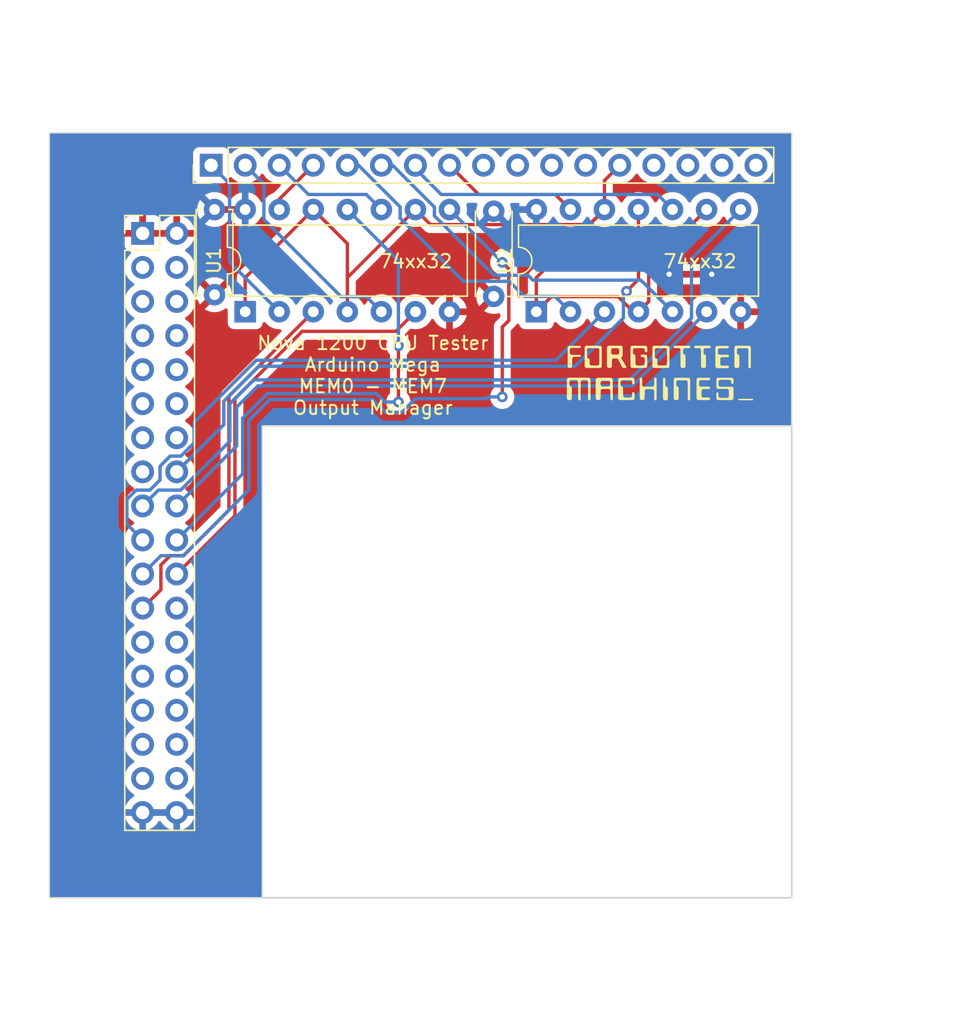
<source format=kicad_pcb>
(kicad_pcb (version 20221018) (generator pcbnew)
  (layers (0 "F.Cu" signal) (31 "B.Cu" signal) (34 "B.Paste" user) (35 "F.Paste" user) (36 "B.SilkS" user "B.Silkscreen") (37 "F.SilkS" user "F.Silkscreen") (38 "B.Mask" user) (39 "F.Mask" user) (44 "Edge.Cuts" user))
  (net 0 "")
  (net 1 "GND")
  (net 2 "~{POWER FAIL}")
  (net 3 "MEM OK")
  (net 4 "~{EXEC}")
  (net 5 "~{DEFER}")
  (net 6 "~{FETCH}")
  (net 7 "~{MEM15}")
  (net 8 "~{MEM14}")
  (net 9 "~{MEM13}")
  (net 10 "~{MEM12}")
  (net 11 "~{MEM11}")
  (net 12 "~{MEM10}")
  (net 13 "~{MEM9}")
  (net 14 "~{MEM8}")
  (net 15 "~{MEM7}")
  (net 16 "~{MEM6}")
  (net 17 "~{MEM5}")
  (net 18 "~{MEM4}")
  (net 19 "~{MEM3}")
  (net 20 "~{MEM2}")
  (net 21 "~{MEM1}")
  (net 22 "~{MEM0}")
  (net 23 "~{CARRY}")
  (net 24 "~{ION}")
  (net 25 "~{RUN}")
  (net 26 "~{MBO15}")
  (net 27 "~{MBO14}")
  (net 28 "~{MBO13}")
  (net 29 "~{MBO12}")
  (net 30 "~{MBO11}")
  (net 31 "~{MBO10}")
  (net 32 "~{MBO9}")
  (net 33 "~{MBO8}")
  (net 34 "+5V")
  (net 35 "A15")
  (net 36 "A14")
  (net 37 "A13")
  (net 38 "A12")
  (net 39 "A11")
  (net 40 "A10")
  (net 41 "A09")
  (net 42 "A08")
  (net 44 "RESTART ENABLE")
  (net 45 "~{RST}")
  (net 46 "~{CON RQ}")
  (net 47 "~{CON INST}")
  (net 48 "~{PL}")
  (net 49 "~{ISTP}")
  (net 50 "A01")
  (net 51 "A00")
  (footprint "Package_DIP:DIP-14_W7.62mm" (layer "F.Cu") (at 48.768 46.99 90)
    (fp_text reference "U1")
    (fp_text value "74LS32")
  )
  (footprint "Connector_PinHeader_2.54mm:PinHeader_2x18_P2.54mm_Vertical" (layer "F.Cu") (at 41.119 41.144)
    (fp_text reference "J1" hide)
    (fp_text value "Conn_02x18_Odd_Even")
  )
  (footprint "Forgotten Machines:Disc Capacitor Common Entrex Trapezoid" (layer "F.Cu") (at 67.525 42.037 -90)
    (fp_text reference "C1" hide)
    (fp_text value "CAP_Disc_Common_-_Entrex_Trapezoid" hide)
  )
  (footprint "Connector_PinHeader_2.54mm:PinHeader_1x17_P2.54mm_Vertical" (layer "F.Cu") (at 46.228 36.068 90)
    (fp_text reference "J3" hide)
    (fp_text value "Conn_01x17")
  )
  (footprint "Forgotten Machines:Disc Capacitor Common Entrex Trapezoid" (layer "F.Cu") (at 46.697 41.91 -90)
    (fp_text reference "C2" hide)
    (fp_text value "CAP_Disc_Common_-_Entrex_Trapezoid" hide)
  )
  (footprint "Package_DIP:DIP-14_W7.62mm" (layer "F.Cu") (at 70.485 46.99 90)
    (fp_text reference "U2")
    (fp_text value "74LS32")
  )
  (gr_poly (pts (xy 83.213071 51.908374) (xy 83.330895 51.909708) (xy 83.360586 51.911257) (xy 83.378164 51.913629) (xy 83.389155 51.917001) (xy 83.399084 51.921548) (xy 83.402766 51.923342) (xy 83.406314 51.925257) (xy 83.409727 51.927294) (xy 83.413005 51.929451) (xy 83.416146 51.931728) (xy 83.41915 51.934123) (xy 83.422016 51.936638) (xy 83.424743 51.939269) (xy 83.427332 51.942018) (xy 83.42978 51.944882) (xy 83.432087 51.947861) (xy 83.434253 51.950955) (xy 83.436276 51.954163) (xy 83.438157 51.957484) (xy 83.439893 51.960916) (xy 83.441485 51.964461) (xy 83.443413 51.96913) (xy 83.444195 51.971175) (xy 83.444865 51.973104) (xy 83.44543 51.974976) (xy 83.445897 51.97685) (xy 83.446274 51.978784) (xy 83.446566 51.980836) (xy 83.446781 51.983065) (xy 83.446925 51.98553) (xy 83.447007 51.988288) (xy 83.447031 51.991398) (xy 83.447006 51.994919) (xy 83.446939 51.998909) (xy 83.446704 52.008529) (xy 83.445911 52.038354) (xy 83.438228 52.051054) (xy 83.436562 52.05372) (xy 83.434771 52.05643) (xy 83.432911 52.059108) (xy 83.431038 52.061679) (xy 83.429209 52.064067) (xy 83.427479 52.066199) (xy 83.425904 52.067997) (xy 83.425193 52.068748) (xy 83.424542 52.069388) (xy 83.422927 52.070797) (xy 83.421023 52.072271) (xy 83.418865 52.073793) (xy 83.416483 52.075348) (xy 83.41391 52.076919) (xy 83.411179 52.078489) (xy 83.408321 52.080044) (xy 83.40537 52.081566) (xy 83.402356 52.083039) (xy 83.399314 52.084447) (xy 83.396274 52.085774) (xy 83.39327 52.087003) (xy 83.390333 52.088119) (xy 83.387496 52.089105) (xy 83.384791 52.089945) (xy 83.382251 52.090623) (xy 83.379937 52.090952) (xy 83.375744 52.091264) (xy 83.36139 52.091841) (xy 83.33853 52.09236) (xy 83.306503 52.092829) (xy 83.212308 52.093653) (xy 83.073523 52.094376) (xy 82.893059 52.095289) (xy 82.796138 52.096701) (xy 82.76879 52.097902) (xy 82.750068 52.099596) (xy 82.735885 52.101908) (xy 82.722156 52.104959) (xy 82.714014 52.106925) (xy 82.707178 52.108762) (xy 82.704163 52.109669) (xy 82.70137 52.110588) (xy 82.698764 52.111533) (xy 82.69631 52.11252) (xy 82.693975 52.113563) (xy 82.691722 52.114676) (xy 82.689517 52.115876) (xy 82.687326 52.117176) (xy 82.685113 52.118591) (xy 82.682843 52.120136) (xy 82.677996 52.123675) (xy 82.67404 52.126772) (xy 82.670315 52.129918) (xy 82.666812 52.133127) (xy 82.663525 52.136412) (xy 82.660443 52.139786) (xy 82.65756 52.143261) (xy 82.654866 52.146852) (xy 82.652352 52.150571) (xy 82.650012 52.154432) (xy 82.647835 52.158447) (xy 82.645814 52.16263) (xy 82.64394 52.166993) (xy 82.642205 52.171551) (xy 82.6406 52.176316) (xy 82.639118 52.181302) (xy 82.637748 52.186521) (xy 82.636159 52.192775) (xy 82.63453 52.198851) (xy 82.633052 52.204053) (xy 82.63243 52.20611) (xy 82.631917 52.207688) (xy 82.630938 52.211889) (xy 82.630013 52.21847) (xy 82.628356 52.237741) (xy 82.627 52.263439) (xy 82.625996 52.293503) (xy 82.625398 52.32587) (xy 82.625259 52.35848) (xy 82.625632 52.38927) (xy 82.62657 52.416179) (xy 82.627298 52.428328) (xy 82.628205 52.439147) (xy 82.629348 52.448955) (xy 82.630784 52.45807) (xy 82.631629 52.462467) (xy 82.63257 52.46681) (xy 82.634765 52.475493) (xy 82.637425 52.484436) (xy 82.640607 52.493957) (xy 82.643133 52.500538) (xy 82.646009 52.506824) (xy 82.649227 52.512809) (xy 82.652782 52.518487) (xy 82.656667 52.523853) (xy 82.660876 52.528902) (xy 82.665403 52.533629) (xy 82.67024 52.538027) (xy 82.675382 52.542092) (xy 82.680823 52.545817) (xy 82.686555 52.549199) (xy 82.692573 52.55223) (xy 82.698871 52.554907) (xy 82.705441 52.557223) (xy 82.712277 52.559173) (xy 82.719374 52.560752) (xy 82.726197 52.561994) (xy 82.733269 52.5631) (xy 82.740972 52.564077) (xy 82.749692 52.564936) (xy 82.759813 52.565685) (xy 82.771719 52.566334) (xy 82.785795 52.566892) (xy 82.802424 52.56737) (xy 82.844882 52.568118) (xy 82.902168 52.568653) (xy 82.977357 52.569051) (xy 83.073523 52.569386) (xy 83.36139 52.570267) (xy 83.381869 52.575604) (xy 83.391401 52.578199) (xy 83.395632 52.579447) (xy 83.399541 52.580679) (xy 83.403154 52.581907) (xy 83.406495 52.583142) (xy 83.409591 52.584397) (xy 83.412468 52.585684) (xy 83.41515 52.587014) (xy 83.417664 52.588401) (xy 83.420035 52.589856) (xy 83.422289 52.591391) (xy 83.424452 52.593018) (xy 83.426549 52.594749) (xy 83.428606 52.596597) (xy 83.430648 52.598573) (xy 83.433301 52.601315) (xy 83.435719 52.604007) (xy 83.437912 52.606678) (xy 83.439893 52.609356) (xy 83.44167 52.61207) (xy 83.443255 52.614849) (xy 83.444658 52.61772) (xy 83.445891 52.620714) (xy 83.446963 52.623857) (xy 83.447887 52.627179) (xy 83.448671 52.630708) (xy 83.449328 52.634472) (xy 83.449867 52.638501) (xy 83.4503 52.642823) (xy 83.450638 52.647466) (xy 83.45089 52.652458) (xy 83.451053 52.657286) (xy 83.451124 52.661775) (xy 83.451092 52.665963) (xy 83.450949 52.669888) (xy 83.450686 52.673591) (xy 83.450293 52.677109) (xy 83.449763 52.680481) (xy 83.449084 52.683746) (xy 83.44825 52.686943) (xy 83.447249 52.69011) (xy 83.446075 52.693287) (xy 83.444716 52.696512) (xy 83.443164 52.699824) (xy 83.441411 52.703262) (xy 83.439447 52.706864) (xy 83.437262 52.710669) (xy 83.435585 52.713433) (xy 83.433882 52.71604) (xy 83.432132 52.718503) (xy 83.430318 52.720841) (xy 83.428419 52.723068) (xy 83.426416 52.725201) (xy 83.424291 52.727256) (xy 83.422024 52.729249) (xy 83.419596 52.731197) (xy 83.416987 52.733114) (xy 83.41418 52.735019) (xy 83.411153 52.736926) (xy 83.407888 52.738851) (xy 83.404367 52.740812) (xy 83.400569 52.742823) (xy 83.396476 52.744901) (xy 83.378646 52.753789) (xy 83.168934 52.755281) (xy 83.015541 52.756931) (xy 82.964765 52.757898) (xy 82.941231 52.758806) (xy 82.92394 52.760956) (xy 82.916278 52.762082) (xy 82.909206 52.763264) (xy 82.902674 52.764518) (xy 82.896634 52.76586) (xy 82.891036 52.767305) (xy 82.885829 52.76887) (xy 82.880966 52.770571) (xy 82.876396 52.772423) (xy 82.87207 52.774444) (xy 82.867938 52.776648) (xy 82.863952 52.779052) (xy 82.860061 52.781672) (xy 82.856217 52.784524) (xy 82.85237 52.787624) (xy 82.850532 52.789236) (xy 82.848606 52.791066) (xy 82.846618 52.793082) (xy 82.844591 52.795251) (xy 82.842551 52.797542) (xy 82.840523 52.799922) (xy 82.838531 52.802358) (xy 82.8366 52.804819) (xy 82.834755 52.807273) (xy 82.833021 52.809686) (xy 82.831422 52.812028) (xy 82.829983 52.814265) (xy 82.828729 52.816365) (xy 82.827685 52.818296) (xy 82.826875 52.820026) (xy 82.826325 52.821523) (xy 82.825509 52.824085) (xy 82.824232 52.827933) (xy 82.822669 52.832544) (xy 82.820994 52.837399) (xy 82.819247 52.842637) (xy 82.817648 52.847929) (xy 82.81619 52.853354) (xy 82.814862 52.858994) (xy 82.813657 52.86493) (xy 82.812565 52.871242) (xy 82.811576 52.878012) (xy 82.810683 52.88532) (xy 82.809875 52.893247) (xy 82.809144 52.901874) (xy 82.808481 52.911281) (xy 82.807877 52.921551) (xy 82.806809 52.944999) (xy 82.805868 52.972865) (xy 82.804583 53.025753) (xy 82.803935 53.075868) (xy 82.803909 53.122504) (xy 82.804488 53.164952) (xy 82.805658 53.202506) (xy 82.807403 53.234457) (xy 82.809708 53.260099) (xy 82.812557 53.278723) (xy 82.814437 53.28736) (xy 82.816278 53.295227) (xy 82.81787 53.301457) (xy 82.818506 53.303687) (xy 82.819001 53.305182) (xy 82.820961 53.310038) (xy 82.823099 53.314769) (xy 82.825408 53.319367) (xy 82.82788 53.323821) (xy 82.830507 53.328122) (xy 82.83328 53.332262) (xy 82.836193 53.336229) (xy 82.839236 53.340016) (xy 82.842403 53.343611) (xy 82.845685 53.347007) (xy 82.849074 53.350194) (xy 82.852562 53.353162) (xy 82.856142 53.355902) (xy 82.859805 53.358404) (xy 82.863544 53.360659) (xy 82.86735 53.362658) (xy 82.8702 53.363982) (xy 82.873289 53.365303) (xy 82.880027 53.367894) (xy 82.88724 53.370338) (xy 82.894607 53.372546) (xy 82.901804 53.374427) (xy 82.908507 53.37589) (xy 82.911573 53.376436) (xy 82.914394 53.376844) (xy 82.91693 53.377102) (xy 82.919141 53.377199) (xy 82.920987 53.377258) (xy 82.923044 53.37741) (xy 82.925242 53.377645) (xy 82.927512 53.377953) (xy 82.929786 53.378322) (xy 82.931994 53.378742) (xy 82.934069 53.379204) (xy 82.935939 53.379696) (xy 82.937681 53.380012) (xy 82.9407 53.380316) (xy 82.950691 53.380892) (xy 82.96615 53.381428) (xy 82.987318 53.38193) (xy 83.047733 53.382851) (xy 83.133847 53.383692) (xy 83.275413 53.385392) (xy 83.324526 53.386382) (xy 83.349747 53.387308) (xy 83.359782 53.38828) (xy 83.369246 53.389586) (xy 83.37815 53.391231) (xy 83.386502 53.393221) (xy 83.394312 53.395561) (xy 83.40159 53.398258) (xy 83.408345 53.401317) (xy 83.414586 53.404743) (xy 83.420323 53.408544) (xy 83.425565 53.412723) (xy 83.430322 53.417287) (xy 83.434604 53.422242) (xy 83.438419 53.427594) (xy 83.441777 53.433347) (xy 83.444688 53.439508) (xy 83.447162 53.446083) (xy 83.447878 53.448283) (xy 83.448516 53.450356) (xy 83.449078 53.452331) (xy 83.449568 53.454243) (xy 83.449988 53.456121) (xy 83.450342 53.457999) (xy 83.450633 53.459908) (xy 83.450865 53.461881) (xy 83.45104 53.463948) (xy 83.451162 53.466142) (xy 83.451234 53.468496) (xy 83.451259 53.47104) (xy 83.45124 53.473807) (xy 83.451181 53.476828) (xy 83.450955 53.483763) (xy 83.45064 53.491017) (xy 83.450271 53.49689) (xy 83.450044 53.499408) (xy 83.449778 53.501701) (xy 83.449464 53.503809) (xy 83.449095 53.505772) (xy 83.448661 53.50763) (xy 83.448154 53.509424) (xy 83.447565 53.511194) (xy 83.446887 53.512979) (xy 83.446111 53.51482) (xy 83.445228 53.516758) (xy 83.443108 53.521081) (xy 83.441315 53.524536) (xy 83.439543 53.527735) (xy 83.437769 53.530702) (xy 83.435969 53.533458) (xy 83.43412 53.536025) (xy 83.432196 53.538425) (xy 83.430176 53.540682) (xy 83.428035 53.542817) (xy 83.42575 53.544853) (xy 83.423297 53.546812) (xy 83.420652 53.548716) (xy 83.417791 53.550587) (xy 83.414692 53.552449) (xy 83.411329 53.554322) (xy 83.407681 53.55623) (xy 83.403722 53.558195) (xy 83.397105 53.561362) (xy 83.393925 53.562795) (xy 83.390723 53.564132) (xy 83.387419 53.565377) (xy 83.383933 53.566533) (xy 83.380182 53.567602) (xy 83.376086 53.568589) (xy 83.371566 53.569496) (xy 83.366539 53.570326) (xy 83.360925 53.571084) (xy 83.354644 53.571771) (xy 83.347615 53.572392) (xy 83.339757 53.57295) (xy 83.330989 53.573447) (xy 83.32123 53.573888) (xy 83.310401 53.574275) (xy 83.298419 53.574611) (xy 83.270677 53.575146) (xy 83.237359 53.575518) (xy 83.197818 53.575753) (xy 83.151409 53.575877) (xy 83.097486 53.575917) (xy 82.964514 53.575846) (xy 82.716679 53.575158) (xy 82.606797 53.573888) (xy 82.606797 53.573887) (xy 82.606796 53.573887) (xy 82.606796 53.573886) (xy 82.606795 53.573886) (xy 82.600438 53.573052) (xy 82.591734 53.572025) (xy 82.581829 53.570936) (xy 82.57187 53.569914) (xy 82.564243 53.569027) (xy 82.556772 53.567884) (xy 82.549472 53.56649) (xy 82.542353 53.564851) (xy 82.535429 53.562971) (xy 82.528712 53.560858) (xy 82.522215 53.558515) (xy 82.51595 53.555949) (xy 82.50993 53.553165) (xy 82.504168 53.550169) (xy 82.498675 53.546965) (xy 82.493466 53.54356) (xy 82.488551 53.539959) (xy 82.483944 53.536168) (xy 82.479658 53.532191) (xy 82.475704 53.528034) (xy 82.471749 53.523376) (xy 82.468052 53.518554) (xy 82.464601 53.513537) (xy 82.461387 53.508295) (xy 82.458399 53.502798) (xy 82.455628 53.497017) (xy 82.453062 53.490921) (xy 82.450691 53.48448) (xy 82.448506 53.477665) (xy 82.446495 53.470446) (xy 82.444649 53.462792) (xy 82.442957 53.454674) (xy 82.441409 53.446061) (xy 82.439995 53.436924) (xy 82.438704 53.427232) (xy 82.437526 53.416956) (xy 82.435244 52.758383) (xy 82.437601 52.088095) (xy 82.438734 52.074198) (xy 82.440173 52.060609) (xy 82.441889 52.047507) (xy 82.44385 52.035068) (xy 82.446026 52.02347) (xy 82.448387 52.012891) (xy 82.450902 52.003508) (xy 82.45354 51.995498) (xy 82.45496 51.991831) (xy 82.456515 51.988126) (xy 82.458192 51.984407) (xy 82.459975 51.980695) (xy 82.461851 51.977014) (xy 82.463806 51.973386) (xy 82.465825 51.969836) (xy 82.467894 51.966386) (xy 82.469999 51.963059) (xy 82.472126 51.959878) (xy 82.474261 51.956865) (xy 82.476389 51.954045) (xy 82.478497 51.95144) (xy 82.480569 51.949072) (xy 82.482593 51.946966) (xy 82.484554 51.945143) (xy 82.488666 51.941794) (xy 82.493125 51.938594) (xy 82.497925 51.935544) (xy 82.50306 51.932647) (xy 82.508526 51.929903) (xy 82.514316 51.927315) (xy 82.520426 51.924885) (xy 82.52685 51.922614) (xy 82.533583 51.920504) (xy 82.540619 51.918558) (xy 82.547953 51.916776) (xy 82.555579 51.91516) (xy 82.563493 51.913714) (xy 82.571689 51.912437) (xy 82.580161 51.911332) (xy 82.588903 51.910401) (xy 82.600234 51.909888) (xy 82.622634 51.909442) (xy 82.699997 51.908754) (xy 82.819709 51.908344) (xy 82.980487 51.908218)) (fill solid) (layer "F.SilkS"))
  (gr_poly (pts (xy 84.817459 51.908427) (xy 84.971004 51.909591) (xy 85.048736 51.912259) (xy 85.070366 51.914344) (xy 85.086477 51.917029) (xy 85.099718 51.91996) (xy 85.111802 51.923187) (xy 85.122789 51.926779) (xy 85.127891 51.928734) (xy 85.132741 51.930806) (xy 85.137348 51.933005) (xy 85.141719 51.935338) (xy 85.145862 51.937815) (xy 85.149784 51.940444) (xy 85.153494 51.943234) (xy 85.156999 51.946193) (xy 85.160306 51.949331) (xy 85.163424 51.952655) (xy 85.166359 51.956176) (xy 85.169121 51.9599) (xy 85.171715 51.963837) (xy 85.174151 51.967996) (xy 85.176435 51.972386) (xy 85.178576 51.977014) (xy 85.180581 51.98189) (xy 85.182457 51.987022) (xy 85.185856 51.998091) (xy 85.188834 52.01029) (xy 85.191453 52.023687) (xy 85.193773 52.038354) (xy 85.194446 52.04455) (xy 85.195017 52.053125) (xy 85.195489 52.06427) (xy 85.195867 52.078181) (xy 85.196155 52.095051) (xy 85.196357 52.115074) (xy 85.196521 52.165354) (xy 85.196406 52.222782) (xy 85.19588 52.258665) (xy 85.195395 52.270911) (xy 85.194724 52.280632) (xy 85.19384 52.288781) (xy 85.192714 52.296311) (xy 85.190624 52.307638) (xy 85.188265 52.318011) (xy 85.185607 52.327461) (xy 85.18262 52.336018) (xy 85.180993 52.339972) (xy 85.179273 52.343714) (xy 85.177455 52.347249) (xy 85.175535 52.35058) (xy 85.173511 52.353711) (xy 85.171377 52.356646) (xy 85.169131 52.359389) (xy 85.166768 52.361943) (xy 85.164284 52.364313) (xy 85.161677 52.366503) (xy 85.158941 52.368516) (xy 85.156074 52.370356) (xy 85.153071 52.372027) (xy 85.149929 52.373533) (xy 85.146643 52.374877) (xy 85.143211 52.376064) (xy 85.139627 52.377098) (xy 85.13589 52.377982) (xy 85.127935 52.379317) (xy 85.119316 52.380099) (xy 85.110003 52.38036) (xy 85.103232 52.380215) (xy 85.096879 52.379751) (xy 85.090925 52.378956) (xy 85.085351 52.377817) (xy 85.080139 52.37632) (xy 85.077663 52.375434) (xy 85.07527 52.374453) (xy 85.072958 52.373377) (xy 85.070725 52.372203) (xy 85.068568 52.370931) (xy 85.066485 52.369557) (xy 85.064474 52.368082) (xy 85.062532 52.366502) (xy 85.060658 52.364817) (xy 85.058848 52.363025) (xy 85.0571 52.361124) (xy 85.055412 52.359112) (xy 85.053782 52.356989) (xy 85.052208 52.354752) (xy 85.049215 52.34993) (xy 85.046416 52.344635) (xy 85.043791 52.338853) (xy 85.041322 52.33257) (xy 85.040436 52.329761) (xy 85.039523 52.326135) (xy 85.037662 52.316814) (xy 85.035833 52.305362) (xy 85.034128 52.292536) (xy 85.032637 52.279091) (xy 85.031454 52.265785) (xy 85.03067 52.253373) (xy 85.030377 52.242612) (xy 85.03004 52.235461) (xy 85.029132 52.225893) (xy 85.027775 52.214729) (xy 85.026091 52.20279) (xy 85.024204 52.190895) (xy 85.022238 52.179865) (xy 85.020313 52.170522) (xy 85.018555 52.163684) (xy 85.015577 52.154722) (xy 85.012324 52.146328) (xy 85.008778 52.138483) (xy 85.004917 52.131169) (xy 85.000721 52.124366) (xy 84.99617 52.118055) (xy 84.993755 52.115079) (xy 84.991243 52.112218) (xy 84.988633 52.109471) (xy 84.985921 52.106836) (xy 84.983106 52.104309) (xy 84.980184 52.101889) (xy 84.977152 52.099573) (xy 84.974009 52.097359) (xy 84.967379 52.093226) (xy 84.960271 52.089472) (xy 84.952667 52.086078) (xy 84.944545 52.083025) (xy 84.935886 52.080294) (xy 84.926668 52.077866) (xy 84.920255 52.076395) (xy 84.913698 52.075098) (xy 84.906531 52.073963) (xy 84.898292 52.072979) (xy 84.888515 52.072136) (xy 84.876736 52.071424) (xy 84.862491 52.07083) (xy 84.845317 52.070346) (xy 84.824748 52.069959) (xy 84.80032 52.069659) (xy 84.738032 52.069279) (xy 84.654739 52.069119) (xy 84.546727 52.069094) (xy 84.35259 52.069283) (xy 84.248514 52.070441) (xy 84.219629 52.071677) (xy 84.200514 52.073507) (xy 84.186921 52.07605) (xy 84.174602 52.079422) (xy 84.167171 52.081825) (xy 84.159985 52.084615) (xy 84.153056 52.087783) (xy 84.146392 52.091319) (xy 84.140005 52.095214) (xy 84.133904 52.099458) (xy 84.128098 52.104041) (xy 84.122599 52.108955) (xy 84.117417 52.114189) (xy 84.11256 52.119734) (xy 84.10804 52.125581) (xy 84.103866 52.13172) (xy 84.100048 52.138141) (xy 84.096597 52.144835) (xy 84.093522 52.151792) (xy 84.090834 52.159003) (xy 84.08847 52.166292) (xy 84.086313 52.173662) (xy 84.084356 52.181189) (xy 84.082591 52.188947) (xy 84.08101 52.197008) (xy 84.079607 52.205447) (xy 84.078374 52.214339) (xy 84.077302 52.223755) (xy 84.076385 52.233771) (xy 84.075614 52.24446) (xy 84.074983 52.255897) (xy 84.074484 52.268154) (xy 84.073849 52.295427) (xy 84.073652 52.32687) (xy 84.07418 52.372942) (xy 84.074878 52.393196) (xy 84.0759 52.411744) (xy 84.077271 52.4287) (xy 84.079017 52.444175) (xy 84.081163 52.45828) (xy 84.083734 52.471129) (xy 84.086757 52.482833) (xy 84.090257 52.493504) (xy 84.094259 52.503255) (xy 84.09879 52.512196) (xy 84.103873 52.520441) (xy 84.109535 52.528102) (xy 84.115802 52.53529) (xy 84.122699 52.542118) (xy 84.126656 52.545641) (xy 84.130667 52.548923) (xy 84.134767 52.551977) (xy 84.13899 52.554817) (xy 84.143371 52.557455) (xy 84.147943 52.559906) (xy 84.152742 52.562183) (xy 84.157801 52.564299) (xy 84.163154 52.566268) (xy 84.168837 52.568103) (xy 84.174883 52.569818) (xy 84.181327 52.571426) (xy 84.188203 52.572941) (xy 84.195545 52.574376) (xy 84.203388 52.575744) (xy 84.211766 52.57706) (xy 84.216777 52.577775) (xy 84.22199 52.578404) (xy 84.227937 52.578952) (xy 84.235147 52.579426) (xy 84.244152 52.57983) (xy 84.255483 52.58017) (xy 84.269668 52.580451) (xy 84.287241 52.58068) (xy 84.334667 52.581003) (xy 84.402005 52.581181) (xy 84.613401 52.581285) (xy 84.861805 52.581662) (xy 85.004078 52.583335) (xy 85.046481 52.584947) (xy 85.075631 52.58723) (xy 85.095954 52.5903) (xy 85.111876 52.594273) (xy 85.12044 52.597023) (xy 85.128403 52.600082) (xy 85.132166 52.601735) (xy 85.135787 52.603475) (xy 85.139269 52.605306) (xy 85.142614 52.60723) (xy 85.145826 52.609252) (xy 85.148906 52.611374) (xy 85.151858 52.6136) (xy 85.154683 52.615933) (xy 85.157386 52.618377) (xy 85.159969 52.620935) (xy 85.162433 52.62361) (xy 85.164783 52.626406) (xy 85.16702 52.629326) (xy 85.169148 52.632373) (xy 85.171168 52.635551) (xy 85.173084 52.638863) (xy 85.174899 52.642313) (xy 85.176615 52.645903) (xy 85.178234 52.649638) (xy 85.17976 52.653519) (xy 85.182543 52.661739) (xy 85.184983 52.670589) (xy 85.187104 52.680096) (xy 85.188926 52.690287) (xy 85.190187 52.698495) (xy 85.1913 52.706631) (xy 85.192274 52.715174) (xy 85.193118 52.724601) (xy 85.19384 52.735392) (xy 85.194451 52.748023) (xy 85.19496 52.762974) (xy 85.195375 52.780723) (xy 85.195961 52.826525) (xy 85.196285 52.889257) (xy 85.19642 52.972744) (xy 85.196439 53.080812) (xy 85.195823 53.355033) (xy 85.194752 53.408381) (xy 85.192879 53.435353) (xy 85.191253 53.448846) (xy 85.18943 53.462112) (xy 85.187633 53.473625) (xy 85.186813 53.478247) (xy 85.186084 53.48186) (xy 85.185124 53.485854) (xy 85.184017 53.48986) (xy 85.182772 53.493861) (xy 85.181398 53.49784) (xy 85.179903 53.501778) (xy 85.178297 53.505659) (xy 85.176588 53.509465) (xy 85.174784 53.513178) (xy 85.172895 53.516782) (xy 85.17093 53.520259) (xy 85.168897 53.523591) (xy 85.166805 53.526761) (xy 85.164662 53.529753) (xy 85.162478 53.532547) (xy 85.160262 53.535127) (xy 85.158021 53.537476) (xy 85.154901 53.540367) (xy 85.151467 53.543182) (xy 85.147738 53.545912) (xy 85.143733 53.548549) (xy 85.139472 53.551085) (xy 85.134974 53.553511) (xy 85.130258 53.55582) (xy 85.125344 53.558003) (xy 85.12025 53.560053) (xy 85.114995 53.56196) (xy 85.1096 53.563718) (xy 85.104084 53.565317) (xy 85.098464 53.566751) (xy 85.092762 53.568009) (xy 85.086996 53.569086) (xy 85.081185 53.569971) (xy 85.049435 53.574327) (xy 84.565329 53.57715) (xy 84.064812 53.576045) (xy 84.064805 53.576046) (xy 84.04571 53.574446) (xy 84.028264 53.572084) (xy 84.020137 53.570593) (xy 84.012395 53.568882) (xy 84.005029 53.56694) (xy 83.998029 53.564757) (xy 83.991387 53.562325) (xy 83.985092 53.559631) (xy 83.979137 53.556667) (xy 83.973511 53.553423) (xy 83.968205 53.549888) (xy 83.963211 53.546053) (xy 83.958518 53.541907) (xy 83.954118 53.53744) (xy 83.950002 53.532643) (xy 83.946161 53.527505) (xy 83.942584 53.522016) (xy 83.939263 53.516167) (xy 83.936189 53.509946) (xy 83.933352 53.503345) (xy 83.930744 53.496354) (xy 83.928355 53.488961) (xy 83.926175 53.481157) (xy 83.924196 53.472933) (xy 83.920804 53.455182) (xy 83.918103 53.435626) (xy 83.91602 53.414187) (xy 83.914691 53.386407) (xy 83.913723 53.344112) (xy 83.912887 53.236769) (xy 83.913547 53.133732) (xy 83.914449 53.096822) (xy 83.915738 53.076579) (xy 83.917123 53.068123) (xy 83.918733 53.060294) (xy 83.920586 53.053068) (xy 83.922701 53.046421) (xy 83.925098 53.040331) (xy 83.927795 53.034773) (xy 83.929262 53.032187) (xy 83.930812 53.029725) (xy 83.932446 53.027384) (xy 83.934168 53.025162) (xy 83.935978 53.023056) (xy 83.937881 53.021062) (xy 83.939878 53.019178) (xy 83.941971 53.017402) (xy 83.944164 53.015729) (xy 83.946458 53.014157) (xy 83.948855 53.012683) (xy 83.951359 53.011304) (xy 83.956695 53.008821) (xy 83.962483 53.006683) (xy 83.968745 53.004868) (xy 83.975497 53.003351) (xy 83.980069 53.002546) (xy 83.984607 53.001931) (xy 83.989103 53.001506) (xy 83.993551 53.001269) (xy 83.997945 53.001219) (xy 84.002278 53.001356) (xy 84.006543 53.001678) (xy 84.010735 53.002186) (xy 84.014847 53.002877) (xy 84.018872 53.00375) (xy 84.022803 53.004806) (xy 84.026635 53.006042) (xy 84.030361 53.007459) (xy 84.033974 53.009055) (xy 84.037468 53.010828) (xy 84.040836 53.012779) (xy 84.04274 53.013971) (xy 84.044461 53.015091) (xy 84.046019 53.016164) (xy 84.047435 53.017217) (xy 84.048729 53.018273) (xy 84.049922 53.019359) (xy 84.051035 53.0205) (xy 84.052088 53.021721) (xy 84.053102 53.023048) (xy 84.054096 53.024505) (xy 84.055093 53.026119) (xy 84.056112 53.027915) (xy 84.057173 53.029917) (xy 84.058298 53.032152) (xy 84.059507 53.034645) (xy 84.060821 53.03742) (xy 84.062675 53.041458) (xy 84.064314 53.045303) (xy 84.065756 53.049118) (xy 84.067016 53.053064) (xy 84.067582 53.055138) (xy 84.068109 53.057305) (xy 84.068598 53.059585) (xy 84.069051 53.062001) (xy 84.069858 53.067315) (xy 84.070545 53.07341) (xy 84.071129 53.080446) (xy 84.071625 53.088588) (xy 84.072049 53.097996) (xy 84.072416 53.108833) (xy 84.072742 53.121261) (xy 84.073042 53.135442) (xy 84.073631 53.169712) (xy 84.074909 53.229914) (xy 84.075753 53.251579) (xy 84.076841 53.268978) (xy 84.078253 53.283127) (xy 84.080072 53.295045) (xy 84.082376 53.30575) (xy 84.085247 53.316258) (xy 84.086362 53.319829) (xy 84.087587 53.323383) (xy 84.088918 53.326912) (xy 84.090352 53.330411) (xy 84.091884 53.333873) (xy 84.093512 53.337292) (xy 84.095231 53.340661) (xy 84.097039 53.343974) (xy 84.098931 53.347224) (xy 84.100904 53.350405) (xy 84.102954 53.353511) (xy 84.105078 53.356535) (xy 84.107271 53.359471) (xy 84.109531 53.362312) (xy 84.111854 53.365052) (xy 84.114236 53.367685) (xy 84.118293 53.371877) (xy 84.122356 53.375774) (xy 84.126465 53.379392) (xy 84.130656 53.382751) (xy 84.13497 53.385869) (xy 84.139444 53.388765) (xy 84.144116 53.391456) (xy 84.149026 53.393962) (xy 84.154211 53.3963) (xy 84.15971 53.39849) (xy 84.165562 53.400549) (xy 84.171805 53.402497) (xy 84.178477 53.404351) (xy 84.185618 53.40613) (xy 84.193264 53.407853) (xy 84.201455 53.409538) (xy 84.205649 53.41035) (xy 84.209713 53.411061) (xy 84.21403 53.411678) (xy 84.21898 53.412208) (xy 84.224943 53.412658) (xy 84.2323 53.413033) (xy 84.241432 53.413341) (xy 84.252719 53.413588) (xy 84.266542 53.413781) (xy 84.283282 53.413927) (xy 84.327034 53.414104) (xy 84.38702 53.414171) (xy 84.466286 53.414183) (xy 84.599399 53.414086) (xy 84.674289 53.413603) (xy 84.710472 53.412445) (xy 84.720147 53.411522) (xy 84.727462 53.410322) (xy 84.735087 53.40877) (xy 84.742219 53.407168) (xy 84.748894 53.405499) (xy 84.755146 53.403746) (xy 84.761008 53.401893) (xy 84.766515 53.399923) (xy 84.771701 53.397819) (xy 84.7766 53.395565) (xy 84.781247 53.393143) (xy 84.785674 53.390538) (xy 84.789918 53.387731) (xy 84.794011 53.384707) (xy 84.797989 53.381449) (xy 84.801884 53.37794) (xy 84.805731 53.374164) (xy 84.809565 53.370103) (xy 84.813448 53.365581) (xy 84.817082 53.360794) (xy 84.820473 53.355714) (xy 84.823632 53.350318) (xy 84.826564 53.344578) (xy 84.829279 53.338469) (xy 84.831784 53.331965) (xy 84.834087 53.325041) (xy 84.836196 53.317671) (xy 84.838119 53.309829) (xy 84.839864 53.30149) (xy 84.841439 53.292626) (xy 84.842852 53.283214) (xy 84.844111 53.273227) (xy 84.845223 53.26264) (xy 84.846197 53.251426) (xy 84.847125 53.227135) (xy 84.847784 53.18524) (xy 84.848299 53.072387) (xy 84.847751 52.960363) (xy 84.84708 52.919504) (xy 84.846147 52.896662) (xy 84.844696 52.882725) (xy 84.842926 52.869726) (xy 84.840812 52.857622) (xy 84.838329 52.846371) (xy 84.835454 52.835929) (xy 84.832164 52.826254) (xy 84.828433 52.817302) (xy 84.824238 52.809031) (xy 84.819555 52.801397) (xy 84.814361 52.794357) (xy 84.80863 52.787869) (xy 84.802339 52.781889) (xy 84.795464 52.776375) (xy 84.787981 52.771283) (xy 84.779865 52.766571) (xy 84.771094 52.762195) (xy 84.767772 52.760748) (xy 84.764005 52.759269) (xy 84.759923 52.7578) (xy 84.755656 52.756382) (xy 84.751334 52.755057) (xy 84.747088 52.753866) (xy 84.743048 52.75285) (xy 84.739344 52.752053) (xy 84.708653 52.746112) (xy 84.705871 52.745744) (xy 84.70136 52.745398) (xy 84.68661 52.744769) (xy 84.663313 52.744212) (xy 84.630383 52.743714) (xy 84.531271 52.742837) (xy 84.380569 52.742031) (xy 84.140063 52.740381) (xy 84.074664 52.739378) (xy 84.046136 52.738258) (xy 84.028492 52.73583) (xy 84.012473 52.732816) (xy 84.005048 52.73106) (xy 83.998 52.72912) (xy 83.99132 52.726986) (xy 83.984996 52.724644) (xy 83.979021 52.722082) (xy 83.973383 52.719289) (xy 83.968072 52.716251) (xy 83.96308 52.712957) (xy 83.958396 52.709395) (xy 83.954011 52.705551) (xy 83.949914 52.701415) (xy 83.946096 52.696973) (xy 83.942548 52.692214) (xy 83.939258 52.687124) (xy 83.936218 52.681693) (xy 83.933418 52.675908) (xy 83.930847 52.669756) (xy 83.928497 52.663225) (xy 83.926357 52.656303) (xy 83.924417 52.648978) (xy 83.922668 52.641237) (xy 83.9211 52.633069) (xy 83.918467 52.6154) (xy 83.916439 52.595873) (xy 83.91494 52.57439) (xy 83.914049 52.542037) (xy 83.913404 52.483986) (xy 83.913043 52.405257) (xy 83.913002 52.310865) (xy 83.913696 52.147347) (xy 83.91467 52.09366) (xy 83.916334 52.054318) (xy 83.918894 52.026044) (xy 83.922553 52.00556) (xy 83.927518 51.989589) (xy 83.933991 51.974854) (xy 83.935542 51.971743) (xy 83.937166 51.968726) (xy 83.938867 51.965801) (xy 83.940645 51.962966) (xy 83.942504 51.960221) (xy 83.944445 51.957563) (xy 83.946472 51.954992) (xy 83.948585 51.952506) (xy 83.950788 51.950104) (xy 83.953082 51.947784) (xy 83.95547 51.945544) (xy 83.957955 51.943385) (xy 83.960538 51.941303) (xy 83.963221 51.939298) (xy 83.966008 51.937368) (xy 83.9689 51.935512) (xy 83.971899 51.933729) (xy 83.975008 51.932016) (xy 83.978229 51.930374) (xy 83.981564 51.928799) (xy 83.985015 51.927292) (xy 83.988586 51.92585) (xy 83.996092 51.923157) (xy 84.0041 51.920709) (xy 84.012629 51.918495) (xy 84.021695 51.916504) (xy 84.031318 51.914725) (xy 84.038081 51.913737) (xy 84.046344 51.91285) (xy 84.056522 51.912059) (xy 84.069032 51.91136) (xy 84.102707 51.910214) (xy 84.150695 51.909369) (xy 84.216321 51.908784) (xy 84.30291 51.908418) (xy 84.552279 51.908171)) (fill solid) (layer "F.SilkS"))
  (gr_poly (pts (xy 80.283746 49.521653) (xy 80.302796 49.526484) (xy 80.31193 49.528873) (xy 80.320402 49.531247) (xy 80.328246 49.533626) (xy 80.335499 49.536029) (xy 80.342197 49.538476) (xy 80.348376 49.540988) (xy 80.354073 49.543583) (xy 80.359323 49.546282) (xy 80.364163 49.549105) (xy 80.368629 49.55207) (xy 80.372756 49.555198) (xy 80.376581 49.558509) (xy 80.380141 49.562023) (xy 80.38347 49.565758) (xy 80.386606 49.569735) (xy 80.389585 49.573975) (xy 80.392181 49.578051) (xy 80.394652 49.582291) (xy 80.397 49.586704) (xy 80.39923 49.591302) (xy 80.401345 49.596095) (xy 80.403347 49.601092) (xy 80.40524 49.606305) (xy 80.407027 49.611744) (xy 80.408711 49.617418) (xy 80.410297 49.623339) (xy 80.411786 49.629517) (xy 80.413182 49.635961) (xy 80.414488 49.642683) (xy 80.415708 49.649693) (xy 80.416845 49.657001) (xy 80.417901 49.664618) (xy 80.420411 50.347817) (xy 80.418001 51.031764) (xy 80.416559 51.042544) (xy 80.41502 51.052702) (xy 80.413374 51.062262) (xy 80.411612 51.07125) (xy 80.409725 51.079693) (xy 80.407705 51.087616) (xy 80.405541 51.095044) (xy 80.403225 51.102004) (xy 80.400747 51.10852) (xy 80.398099 51.11462) (xy 80.39527 51.120328) (xy 80.392253 51.12567) (xy 80.389038 51.130672) (xy 80.385616 51.13536) (xy 80.381977 51.139759) (xy 80.378113 51.143895) (xy 80.374072 51.147722) (xy 80.369707 51.151387) (xy 80.365029 51.154883) (xy 80.360052 51.158206) (xy 80.354788 51.161351) (xy 80.349251 51.164313) (xy 80.343453 51.167086) (xy 80.337407 51.169666) (xy 80.331125 51.172046) (xy 80.324621 51.174223) (xy 80.317907 51.176191) (xy 80.310996 51.177944) (xy 80.3039 51.179478) (xy 80.296634 51.180788) (xy 80.289208 51.181868) (xy 80.281636 51.182713) (xy 79.783632 51.185256) (xy 79.292095 51.1842) (xy 79.292095 51.184201) (xy 79.289493 51.18387) (xy 79.286558 51.183553) (xy 79.283389 51.183257) (xy 79.280088 51.182991) (xy 79.276755 51.182761) (xy 79.27349 51.182575) (xy 79.270394 51.182441) (xy 79.267569 51.182366) (xy 79.264495 51.182217) (xy 79.261081 51.181871) (xy 79.257368 51.181341) (xy 79.2534 51.180639) (xy 79.249219 51.179777) (xy 79.244867 51.178767) (xy 79.240386 51.177622) (xy 79.235819 51.176353) (xy 79.226595 51.173496) (xy 79.222024 51.171932) (xy 79.217536 51.170293) (xy 79.213174 51.168592) (xy 79.208981 51.166842) (xy 79.204997 51.165054) (xy 79.201267 51.16324) (xy 79.198033 51.161504) (xy 79.194826 51.159595) (xy 79.191657 51.157525) (xy 79.188536 51.155303) (xy 79.185474 51.15294) (xy 79.182481 51.150446) (xy 79.179568 51.147831) (xy 79.176743 51.145107) (xy 79.174019 51.142282) (xy 79.171405 51.139369) (xy 79.168911 51.136376) (xy 79.166549 51.133314) (xy 79.164327 51.130193) (xy 79.162258 51.127025) (xy 79.16035 51.123819) (xy 79.158614 51.120585) (xy 79.157109 51.117384) (xy 79.155469 51.113479) (xy 79.153748 51.109021) (xy 79.151997 51.104162) (xy 79.15027 51.099052) (xy 79.148619 51.093843) (xy 79.147098 51.088686) (xy 79.145758 51.083732) (xy 79.139788 51.060448) (xy 79.139737 50.358565) (xy 79.139729 50.239924) (xy 79.324513 50.239924) (xy 79.325371 50.297499) (xy 79.327091 50.339506) (xy 79.329875 50.369178) (xy 79.331729 50.3804) (xy 79.333926 50.389751) (xy 79.336491 50.397637) (xy 79.339449 50.40446) (xy 79.346645 50.416541) (xy 79.348271 50.418855) (xy 79.350004 50.421207) (xy 79.35179 50.42353) (xy 79.353575 50.425761) (xy 79.355308 50.427833) (xy 79.356933 50.429682) (xy 79.358398 50.431242) (xy 79.359054 50.431894) (xy 79.35965 50.432448) (xy 79.361552 50.434057) (xy 79.363769 50.435771) (xy 79.366287 50.437581) (xy 79.369091 50.43948) (xy 79.372163 50.441457) (xy 79.375489 50.443505) (xy 79.379053 50.445614) (xy 79.382839 50.447775) (xy 79.391015 50.452221) (xy 79.399893 50.456772) (xy 79.409346 50.461357) (xy 79.419249 50.465907) (xy 79.427942 50.469855) (xy 79.435932 50.473625) (xy 79.443257 50.477243) (xy 79.449953 50.480738) (xy 79.456056 50.484136) (xy 79.461603 50.487467) (xy 79.466629 50.490756) (xy 79.471171 50.494032) (xy 79.475265 50.497322) (xy 79.478948 50.500654) (xy 79.482255 50.504056) (xy 79.485224 50.507554) (xy 79.48789 50.511178) (xy 79.490289 50.514953) (xy 79.492459 50.518908) (xy 79.494434 50.52307) (xy 79.496444 50.527894) (xy 79.498248 50.532923) (xy 79.499861 50.538355) (xy 79.501298 50.544388) (xy 79.502574 50.551218) (xy 79.503702 50.559045) (xy 79.504698 50.568065) (xy 79.505576 50.578475) (xy 79.506351 50.590474) (xy 79.507037 50.604259) (xy 79.507649 50.620028) (xy 79.508202 50.637978) (xy 79.509186 50.681211) (xy 79.510107 50.73554) (xy 79.511376 50.81055) (xy 79.512564 50.855419) (xy 79.513243 50.869558) (xy 79.514042 50.879771) (xy 79.515005 50.887261) (xy 79.51618 50.893232) (xy 79.518871 50.904313) (xy 79.521503 50.913887) (xy 79.522825 50.918175) (xy 79.524167 50.922166) (xy 79.52554 50.925886) (xy 79.526956 50.929362) (xy 79.528425 50.93262) (xy 79.529959 50.935687) (xy 79.531569 50.93859) (xy 79.533267 50.941355) (xy 79.535065 50.944009) (xy 79.536973 50.946578) (xy 79.539002 50.949089) (xy 79.541166 50.951568) (xy 79.544858 50.955441) (xy 79.548756 50.959108) (xy 79.552866 50.962574) (xy 79.557198 50.965841) (xy 79.561759 50.968914) (xy 79.566558 50.971795) (xy 79.571602 50.97449) (xy 79.576901 50.977) (xy 79.582461 50.979331) (xy 79.588291 50.981485) (xy 79.5944 50.983466) (xy 79.600796 50.985278) (xy 79.607486 50.986925) (xy 79.614479 50.98841) (xy 79.621783 50.989737) (xy 79.629406 50.990909) (xy 79.660124 50.992874) (xy 79.716017 50.994414) (xy 79.870521 50.996083) (xy 80.027307 50.995655) (xy 80.086053 50.994573) (xy 80.120765 50.992869) (xy 80.12077 50.992869) (xy 80.13126 50.991524) (xy 80.141112 50.989676) (xy 80.150343 50.987307) (xy 80.154732 50.985922) (xy 80.158973 50.984401) (xy 80.163068 50.982742) (xy 80.167019 50.980943) (xy 80.170829 50.979001) (xy 80.1745 50.976914) (xy 80.178034 50.974682) (xy 80.181434 50.9723) (xy 80.184702 50.969768) (xy 80.187839 50.967084) (xy 80.190849 50.964244) (xy 80.193734 50.961248) (xy 80.196495 50.958094) (xy 80.199136 50.954778) (xy 80.201658 50.951299) (xy 80.204064 50.947656) (xy 80.206356 50.943845) (xy 80.208536 50.939866) (xy 80.212571 50.931392) (xy 80.216186 50.922217) (xy 80.219401 50.912324) (xy 80.222232 50.901699) (xy 80.223769 50.894902) (xy 80.224425 50.891573) (xy 80.225014 50.888165) (xy 80.225545 50.884585) (xy 80.226025 50.880739) (xy 80.226461 50.876536) (xy 80.22686 50.87188) (xy 80.22723 50.866679) (xy 80.227578 50.86084) (xy 80.228237 50.846873) (xy 80.228895 50.829233) (xy 80.22961 50.807173) (xy 80.231084 50.711516) (xy 80.23161 50.554135) (xy 80.231186 50.341852) (xy 80.22981 50.08149) (xy 80.228763 49.933477) (xy 80.227748 49.855136) (xy 80.227073 49.834273) (xy 80.226191 49.821445) (xy 80.225029 49.813524) (xy 80.223516 49.807382) (xy 80.21993 49.794639) (xy 80.218261 49.7891) (xy 80.216644 49.784056) (xy 80.215059 49.779462) (xy 80.213482 49.775273) (xy 80.211893 49.771443) (xy 80.210267 49.767927) (xy 80.208585 49.764681) (xy 80.206823 49.761659) (xy 80.204959 49.758816) (xy 80.202971 49.756107) (xy 80.200838 49.753487) (xy 80.198537 49.75091) (xy 80.196046 49.748331) (xy 80.193343 49.745706) (xy 80.190781 49.743403) (xy 80.187982 49.741112) (xy 80.184974 49.738845) (xy 80.181782 49.736615) (xy 80.178434 49.734437) (xy 80.174954 49.732324) (xy 80.17137 49.730289) (xy 80.167708 49.728346) (xy 80.163994 49.726508) (xy 80.160254 49.724789) (xy 80.156516 49.723202) (xy 80.152804 49.721761) (xy 80.149146 49.720479) (xy 80.145568 49.719371) (xy 80.142096 49.718448) (xy 80.138757 49.717725) (xy 80.129421 49.716064) (xy 80.119694 49.714577) (xy 80.109274 49.713253) (xy 80.097855 49.712086) (xy 80.085135 49.711064) (xy 80.070811 49.710181) (xy 80.054578 49.709426) (xy 80.036132 49.70879) (xy 79.991391 49.707843) (xy 79.934159 49.707268) (xy 79.862007 49.706993) (xy 79.772506 49.706947) (xy 79.585519 49.70771) (xy 79.52302 49.7089) (xy 79.476697 49.710916) (xy 79.443185 49.71397) (xy 79.41912 49.718278) (xy 79.409577 49.720968) (xy 79.401135 49.724052) (xy 79.385865 49.731507) (xy 79.382874 49.733213) (xy 79.380036 49.734916) (xy 79.377341 49.736626) (xy 79.374778 49.738353) (xy 79.372337 49.740107) (xy 79.370007 49.741897) (xy 79.367778 49.743734) (xy 79.365639 49.745626) (xy 79.363579 49.747584) (xy 79.361587 49.749617) (xy 79.359654 49.751735) (xy 79.357769 49.753948) (xy 79.35592 49.756265) (xy 79.354097 49.758697) (xy 79.35229 49.761252) (xy 79.350489 49.763941) (xy 79.348187 49.76756) (xy 79.346038 49.771143) (xy 79.344036 49.774712) (xy 79.34217 49.778292) (xy 79.340434 49.781906) (xy 79.338819 49.785578) (xy 79.337318 49.789331) (xy 79.335921 49.793189) (xy 79.334621 49.797175) (xy 79.333409 49.801314) (xy 79.332279 49.805629) (xy 79.33122 49.810143) (xy 79.330227 49.81488) (xy 79.329289 49.819864) (xy 79.3284 49.825117) (xy 79.32755 49.830665) (xy 79.327064 49.837843) (xy 79.326599 49.852292) (xy 79.325752 49.901107) (xy 79.325059 49.973315) (xy 79.324566 50.065123) (xy 79.324513 50.239924) (xy 79.139729 50.239924) (xy 79.139688 49.656681) (xy 79.144999 49.632549) (xy 79.146266 49.627115) (xy 79.147652 49.621774) (xy 79.149152 49.616539) (xy 79.150761 49.61142) (xy 79.152473 49.606428) (xy 79.154283 49.601575) (xy 79.156187 49.596873) (xy 79.158178 49.592333) (xy 79.160252 49.587966) (xy 79.162404 49.583785) (xy 79.164627 49.579799) (xy 79.166918 49.576021) (xy 79.16927 49.572462) (xy 79.171679 49.569134) (xy 79.17414 49.566048) (xy 79.176646 49.563215) (xy 79.179553 49.560249) (xy 79.182594 49.557435) (xy 79.185797 49.554759) (xy 79.189192 49.552208) (xy 79.192805 49.549768) (xy 79.196665 49.547427) (xy 79.2008 49.545171) (xy 79.205239 49.542988) (xy 79.210009 49.540864) (xy 79.215139 49.538785) (xy 79.220657 49.536739) (xy 79.22659 49.534713) (xy 79.232968 49.532693) (xy 79.239818 49.530667) (xy 79.247168 49.52862) (xy 79.255047 49.52654) (xy 79.274096 49.521632)) (fill solid) (layer "F.SilkS"))
  (gr_poly (pts (xy 74.120645 51.904534) (xy 74.32428 51.906023) (xy 74.357141 51.908207) (xy 74.371274 51.909356) (xy 74.383964 51.910553) (xy 74.395279 51.911805) (xy 74.405286 51.913118) (xy 74.414053 51.914499) (xy 74.421646 51.915955) (xy 74.425367 51.91684) (xy 74.429339 51.917956) (xy 74.433511 51.91928) (xy 74.437835 51.920789) (xy 74.44226 51.92246) (xy 74.446738 51.92427) (xy 74.451219 51.926194) (xy 74.455652 51.928212) (xy 74.45999 51.930298) (xy 74.464181 51.932429) (xy 74.468177 51.934584) (xy 74.471927 51.936738) (xy 74.475383 51.938868) (xy 74.478495 51.940952) (xy 74.481214 51.942965) (xy 74.483489 51.944885) (xy 74.485207 51.946565) (xy 74.487116 51.948619) (xy 74.489173 51.950987) (xy 74.491338 51.953611) (xy 74.495822 51.959385) (xy 74.500236 51.965468) (xy 74.504248 51.971388) (xy 74.506 51.974139) (xy 74.507526 51.97667) (xy 74.508785 51.978925) (xy 74.509736 51.980842) (xy 74.510337 51.982363) (xy 74.510493 51.982956) (xy 74.510546 51.983429) (xy 74.510568 51.983756) (xy 74.510632 51.984175) (xy 74.510736 51.984678) (xy 74.510878 51.985258) (xy 74.511056 51.98591) (xy 74.511267 51.986627) (xy 74.511782 51.98823) (xy 74.512405 51.990016) (xy 74.513119 51.991934) (xy 74.513906 51.993931) (xy 74.514751 51.995957) (xy 74.515637 51.998173) (xy 74.516545 52.000717) (xy 74.517449 52.003498) (xy 74.518323 52.006428) (xy 74.519141 52.009415) (xy 74.519878 52.01237) (xy 74.520508 52.015205) (xy 74.521006 52.017828) (xy 74.527379 52.055291) (xy 74.528135 52.059959) (xy 74.528797 52.065207) (xy 74.529095 52.068378) (xy 74.529372 52.072089) (xy 74.529628 52.076471) (xy 74.529865 52.081656) (xy 74.530283 52.094963) (xy 74.530633 52.113063) (xy 74.53092 52.13701) (xy 74.53115 52.167856) (xy 74.53133 52.206655) (xy 74.531467 52.254461) (xy 74.531632 52.381306) (xy 74.531695 52.556817) (xy 74.531707 52.789421) (xy 74.531707 53.498152) (xy 74.527342 53.515438) (xy 74.525467 53.522382) (xy 74.523428 53.529005) (xy 74.521223 53.535309) (xy 74.51885 53.541299) (xy 74.516304 53.546978) (xy 74.513585 53.552351) (xy 74.510689 53.557422) (xy 74.507613 53.562194) (xy 74.504354 53.566671) (xy 74.500911 53.570858) (xy 74.49728 53.574758) (xy 74.493459 53.578375) (xy 74.489444 53.581713) (xy 74.485234 53.584776) (xy 74.480825 53.587569) (xy 74.476215 53.590094) (xy 74.474538 53.590929) (xy 74.472958 53.591667) (xy 74.471425 53.592314) (xy 74.469887 53.592876) (xy 74.468295 53.59336) (xy 74.467463 53.593574) (xy 74.466598 53.593771) (xy 74.464747 53.594114) (xy 74.462691 53.594396) (xy 74.460379 53.594623) (xy 74.457762 53.594799) (xy 74.454788 53.594932) (xy 74.451409 53.595027) (xy 74.447573 53.59509) (xy 74.44323 53.595127) (xy 74.432823 53.595145) (xy 74.421876 53.595123) (xy 74.41348 53.595025) (xy 74.407134 53.594782) (xy 74.404573 53.594584) (xy 74.402337 53.594324) (xy 74.400363 53.593992) (xy 74.398588 53.59358) (xy 74.396951 53.59308) (xy 74.395388 53.592481) (xy 74.393836 53.591777) (xy 74.392234 53.590957) (xy 74.388627 53.588938) (xy 74.386205 53.58746) (xy 74.383736 53.585784) (xy 74.381239 53.58393) (xy 74.378733 53.581918) (xy 74.376234 53.579765) (xy 74.373761 53.577491) (xy 74.371332 53.575117) (xy 74.368965 53.57266) (xy 74.366678 53.570141) (xy 74.364489 53.567578) (xy 74.362416 53.564991) (xy 74.360477 53.562399) (xy 74.35869 53.559821) (xy 74.357073 53.557277) (xy 74.355644 53.554786) (xy 74.354422 53.552367) (xy 74.353458 53.550136) (xy 74.352343 53.547262) (xy 74.351117 53.543864) (xy 74.34982 53.540061) (xy 74.348491 53.535974) (xy 74.347171 53.531721) (xy 74.345899 53.527423) (xy 74.344715 53.523199) (xy 74.339253 53.503091) (xy 74.338493 52.867032) (xy 74.337374 52.381313) (xy 74.335474 52.221449) (xy 74.334396 52.216666) (xy 74.333131 52.210685) (xy 74.331837 52.204268) (xy 74.330671 52.198181) (xy 74.329498 52.192201) (xy 74.328247 52.186523) (xy 74.32691 52.181133) (xy 74.325483 52.176018) (xy 74.323958 52.171167) (xy 74.322331 52.166567) (xy 74.320595 52.162204) (xy 74.318743 52.158067) (xy 74.316771 52.154142) (xy 74.314672 52.150416) (xy 74.31244 52.146879) (xy 74.310069 52.143515) (xy 74.307553 52.140314) (xy 74.304887 52.137262) (xy 74.302063 52.134347) (xy 74.299077 52.131555) (xy 74.294901 52.12794) (xy 74.290845 52.124666) (xy 74.286823 52.121708) (xy 74.282752 52.119038) (xy 74.280672 52.117802) (xy 74.278547 52.116629) (xy 74.276368 52.115514) (xy 74.274124 52.114454) (xy 74.271805 52.113446) (xy 74.269399 52.112486) (xy 74.266897 52.111572) (xy 74.264288 52.110699) (xy 74.258706 52.109066) (xy 74.25257 52.107559) (xy 74.245795 52.106151) (xy 74.238296 52.104817) (xy 74.229991 52.103528) (xy 74.220794 52.102257) (xy 74.210622 52.100979) (xy 74.19939 52.099666) (xy 74.178516 52.098249) (xy 74.146845 52.097238) (xy 74.065658 52.096434) (xy 73.984926 52.097252) (xy 73.953824 52.098269) (xy 73.933748 52.099689) (xy 73.915766 52.101979) (xy 73.901 52.104145) (xy 73.894641 52.105231) (xy 73.888868 52.106346) (xy 73.88361 52.10751) (xy 73.878793 52.108743) (xy 73.874346 52.110064) (xy 73.870195 52.111494) (xy 73.86627 52.113053) (xy 73.862496 52.11476) (xy 73.858802 52.116636) (xy 73.855116 52.118701) (xy 73.847476 52.123475) (xy 73.844299 52.12566) (xy 73.841237 52.127956) (xy 73.83829 52.130368) (xy 73.835455 52.132901) (xy 73.832731 52.135558) (xy 73.830116 52.138345) (xy 73.827609 52.141266) (xy 73.825208 52.144325) (xy 73.822911 52.147528) (xy 73.820717 52.150878) (xy 73.818624 52.15438) (xy 73.816631 52.15804) (xy 73.814736 52.161861) (xy 73.812937 52.165847) (xy 73.811233 52.170004) (xy 73.809622 52.174337) (xy 73.808103 52.178849) (xy 73.806673 52.183545) (xy 73.805332 52.18843) (xy 73.804077 52.193508) (xy 73.801821 52.204263) (xy 73.799892 52.215846) (xy 73.798278 52.228294) (xy 73.796965 52.241643) (xy 73.795941 52.255929) (xy 73.795192 52.27119) (xy 73.793975 52.474932) (xy 73.793257 52.908306) (xy 73.792395 53.423848) (xy 73.791182 53.49919) (xy 73.788975 53.520332) (xy 73.787174 53.526849) (xy 73.785225 53.533048) (xy 73.783122 53.538937) (xy 73.780861 53.544523) (xy 73.778436 53.549814) (xy 73.775841 53.554818) (xy 73.77307 53.559542) (xy 73.770119 53.563996) (xy 73.766981 53.568186) (xy 73.763651 53.572121) (xy 73.760123 53.575808) (xy 73.756393 53.579255) (xy 73.752454 53.582471) (xy 73.7483 53.585462) (xy 73.743927 53.588237) (xy 73.739329 53.590803) (xy 73.737169 53.591926) (xy 73.735218 53.592911) (xy 73.733414 53.593767) (xy 73.731698 53.594504) (xy 73.73001 53.595129) (xy 73.729157 53.595403) (xy 73.728288 53.595652) (xy 73.727396 53.595878) (xy 73.726473 53.596082) (xy 73.725511 53.596265) (xy 73.724503 53.596429) (xy 73.722318 53.5967) (xy 73.719859 53.596905) (xy 73.717064 53.597054) (xy 73.713873 53.597154) (xy 73.710225 53.597215) (xy 73.70606 53.597246) (xy 73.695938 53.597255) (xy 73.685866 53.597228) (xy 73.678067 53.597119) (xy 73.67487 53.597011) (xy 73.672062 53.596857) (xy 73.669583 53.596647) (xy 73.667374 53.596373) (xy 73.665374 53.596025) (xy 73.663524 53.595595) (xy 73.661765 53.595074) (xy 73.660036 53.594454) (xy 73.658278 53.593725) (xy 73.656431 53.592879) (xy 73.652232 53.5908) (xy 73.652236 53.5908) (xy 73.648013 53.588537) (xy 73.644007 53.586129) (xy 73.640209 53.583567) (xy 73.636614 53.58084) (xy 73.633212 53.577938) (xy 73.629997 53.574852) (xy 73.62696 53.571571) (xy 73.624094 53.568086) (xy 73.621392 53.564387) (xy 73.618844 53.560464) (xy 73.616445 53.556307) (xy 73.614185 53.551906) (xy 73.612058 53.547251) (xy 73.610056 53.542333) (xy 73.608171 53.537141) (xy 73.606396 53.531665) (xy 73.601528 53.51579) (xy 73.60034 52.883965) (xy 73.598838 52.375607) (xy 73.597808 52.271383) (xy 73.596398 52.235207) (xy 73.594305 52.223122) (xy 73.592017 52.21131) (xy 73.589599 52.20003) (xy 73.587115 52.189542) (xy 73.58463 52.180104) (xy 73.582209 52.171977) (xy 73.579916 52.16542) (xy 73.578838 52.162811) (xy 73.577817 52.160692) (xy 73.575343 52.156318) (xy 73.572631 52.152035) (xy 73.569697 52.147859) (xy 73.56656 52.143807) (xy 73.563238 52.139894) (xy 73.559751 52.136135) (xy 73.556115 52.132547) (xy 73.552351 52.129146) (xy 73.548475 52.125947) (xy 73.544506 52.122966) (xy 73.540463 52.12022) (xy 73.536363 52.117723) (xy 73.532226 52.115492) (xy 73.52807 52.113543) (xy 73.523912 52.111891) (xy 73.519772 52.110553) (xy 73.511677 52.108318) (xy 73.5038 52.106333) (xy 73.495888 52.104581) (xy 73.487691 52.103049) (xy 73.478958 52.101723) (xy 73.469437 52.100588) (xy 73.458877 52.09963) (xy 73.447027 52.098833) (xy 73.433636 52.098185) (xy 73.418452 52.097671) (xy 73.401224 52.097275) (xy 73.3817 52.096984) (xy 73.334764 52.09666) (xy 73.275632 52.096583) (xy 73.18295 52.096774) (xy 73.151949 52.097126) (xy 73.128308 52.097763) (xy 73.109877 52.098766) (xy 73.094507 52.10022) (xy 73.080048 52.10221) (xy 73.064352 52.104819) (xy 73.057032 52.106221) (xy 73.050029 52.107845) (xy 73.043333 52.109694) (xy 73.036939 52.111773) (xy 73.030838 52.114087) (xy 73.025023 52.11664) (xy 73.019487 52.119437) (xy 73.014222 52.122483) (xy 73.009221 52.125782) (xy 73.004476 52.129338) (xy 72.99998 52.133156) (xy 72.995726 52.137242) (xy 72.991705 52.141599) (xy 72.987912 52.146231) (xy 72.984337 52.151145) (xy 72.980974 52.156343) (xy 72.978272 52.160873) (xy 72.977105 52.162935) (xy 72.97604 52.164918) (xy 72.975061 52.166866) (xy 72.974153 52.168821) (xy 72.973298 52.170825) (xy 72.972482 52.172922) (xy 72.971688 52.175155) (xy 72.970901 52.177565) (xy 72.970104 52.180197) (xy 72.969282 52.183092) (xy 72.967498 52.189845) (xy 72.965423 52.198165) (xy 72.962017 52.212581) (xy 72.960619 52.21915) (xy 72.95941 52.225533) (xy 72.958377 52.231908) (xy 72.957509 52.238455) (xy 72.956793 52.245351) (xy 72.956219 52.252775) (xy 72.955775 52.260908) (xy 72.955449 52.269927) (xy 72.955228 52.280012) (xy 72.955103 52.291341) (xy 72.955088 52.318449) (xy 72.95531 52.352681) (xy 72.956104 52.414809) (xy 72.956819 52.435727) (xy 72.957926 52.451736) (xy 72.958667 52.458334) (xy 72.959556 52.464227) (xy 72.96061 52.469587) (xy 72.961845 52.47459) (xy 72.964924 52.484217) (xy 72.968929 52.494498) (xy 72.97116 52.499618) (xy 72.973585 52.504463) (xy 72.976239 52.509063) (xy 72.977663 52.511281) (xy 72.979159 52.51345) (xy 72.980729 52.515572) (xy 72.98238 52.517652) (xy 72.984116 52.519693) (xy 72.985941 52.5217) (xy 72.987859 52.523676) (xy 72.989876 52.525624) (xy 72.994222 52.529455) (xy 72.999016 52.533222) (xy 73.004293 52.536956) (xy 73.01009 52.540687) (xy 73.016443 52.544445) (xy 73.023388 52.54826) (xy 73.030963 52.552162) (xy 73.039202 52.556182) (xy 73.048142 52.560349) (xy 73.054694 52.563387) (xy 73.06117 52.566471) (xy 73.073225 52.572437) (xy 73.078467 52.575149) (xy 73.082964 52.577565) (xy 73.086546 52.579602) (xy 73.089045 52.581172) (xy 73.092645 52.583774) (xy 73.096085 52.586519) (xy 73.099371 52.589416) (xy 73.102507 52.592473) (xy 73.105501 52.595699) (xy 73.108356 52.599102) (xy 73.11108 52.602691) (xy 73.113676 52.606475) (xy 73.116152 52.610462) (xy 73.118513 52.614661) (xy 73.120764 52.61908) (xy 73.122911 52.623728) (xy 73.12496 52.628613) (xy 73.126916 52.633745) (xy 73.128784 52.639132) (xy 73.130571 52.644781) (xy 73.135368 52.660656) (xy 73.13613 53.01414) (xy 73.136338 53.233808) (xy 73.13549 53.363861) (xy 73.134533 53.403782) (xy 73.133149 53.431501) (xy 73.131281 53.450417) (xy 73.128876 53.463931) (xy 73.126645 53.473045) (xy 73.124159 53.481721) (xy 73.121413 53.489965) (xy 73.118401 53.497787) (xy 73.115118 53.505192) (xy 73.111559 53.512189) (xy 73.107718 53.518784) (xy 73.10359 53.524986) (xy 73.09917 53.530802) (xy 73.094453 53.536238) (xy 73.089433 53.541303) (xy 73.084105 53.546004) (xy 73.078464 53.550348) (xy 73.072504 53.554343) (xy 73.066221 53.557995) (xy 73.059609 53.561314) (xy 73.051455 53.565074) (xy 73.044819 53.568029) (xy 73.039312 53.570307) (xy 73.03686 53.571232) (xy 73.034545 53.572036) (xy 73.032319 53.572735) (xy 73.030132 53.573346) (xy 73.027936 53.573883) (xy 73.025682 53.574363) (xy 73.020808 53.575218) (xy 73.015122 53.576038) (xy 73.000616 53.578096) (xy 72.986547 53.580216) (xy 72.980413 53.581057) (xy 72.973924 53.581712) (xy 72.967114 53.582184) (xy 72.960016 53.582475) (xy 72.952664 53.582586) (xy 72.945093 53.58252) (xy 72.937338 53.582279) (xy 72.929431 53.581865) (xy 72.921407 53.58128) (xy 72.913301 53.580527) (xy 72.905146 53.579608) (xy 72.896977 53.578524) (xy 72.888827 53.577278) (xy 72.880732 53.575872) (xy 72.872724 53.574308) (xy 72.864838 53.572588) (xy 72.860683 53.571542) (xy 72.856505 53.570313) (xy 72.85232 53.56891) (xy 72.848145 53.567343) (xy 72.843997 53.56562) (xy 72.839891 53.563751) (xy 72.835845 53.561745) (xy 72.831874 53.559611) (xy 72.827995 53.557359) (xy 72.824224 53.554997) (xy 72.820579 53.552534) (xy 72.817074 53.549981) (xy 72.813728 53.547346) (xy 72.810555 53.544637) (xy 72.807573 53.541866) (xy 72.804798 53.53904) (xy 72.801776 53.535705) (xy 72.798937 53.532343) (xy 72.79626 53.528906) (xy 72.793722 53.525351) (xy 72.791303 53.521629) (xy 72.788982 53.517697) (xy 72.786736 53.513508) (xy 72.784545 53.509017) (xy 72.782388 53.504177) (xy 72.780243 53.498943) (xy 72.778088 53.493268) (xy 72.775903 53.487108) (xy 72.773666 53.480417) (xy 72.771356 53.473148) (xy 72.768951 53.465257) (xy 72.76643 53.456696) (xy 72.766047 53.455339) (xy 72.765687 53.453907) (xy 72.765351 53.452274) (xy 72.765036 53.450311) (xy 72.764744 53.447892) (xy 72.764472 53.444889) (xy 72.764219 53.441174) (xy 72.763987 53.43662) (xy 72.763772 53.431099) (xy 72.763575 53.424484) (xy 72.763395 53.416649) (xy 72.763232 53.407464) (xy 72.76295 53.384538) (xy 72.762723 53.354688) (xy 72.762546 53.316894) (xy 72.762413 53.270137) (xy 72.762316 53.213396) (xy 72.762251 53.145653) (xy 72.76219 52.973081) (xy 72.76218 52.744265) (xy 72.762723 52.132685) (xy 72.764002 52.051495) (xy 72.766487 52.031833) (xy 72.771639 52.014749) (xy 72.776237 52.000612) (xy 72.778398 51.9945) (xy 72.780505 51.988947) (xy 72.782585 51.983894) (xy 72.784668 51.979281) (xy 72.78678 51.975048) (xy 72.78895 51.971138) (xy 72.791207 51.967489) (xy 72.793577 51.964044) (xy 72.796091 51.960743) (xy 72.798774 51.957527) (xy 72.801657 51.954335) (xy 72.804766 51.95111) (xy 72.808765 51.947294) (xy 72.813038 51.943636) (xy 72.817573 51.940142) (xy 72.822357 51.936819) (xy 72.827376 51.93367) (xy 72.832618 51.930702) (xy 72.83807 51.927921) (xy 72.843719 51.925331) (xy 72.849553 51.922939) (xy 72.855558 51.920751) (xy 72.861722 51.918771) (xy 72.868032 51.917005) (xy 72.874474 51.915459) (xy 72.881037 51.914139) (xy 72.887707 51.913049) (xy 72.894471 51.912196) (xy 72.920757 51.909424) (xy 72.933354 51.90831) (xy 72.947153 51.907359) (xy 72.96333 51.90656) (xy 72.983059 51.905898) (xy 73.007516 51.90536) (xy 73.037876 51.904935) (xy 73.121003 51.904366) (xy 73.241841 51.904088) (xy 73.634246 51.903983)) (fill solid) (layer "F.SilkS"))
  (gr_poly (pts (xy 83.42806 49.526615) (xy 83.434745 49.528546) (xy 83.440951 49.530512) (xy 83.446702 49.53253) (xy 83.452023 49.534616) (xy 83.456938 49.536788) (xy 83.46147 49.539064) (xy 83.465645 49.541459) (xy 83.469487 49.543992) (xy 83.473019 49.546679) (xy 83.476266 49.549538) (xy 83.479252 49.552586) (xy 83.482002 49.55584) (xy 83.48454 49.559317) (xy 83.486889 49.563035) (xy 83.489075 49.56701) (xy 83.491121 49.57126) (xy 83.491896 49.573023) (xy 83.492601 49.574738) (xy 83.49324 49.576427) (xy 83.493817 49.578114) (xy 83.494337 49.579821) (xy 83.494803 49.581571) (xy 83.49522 49.583386) (xy 83.495592 49.585291) (xy 83.495922 49.587307) (xy 83.496215 49.589458) (xy 83.496475 49.591766) (xy 83.496706 49.594254) (xy 83.496913 49.596946) (xy 83.497098 49.599863) (xy 83.497423 49.606467) (xy 83.497616 49.614595) (xy 83.49749 49.62232) (xy 83.497043 49.629646) (xy 83.496273 49.636577) (xy 83.495178 49.643118) (xy 83.493757 49.649272) (xy 83.492007 49.655045) (xy 83.489927 49.660441) (xy 83.487515 49.665463) (xy 83.484768 49.670116) (xy 83.481686 49.674405) (xy 83.478266 49.678333) (xy 83.474507 49.681906) (xy 83.470406 49.685126) (xy 83.465962 49.688) (xy 83.461172 49.69053) (xy 83.456585 49.692681) (xy 83.452617 49.69446) (xy 83.449043 49.695944) (xy 83.447332 49.696601) (xy 83.445635 49.697214) (xy 83.443922 49.697793) (xy 83.442165 49.698348) (xy 83.438407 49.699426) (xy 83.434134 49.700528) (xy 83.429118 49.701733) (xy 83.423866 49.702917) (xy 83.418631 49.703977) (xy 83.413211 49.704921) (xy 83.407405 49.705758) (xy 83.401012 49.706499) (xy 83.393831 49.707153) (xy 83.38566 49.70773) (xy 83.376298 49.708239) (xy 83.365545 49.70869) (xy 83.353197 49.709092) (xy 83.322918 49.70979) (xy 83.283851 49.710408) (xy 83.234385 49.711025) (xy 83.144468 49.71233) (xy 83.11336 49.713093) (xy 83.08974 49.714018) (xy 83.072301 49.715171) (xy 83.059735 49.716618) (xy 83.050735 49.718427) (xy 83.043992 49.720662) (xy 83.033078 49.725283) (xy 83.028221 49.727482) (xy 83.023727 49.729632) (xy 83.019569 49.731752) (xy 83.015718 49.733861) (xy 83.012145 49.735978) (xy 83.008825 49.738121) (xy 83.005727 49.740309) (xy 83.002826 49.742561) (xy 83.000091 49.744896) (xy 82.997497 49.747333) (xy 82.995014 49.749891) (xy 82.992615 49.752588) (xy 82.990272 49.755443) (xy 82.987957 49.758476) (xy 82.986229 49.760854) (xy 82.984636 49.763137) (xy 82.983164 49.765357) (xy 82.9818 49.767543) (xy 82.980531 49.769724) (xy 82.979345 49.771933) (xy 82.978227 49.774197) (xy 82.977166 49.776548) (xy 82.976148 49.779016) (xy 82.97516 49.781631) (xy 82.974189 49.784423) (xy 82.973223 49.787421) (xy 82.972247 49.790657) (xy 82.97125 49.794161) (xy 82.969138 49.80209) (xy 82.966068 49.814405) (xy 82.964815 49.819999) (xy 82.963732 49.825486) (xy 82.962806 49.831068) (xy 82.962026 49.836948) (xy 82.961377 49.843328) (xy 82.960848 49.85041) (xy 82.960426 49.858397) (xy 82.960097 49.867489) (xy 82.95985 49.877891) (xy 82.959671 49.889804) (xy 82.959467 49.91897) (xy 82.959383 49.956606) (xy 82.959385 50.018905) (xy 82.959548 50.038983) (xy 82.959886 50.053534) (xy 82.960451 50.063952) (xy 82.961293 50.071626) (xy 82.962463 50.07795) (xy 82.964011 50.084314) (xy 82.965276 50.089092) (xy 82.966566 50.093612) (xy 82.967892 50.097892) (xy 82.969263 50.101951) (xy 82.970688 50.105808) (xy 82.972177 50.109481) (xy 82.973738 50.112987) (xy 82.975383 50.116347) (xy 82.977119 50.119578) (xy 82.978957 50.122698) (xy 82.980906 50.125726) (xy 82.982975 50.12868) (xy 82.985174 50.131579) (xy 82.987512 50.134442) (xy 82.989999 50.137285) (xy 82.992644 50.140129) (xy 82.995394 50.142918) (xy 82.998217 50.145611) (xy 83.001134 50.148217) (xy 83.004162 50.150751) (xy 83.007321 50.153223) (xy 83.010628 50.155644) (xy 83.014103 50.158027) (xy 83.017764 50.160383) (xy 83.02163 50.162724) (xy 83.02572 50.165061) (xy 83.030052 50.167407) (xy 83.034645 50.169772) (xy 83.039517 50.172168) (xy 83.044688 50.174608) (xy 83.050176 50.177102) (xy 83.055999 50.179663) (xy 83.067483 50.184772) (xy 83.077816 50.189692) (xy 83.087064 50.194506) (xy 83.095292 50.199298) (xy 83.102564 50.204153) (xy 83.105863 50.20663) (xy 83.108947 50.209155) (xy 83.111825 50.211737) (xy 83.114505 50.214387) (xy 83.116996 50.217116) (xy 83.119304 50.219934) (xy 83.121439 50.222852) (xy 83.123409 50.225881) (xy 83.125221 50.22903) (xy 83.126884 50.23231) (xy 83.128406 50.235733) (xy 83.129796 50.239307) (xy 83.13106 50.243045) (xy 83.132208 50.246956) (xy 83.134188 50.25534) (xy 83.135798 50.264544) (xy 83.137106 50.274652) (xy 83.138176 50.285748) (xy 83.139686 50.414035) (xy 83.140143 50.666796) (xy 83.139572 50.919253) (xy 83.138001 51.046631) (xy 83.137365 51.052977) (xy 83.136593 51.059155) (xy 83.135684 51.065175) (xy 83.134635 51.071044) (xy 83.133442 51.076769) (xy 83.132105 51.082357) (xy 83.13062 51.087817) (xy 83.128985 51.093156) (xy 83.127197 51.098381) (xy 83.125254 51.1035) (xy 83.123154 51.108521) (xy 83.120894 51.113451) (xy 83.118472 51.118298) (xy 83.115884 51.123069) (xy 83.11313 51.127772) (xy 83.110206 51.132415) (xy 83.10865 51.134685) (xy 83.106962 51.136933) (xy 83.105145 51.139158) (xy 83.103204 51.141356) (xy 83.098966 51.145664) (xy 83.094285 51.149838) (xy 83.089195 51.153859) (xy 83.083732 51.157708) (xy 83.077931 51.161368) (xy 83.071828 51.164817) (xy 83.065458 51.168038) (xy 83.058856 51.171012) (xy 83.052058 51.17372) (xy 83.045099 51.176142) (xy 83.038014 51.178261) (xy 83.03084 51.180056) (xy 83.02361 51.18151) (xy 83.016362 51.182602) (xy 83.006152 51.183501) (xy 82.991932 51.184256) (xy 82.975236 51.184844) (xy 82.957602 51.185238) (xy 82.940566 51.185414) (xy 82.925665 51.185346) (xy 82.914434 51.185009) (xy 82.910676 51.184731) (xy 82.908412 51.184377) (xy 82.908419 51.184376) (xy 82.907715 51.1842) (xy 82.906917 51.184026) (xy 82.905077 51.183689) (xy 82.90297 51.183374) (xy 82.900669 51.183088) (xy 82.898245 51.182841) (xy 82.89577 51.182639) (xy 82.893315 51.182492) (xy 82.890953 51.182406) (xy 82.888244 51.182237) (xy 82.885185 51.181852) (xy 82.881822 51.181267) (xy 82.8782 51.180497) (xy 82.874367 51.179559) (xy 82.870368 51.178467) (xy 82.86625 51.177237) (xy 82.86206 51.175884) (xy 82.857843 51.174425) (xy 82.853645 51.172874) (xy 82.849514 51.171247) (xy 82.845496 51.169559) (xy 82.841636 51.167826) (xy 82.837981 51.166064) (xy 82.834578 51.164288) (xy 82.831472 51.162513) (xy 82.828446 51.160635) (xy 82.825511 51.158698) (xy 82.822667 51.156698) (xy 82.819911 51.154632) (xy 82.817242 51.152497) (xy 82.814657 51.150289) (xy 82.812156 51.148007) (xy 82.809735 51.145645) (xy 82.807395 51.143202) (xy 82.805132 51.140674) (xy 82.802945 51.138058) (xy 82.800832 51.135351) (xy 82.798791 51.13255) (xy 82.796821 51.129651) (xy 82.79492 51.126653) (xy 82.793086 51.12355) (xy 82.791317 51.120341) (xy 82.789611 51.117022) (xy 82.787967 51.11359) (xy 82.786383 51.110042) (xy 82.783387 51.102585) (xy 82.78061 51.094626) (xy 82.778036 51.086141) (xy 82.775651 51.077103) (xy 82.773442 51.067489) (xy 82.771393 51.057273) (xy 82.770861 51.044963) (xy 82.77035 51.013882) (xy 82.769392 50.895836) (xy 82.767749 50.439206) (xy 82.766091 49.97483) (xy 82.763995 49.824315) (xy 82.762819 49.819691) (xy 82.761311 49.813361) (xy 82.759666 49.806158) (xy 82.758078 49.798915) (xy 82.756979 49.794158) (xy 82.755752 49.78955) (xy 82.754394 49.785088) (xy 82.752904 49.780772) (xy 82.751281 49.776601) (xy 82.749523 49.772574) (xy 82.74763 49.768689) (xy 82.745599 49.764946) (xy 82.74343 49.761344) (xy 82.741122 49.757881) (xy 82.738672 49.754557) (xy 82.73608 49.75137) (xy 82.733344 49.74832) (xy 82.730463 49.745405) (xy 82.727435 49.742624) (xy 82.72426 49.739977) (xy 82.720936 49.737462) (xy 82.717462 49.735078) (xy 82.713836 49.732824) (xy 82.710057 49.730699) (xy 82.706124 49.728702) (xy 82.702035 49.726833) (xy 82.69779 49.725089) (xy 82.693386 49.72347) (xy 82.688823 49.721975) (xy 82.684099 49.720603) (xy 82.679212 49.719353) (xy 82.674163 49.718224) (xy 82.663568 49.716322) (xy 82.652303 49.714892) (xy 82.645351 49.714422) (xy 82.633646 49.713924) (xy 82.598493 49.712904) (xy 82.551881 49.711953) (xy 82.498845 49.711194) (xy 82.44198 49.71039) (xy 82.397657 49.709435) (xy 82.367326 49.708371) (xy 82.35786 49.707809) (xy 82.352436 49.707235) (xy 82.34722 49.70627) (xy 82.342202 49.705217) (xy 82.337374 49.704073) (xy 82.33273 49.702834) (xy 82.328263 49.701498) (xy 82.323966 49.700061) (xy 82.319833 49.698522) (xy 82.315856 49.696876) (xy 82.312029 49.695121) (xy 82.308345 49.693253) (xy 82.304798 49.691271) (xy 82.30138 49.689171) (xy 82.298084 49.68695) (xy 82.294905 49.684605) (xy 82.291835 49.682133) (xy 82.288867 49.679531) (xy 82.286293 49.677116) (xy 82.283921 49.674752) (xy 82.28174 49.672414) (xy 82.279735 49.670077) (xy 82.277893 49.667716) (xy 82.276203 49.665307) (xy 82.27465 49.662824) (xy 82.273222 49.660242) (xy 82.271906 49.657536) (xy 82.270689 49.654682) (xy 82.269559 49.651655) (xy 82.268501 49.648429) (xy 82.267503 49.644979) (xy 82.266553 49.641281) (xy 82.265637 49.63731) (xy 82.264742 49.63304) (xy 82.263742 49.627831) (xy 82.263004 49.623364) (xy 82.262732 49.621342) (xy 82.262523 49.619425) (xy 82.262377 49.617588) (xy 82.262293 49.615804) (xy 82.262269 49.614046) (xy 82.262306 49.612286) (xy 82.262401 49.6105) (xy 82.262556 49.60866) (xy 82.262768 49.60674) (xy 82.263037 49.604713) (xy 82.263742 49.600232) (xy 82.265133 49.59315) (xy 82.266848 49.586493) (xy 82.268907 49.580239) (xy 82.270072 49.577258) (xy 82.27133 49.574371) (xy 82.272684 49.571574) (xy 82.274136 49.568866) (xy 82.275688 49.566245) (xy 82.277344 49.563707) (xy 82.279105 49.56125) (xy 82.280974 49.558872) (xy 82.282954 49.55657) (xy 82.285046 49.554342) (xy 82.287254 49.552185) (xy 82.289579 49.550097) (xy 82.292025 49.548075) (xy 82.294593 49.546117) (xy 82.297286 49.54422) (xy 82.300107 49.542382) (xy 82.30614 49.538872) (xy 82.312713 49.535567) (xy 82.319844 49.532448) (xy 82.327553 49.529494) (xy 82.33586 49.526686) (xy 82.351735 49.521632) (xy 83.410068 49.521632)) (fill solid) (layer "F.SilkS"))
  (gr_poly (pts (xy 86.650686 53.58987) (xy 86.099758 53.590403) (xy 85.659232 53.590298) (xy 85.572604 53.589569) (xy 85.547882 53.588285) (xy 85.547787 53.587748) (xy 85.547701 53.586696) (xy 85.547551 53.583166) (xy 85.547434 53.57792) (xy 85.547353 53.571182) (xy 85.547303 53.554123) (xy 85.547417 53.533778) (xy 85.547902 53.48192) (xy 86.650686 53.48192)) (fill solid) (layer "F.SilkS"))
  (gr_poly (pts (xy 75.970775 51.908353) (xy 76.025897 51.909197) (xy 76.041225 51.909784) (xy 76.050904 51.91055) (xy 76.056813 51.911547) (xy 76.060831 51.912826) (xy 76.066065 51.914918) (xy 76.071097 51.917055) (xy 76.075953 51.919255) (xy 76.08066 51.921534) (xy 76.085242 51.92391) (xy 76.089728 51.9264) (xy 76.094142 51.92902) (xy 76.098511 51.931789) (xy 76.102861 51.934722) (xy 76.107219 51.937839) (xy 76.11161 51.941154) (xy 76.116061 51.944686) (xy 76.120599 51.948452) (xy 76.125248 51.952469) (xy 76.130036 51.956753) (xy 76.134989 51.961323) (xy 76.13711 51.963333) (xy 76.139077 51.965256) (xy 76.140908 51.967118) (xy 76.142622 51.968942) (xy 76.144234 51.970755) (xy 76.145764 51.97258) (xy 76.147229 51.974442) (xy 76.148646 51.976367) (xy 76.150033 51.978379) (xy 76.151408 51.980502) (xy 76.152789 51.982762) (xy 76.154192 51.985184) (xy 76.155637 51.987791) (xy 76.157139 51.99061) (xy 76.158718 51.993664) (xy 76.160391 51.996979) (xy 76.162731 52.001809) (xy 76.165106 52.006984) (xy 76.167451 52.012342) (xy 76.1697 52.017722) (xy 76.171787 52.022963) (xy 76.173646 52.027903) (xy 76.175211 52.032383) (xy 76.176418 52.03624) (xy 76.178484 52.043149) (xy 76.180511 52.049443) (xy 76.181436 52.052142) (xy 76.182263 52.054427) (xy 76.182965 52.056211) (xy 76.18351 52.057407) (xy 76.183745 52.057997) (xy 76.183991 52.058883) (xy 76.184244 52.060048) (xy 76.184504 52.061472) (xy 76.185036 52.065029) (xy 76.185568 52.069412) (xy 76.186087 52.074477) (xy 76.186575 52.080081) (xy 76.187017 52.08608) (xy 76.187397 52.092332) (xy 76.189472 52.217586) (xy 76.191463 52.475748) (xy 76.193589 53.124207) (xy 76.193081 53.43136) (xy 76.192117 53.487176) (xy 76.190438 53.507323) (xy 76.189085 53.513738) (xy 76.187768 53.520249) (xy 76.18664 53.526096) (xy 76.185851 53.530518) (xy 76.185389 53.532853) (xy 76.18475 53.535366) (xy 76.183949 53.538024) (xy 76.183003 53.540795) (xy 76.181926 53.543648) (xy 76.180735 53.546551) (xy 76.179444 53.549471) (xy 76.17807 53.552378) (xy 76.176628 53.555238) (xy 76.175134 53.55802) (xy 76.173603 53.560693) (xy 76.17205 53.563224) (xy 76.170492 53.565582) (xy 76.168944 53.567734) (xy 76.167421 53.569649) (xy 76.16594 53.571294) (xy 76.164055 53.573146) (xy 76.16206 53.574932) (xy 76.15776 53.578303) (xy 76.15308 53.5814) (xy 76.148063 53.584212) (xy 76.142751 53.586728) (xy 76.137186 53.58894) (xy 76.13141 53.590838) (xy 76.125465 53.592411) (xy 76.119393 53.59365) (xy 76.113237 53.594545) (xy 76.107038 53.595086) (xy 76.100839 53.595263) (xy 76.094681 53.595066) (xy 76.088607 53.594486) (xy 76.082658 53.593513) (xy 76.076877 53.592136) (xy 76.076877 53.592135) (xy 76.076878 53.592135) (xy 76.073163 53.591023) (xy 76.069532 53.589778) (xy 76.065991 53.588406) (xy 76.062547 53.58691) (xy 76.059207 53.585296) (xy 76.055976 53.583567) (xy 76.052862 53.581728) (xy 76.049871 53.579785) (xy 76.04701 53.57774) (xy 76.044285 53.575599) (xy 76.041704 53.573366) (xy 76.039272 53.571046) (xy 76.036996 53.568643) (xy 76.034882 53.566162) (xy 76.032939 53.563607) (xy 76.031171 53.560983) (xy 76.029649 53.558414) (xy 76.028137 53.555554) (xy 76.026642 53.552432) (xy 76.025175 53.549076) (xy 76.023744 53.545516) (xy 76.022357 53.541778) (xy 76.021023 53.537892) (xy 76.019751 53.533887) (xy 76.018549 53.529791) (xy 76.017427 53.525632) (xy 76.016393 53.52144) (xy 76.015455 53.517243) (xy 76.014624 53.513069) (xy 76.013906 53.508946) (xy 76.013311 53.504905) (xy 76.012848 53.500972) (xy 76.011956 53.471779) (xy 76.010964 53.406377) (xy 76.009992 53.314453) (xy 76.009161 53.205697) (xy 76.007886 53.039914) (xy 76.006286 52.940678) (xy 76.005189 52.909426) (xy 76.0038 52.886904) (xy 76.002048 52.870475) (xy 75.999863 52.857505) (xy 75.997555 52.847224) (xy 75.99487 52.83759) (xy 75.991792 52.828589) (xy 75.988307 52.820206) (xy 75.984402 52.812426) (xy 75.980062 52.805234) (xy 75.977725 52.801854) (xy 75.975274 52.798616) (xy 75.972707 52.795517) (xy 75.970023 52.792556) (xy 75.967219 52.78973) (xy 75.964294 52.787039) (xy 75.961247 52.78448) (xy 75.958075 52.782051) (xy 75.954777 52.779751) (xy 75.951351 52.777578) (xy 75.947795 52.775529) (xy 75.944108 52.773603) (xy 75.936331 52.770112) (xy 75.928007 52.767091) (xy 75.919122 52.764524) (xy 75.909661 52.762397) (xy 75.876263 52.7558) (xy 75.850796 52.754309) (xy 75.797636 52.753242) (xy 75.645148 52.752383) (xy 75.492626 52.753225) (xy 75.439421 52.754287) (xy 75.413892 52.755775) (xy 75.380633 52.762312) (xy 75.375955 52.763292) (xy 75.37146 52.764366) (xy 75.367136 52.765541) (xy 75.362975 52.76682) (xy 75.358965 52.76821) (xy 75.355098 52.769714) (xy 75.351362 52.771339) (xy 75.347749 52.773088) (xy 75.344249 52.774968) (xy 75.340851 52.776984) (xy 75.337545 52.77914) (xy 75.334322 52.781442) (xy 75.331171 52.783894) (xy 75.328083 52.786501) (xy 75.325047 52.78927) (xy 75.322054 52.792204) (xy 75.319113 52.795269) (xy 75.316391 52.798283) (xy 75.313871 52.801279) (xy 75.311538 52.804291) (xy 75.309374 52.807352) (xy 75.307365 52.810495) (xy 75.305493 52.813754) (xy 75.303743 52.817162) (xy 75.302099 52.820752) (xy 75.300544 52.824557) (xy 75.299063 52.828611) (xy 75.297639 52.832948) (xy 75.296256 52.837599) (xy 75.294897 52.842599) (xy 75.293548 52.847981) (xy 75.292191 52.853778) (xy 75.286537 52.878674) (xy 75.285132 53.133732) (xy 75.284155 53.286979) (xy 75.282761 53.371329) (xy 75.281606 53.397049) (xy 75.279985 53.416802) (xy 75.274861 53.453415) (xy 75.273712 53.459951) (xy 75.272327 53.466468) (xy 75.270716 53.472938) (xy 75.268894 53.479333) (xy 75.266873 53.485625) (xy 75.264665 53.491786) (xy 75.262285 53.497789) (xy 75.259743 53.503605) (xy 75.257054 53.509206) (xy 75.254229 53.514565) (xy 75.251282 53.519653) (xy 75.248226 53.524443) (xy 75.245073 53.528907) (xy 75.241837 53.533016) (xy 75.238529 53.536744) (xy 75.235163 53.540061) (xy 75.233099 53.541872) (xy 75.230852 53.543698) (xy 75.228439 53.545529) (xy 75.225878 53.547356) (xy 75.223187 53.549169) (xy 75.220383 53.550958) (xy 75.217484 53.552713) (xy 75.214506 53.554425) (xy 75.211469 53.556083) (xy 75.208389 53.557678) (xy 75.205283 53.5592) (xy 75.20217 53.560638) (xy 75.199067 53.561984) (xy 75.195992 53.563227) (xy 75.192961 53.564358) (xy 75.189994 53.565367) (xy 75.186306 53.566407) (xy 75.181778 53.567438) (xy 75.170601 53.569434) (xy 75.157264 53.571276) (xy 75.14257 53.572887) (xy 75.127321 53.574188) (xy 75.112322 53.575102) (xy 75.098372 53.57555) (xy 75.092043 53.575575) (xy 75.086277 53.575454) (xy 75.065495 53.574425) (xy 75.046593 53.572856) (xy 75.029461 53.570661) (xy 75.013989 53.567758) (xy 75.006842 53.566014) (xy 75.000067 53.564061) (xy 74.993653 53.561889) (xy 74.987584 53.559487) (xy 74.981847 53.556844) (xy 74.976429 53.553951) (xy 74.971316 53.550797) (xy 74.966493 53.54737) (xy 74.961947 53.543661) (xy 74.957665 53.53966) (xy 74.953632 53.535355) (xy 74.949834 53.530736) (xy 74.946258 53.525792) (xy 74.94289 53.520514) (xy 74.939717 53.51489) (xy 74.936723 53.508911) (xy 74.931223 53.495841) (xy 74.926278 53.481222) (xy 74.92178 53.46497) (xy 74.917616 53.446999) (xy 74.916968 53.443455) (xy 74.916396 53.438667) (xy 74.915893 53.431759) (xy 74.915456 53.421851) (xy 74.915077 53.408068) (xy 74.914752 53.38953) (xy 74.914474 53.365359) (xy 74.914239 53.334679) (xy 74.913874 53.250279) (xy 74.913612 53.129307) (xy 74.913219 52.749557) (xy 74.913641 52.3372) (xy 75.274686 52.3372) (xy 75.274802 52.377055) (xy 75.275003 52.390999) (xy 75.27534 52.401867) (xy 75.275842 52.410348) (xy 75.276539 52.417127) (xy 75.277461 52.422891) (xy 75.278637 52.428326) (xy 75.279753 52.432647) (xy 75.281037 52.436972) (xy 75.282486 52.441299) (xy 75.284099 52.445622) (xy 75.285874 52.44994) (xy 75.287808 52.454246) (xy 75.289901 52.458539) (xy 75.292148 52.462814) (xy 75.294549 52.467068) (xy 75.297102 52.471296) (xy 75.299804 52.475494) (xy 75.302653 52.47966) (xy 75.305647 52.483789) (xy 75.308784 52.487878) (xy 75.312063 52.491922) (xy 75.315481 52.495918) (xy 75.317527 52.498143) (xy 75.319966 52.500612) (xy 75.322762 52.503297) (xy 75.325877 52.506165) (xy 75.332914 52.512335) (xy 75.340782 52.518879) (xy 75.349181 52.525555) (xy 75.357815 52.532123) (xy 75.366387 52.538341) (xy 75.374599 52.543966) (xy 75.385001 52.550995) (xy 75.387283 52.55245) (xy 75.389552 52.553794) (xy 75.391862 52.55503) (xy 75.394273 52.556163) (xy 75.396839 52.557197) (xy 75.399617 52.558138) (xy 75.402666 52.558989) (xy 75.406039 52.559756) (xy 75.409796 52.560442) (xy 75.413992 52.561052) (xy 75.418683 52.56159) (xy 75.423927 52.562062) (xy 75.429781 52.562472) (xy 75.4363 52.562823) (xy 75.443542 52.563121) (xy 75.451562 52.563371) (xy 75.470168 52.56374) (xy 75.49257 52.563969) (xy 75.519223 52.564091) (xy 75.550578 52.564144) (xy 75.62921 52.564185) (xy 75.747137 52.564187) (xy 75.811371 52.56375) (xy 75.829116 52.563265) (xy 75.840352 52.562548) (xy 75.847385 52.561559) (xy 75.852518 52.560256) (xy 75.859157 52.558195) (xy 75.866521 52.555757) (xy 75.874339 52.553044) (xy 75.882338 52.550154) (xy 75.890248 52.547188) (xy 75.897796 52.544247) (xy 75.90471 52.541429) (xy 75.910719 52.538835) (xy 75.915253 52.536678) (xy 75.919796 52.534267) (xy 75.924337 52.531614) (xy 75.928863 52.528727) (xy 75.933363 52.525618) (xy 75.937826 52.522296) (xy 75.942241 52.518771) (xy 75.946595 52.515054) (xy 75.950878 52.511154) (xy 75.955078 52.507082) (xy 75.959184 52.502848) (xy 75.963183 52.498462) (xy 75.967065 52.493934) (xy 75.970818 52.489275) (xy 75.97443 52.484494) (xy 75.97789 52.479601) (xy 75.979184 52.477683) (xy 75.980344 52.475892) (xy 75.981383 52.474183) (xy 75.982315 52.472509) (xy 75.983155 52.470825) (xy 75.983916 52.469084) (xy 75.984611 52.46724) (xy 75.985255 52.465247) (xy 75.985861 52.463058) (xy 75.986443 52.460629) (xy 75.987014 52.457912) (xy 75.98759 52.454862) (xy 75.988183 52.451432) (xy 75.988807 52.447577) (xy 75.990203 52.438405) (xy 75.991476 52.429414) (xy 75.992462 52.421222) (xy 75.993185 52.413276) (xy 75.99367 52.405027) (xy 75.993939 52.395923) (xy 75.994018 52.385413) (xy 75.99393 52.372946) (xy 75.993698 52.357972) (xy 75.993183 52.336024) (xy 75.992463 52.315657) (xy 75.991552 52.297063) (xy 75.990464 52.28043) (xy 75.989214 52.265949) (xy 75.987816 52.253811) (xy 75.986285 52.244205) (xy 75.984634 52.237322) (xy 75.983264 52.233138) (xy 75.981792 52.229028) (xy 75.98022 52.224993) (xy 75.978548 52.221034) (xy 75.976777 52.217151) (xy 75.974908 52.213348) (xy 75.97294 52.209624) (xy 75.970876 52.205982) (xy 75.968716 52.202422) (xy 75.96646 52.198945) (xy 75.96411 52.195554) (xy 75.961666 52.192249) (xy 75.959128 52.189031) (xy 75.956499 52.185902) (xy 75.953777 52.182864) (xy 75.950965 52.179917) (xy 75.947976 52.176952) (xy 75.945023 52.174168) (xy 75.942083 52.171553) (xy 75.939131 52.169092) (xy 75.936144 52.166771) (xy 75.933099 52.164577) (xy 75.929972 52.162495) (xy 75.926738 52.160512) (xy 75.923376 52.158613) (xy 75.919861 52.156785) (xy 75.916168 52.155013) (xy 75.912276 52.153285) (xy 75.90816 52.151585) (xy 75.903796 52.149901) (xy 75.899161 52.148218) (xy 75.894231 52.146522) (xy 75.877822 52.141014) (xy 75.399857 52.141014) (xy 75.378689 52.148116) (xy 75.369844 52.151198) (xy 75.365892 52.152679) (xy 75.362204 52.154149) (xy 75.358746 52.155627) (xy 75.35548 52.157135) (xy 75.35237 52.158692) (xy 75.349379 52.16032) (xy 75.346472 52.162039) (xy 75.343613 52.163869) (xy 75.340764 52.165832) (xy 75.337889 52.167947) (xy 75.334953 52.170236) (xy 75.331918 52.172719) (xy 75.32541 52.17835) (xy 75.322384 52.181075) (xy 75.319562 52.183693) (xy 75.316922 52.18623) (xy 75.314443 52.188714) (xy 75.312105 52.19117) (xy 75.309885 52.193626) (xy 75.307764 52.196109) (xy 75.30572 52.198646) (xy 75.303732 52.201263) (xy 75.30178 52.203988) (xy 75.299841 52.206847) (xy 75.297896 52.209866) (xy 75.295922 52.213074) (xy 75.2939 52.216497) (xy 75.291808 52.220161) (xy 75.289625 52.224093) (xy 75.287059 52.228816) (xy 75.284805 52.233133) (xy 75.282843 52.237199) (xy 75.281153 52.241167) (xy 75.280404 52.243162) (xy 75.279715 52.245191) (xy 75.279084 52.247272) (xy 75.278508 52.249425) (xy 75.277985 52.25167) (xy 75.277513 52.254024) (xy 75.277087 52.256508) (xy 75.276707 52.259141) (xy 75.27637 52.261942) (xy 75.276072 52.26493) (xy 75.275587 52.271545) (xy 75.275231 52.27914) (xy 75.274985 52.287868) (xy 75.274828 52.297885) (xy 75.274739 52.309343) (xy 75.274686 52.3372) (xy 74.913641 52.3372) (xy 74.913863 52.120587) (xy 74.915044 52.07047) (xy 74.916894 52.04417) (xy 74.919541 52.032168) (xy 74.923116 52.024946) (xy 74.925535 52.020602) (xy 74.928582 52.015778) (xy 74.932182 52.010559) (xy 74.93626 52.005029) (xy 74.940741 51.999269) (xy 74.945551 51.993364) (xy 74.950614 51.987397) (xy 74.955857 51.98145) (xy 74.961203 51.975608) (xy 74.966579 51.969954) (xy 74.971909 51.96457) (xy 74.977119 51.959541) (xy 74.982134 51.954949) (xy 74.986879 51.950877) (xy 74.991279 51.94741) (xy 74.99526 51.94463) (xy 74.999184 51.942161) (xy 75.00308 51.93982) (xy 75.006957 51.937602) (xy 75.010825 51.935505) (xy 75.014693 51.933524) (xy 75.018569 51.931655) (xy 75.022463 51.929896) (xy 75.026384 51.928242) (xy 75.030342 51.926689) (xy 75.034344 51.925234) (xy 75.038401 51.923873) (xy 75.042521 51.922603) (xy 75.046714 51.921419) (xy 75.050988 51.920319) (xy 75.055353 51.919297) (xy 75.059819 51.918351) (xy 75.06719 51.916968) (xy 75.07084 51.916378) (xy 75.074586 51.915848) (xy 75.078516 51.915372) (xy 75.082718 51.914945) (xy 75.087283 51.914562) (xy 75.092298 51.914216) (xy 75.104035 51.913616) (xy 75.118641 51.913102) (xy 75.136826 51.912627) (xy 75.159302 51.91215) (xy 75.512137 51.908239) (xy 75.870502 51.907608)) (fill solid) (layer "F.SilkS"))
  (gr_poly (pts (xy 75.23338 49.521661) (xy 75.25243 49.526492) (xy 75.261564 49.528881) (xy 75.270035 49.531255) (xy 75.277879 49.533634) (xy 75.285133 49.536037) (xy 75.291831 49.538484) (xy 75.29801 49.540996) (xy 75.303707 49.543591) (xy 75.308957 49.54629) (xy 75.313797 49.549113) (xy 75.318262 49.552078) (xy 75.322389 49.555206) (xy 75.326215 49.558517) (xy 75.329774 49.56203) (xy 75.333104 49.565766) (xy 75.33624 49.569743) (xy 75.339218 49.573982) (xy 75.341814 49.578058) (xy 75.344285 49.582298) (xy 75.346634 49.586712) (xy 75.348864 49.59131) (xy 75.350978 49.596102) (xy 75.35298 49.6011) (xy 75.354873 49.606313) (xy 75.35666 49.611751) (xy 75.358345 49.617426) (xy 75.35993 49.623347) (xy 75.361419 49.629524) (xy 75.362815 49.635969) (xy 75.364122 49.642691) (xy 75.365341 49.649701) (xy 75.366478 49.657009) (xy 75.367535 49.664626) (xy 75.370045 50.347825) (xy 75.367635 51.031772) (xy 75.366193 51.042552) (xy 75.364653 51.05271) (xy 75.363007 51.06227) (xy 75.361246 51.071258) (xy 75.359359 51.079701) (xy 75.357338 51.087624) (xy 75.355175 51.095052) (xy 75.352858 51.102012) (xy 75.350381 51.108528) (xy 75.347733 51.114628) (xy 75.344905 51.120336) (xy 75.341888 51.125678) (xy 75.338672 51.13068) (xy 75.33525 51.135368) (xy 75.331612 51.139767) (xy 75.327747 51.143903) (xy 75.323706 51.14773) (xy 75.319341 51.151395) (xy 75.314663 51.154891) (xy 75.309686 51.158214) (xy 75.304422 51.161359) (xy 75.298885 51.164321) (xy 75.293087 51.167094) (xy 75.287041 51.169673) (xy 75.280759 51.172054) (xy 75.274255 51.174231) (xy 75.267541 51.176199) (xy 75.26063 51.177952) (xy 75.253534 51.179486) (xy 75.246267 51.180796) (xy 75.238842 51.181876) (xy 75.23127 51.182721) (xy 74.733266 51.185264) (xy 74.241728 51.184208) (xy 74.241728 51.184209) (xy 74.239127 51.183878) (xy 74.236192 51.183562) (xy 74.233023 51.183266) (xy 74.229722 51.183) (xy 74.226388 51.182769) (xy 74.223124 51.182583) (xy 74.220028 51.182449) (xy 74.217202 51.182374) (xy 74.214129 51.182225) (xy 74.210714 51.181879) (xy 74.207002 51.181349) (xy 74.203034 51.180646) (xy 74.198853 51.179784) (xy 74.1945 51.178775) (xy 74.190019 51.177629) (xy 74.185452 51.176361) (xy 74.176229 51.173504) (xy 74.171658 51.171939) (xy 74.16717 51.170301) (xy 74.162808 51.1686) (xy 74.158614 51.166849) (xy 74.154631 51.165061) (xy 74.150901 51.163248) (xy 74.147666 51.161511) (xy 74.14446 51.159603) (xy 74.141291 51.157532) (xy 74.13817 51.15531) (xy 74.135108 51.152947) (xy 74.132115 51.150453) (xy 74.129201 51.147839) (xy 74.126377 51.145114) (xy 74.123653 51.14229) (xy 74.121038 51.139376) (xy 74.118545 51.136383) (xy 74.116182 51.133321) (xy 74.113961 51.130201) (xy 74.111891 51.127033) (xy 74.109983 51.123826) (xy 74.108247 51.120592) (xy 74.106742 51.117391) (xy 74.105103 51.113487) (xy 74.103381 51.109029) (xy 74.101631 51.10417) (xy 74.099904 51.09906) (xy 74.098253 51.093851) (xy 74.096732 51.088694) (xy 74.095392 51.08374) (xy 74.089421 51.060456) (xy 74.089371 50.358573) (xy 74.089363 50.239932) (xy 74.274148 50.239932) (xy 74.275006 50.297507) (xy 74.276725 50.339514) (xy 74.279509 50.369186) (xy 74.281364 50.380407) (xy 74.283561 50.389759) (xy 74.286125 50.397644) (xy 74.289083 50.404468) (xy 74.296279 50.416549) (xy 74.297905 50.418863) (xy 74.299638 50.421214) (xy 74.301424 50.423538) (xy 74.30321 50.425769) (xy 74.304942 50.427841) (xy 74.306567 50.42969) (xy 74.308032 50.43125) (xy 74.308688 50.431901) (xy 74.309284 50.432456) (xy 74.311186 50.434064) (xy 74.313403 50.435779) (xy 74.315922 50.437589) (xy 74.318725 50.439488) (xy 74.321797 50.441465) (xy 74.325123 50.443512) (xy 74.328687 50.445621) (xy 74.332473 50.447783) (xy 74.34065 50.452229) (xy 74.349527 50.45678) (xy 74.35898 50.461365) (xy 74.368883 50.465914) (xy 74.377576 50.469863) (xy 74.385566 50.473632) (xy 74.392891 50.477251) (xy 74.399587 50.480745) (xy 74.40569 50.484144) (xy 74.411236 50.487474) (xy 74.416263 50.490764) (xy 74.420805 50.49404) (xy 74.424899 50.49733) (xy 74.428582 50.500662) (xy 74.431889 50.504064) (xy 74.434858 50.507562) (xy 74.437524 50.511185) (xy 74.439923 50.51496) (xy 74.442093 50.518915) (xy 74.444068 50.523078) (xy 74.446078 50.527901) (xy 74.447882 50.532931) (xy 74.449495 50.538363) (xy 74.450932 50.544395) (xy 74.452208 50.551226) (xy 74.453337 50.559053) (xy 74.454333 50.568072) (xy 74.455211 50.578483) (xy 74.455986 50.590482) (xy 74.456672 50.604267) (xy 74.457284 50.620036) (xy 74.457836 50.637985) (xy 74.45882 50.681219) (xy 74.459741 50.735548) (xy 74.46101 50.810557) (xy 74.462198 50.855426) (xy 74.462877 50.869566) (xy 74.463676 50.879779) (xy 74.464639 50.887269) (xy 74.465814 50.893239) (xy 74.468505 50.904321) (xy 74.471137 50.913895) (xy 74.47246 50.918183) (xy 74.473802 50.922173) (xy 74.475175 50.925893) (xy 74.47659 50.929369) (xy 74.478059 50.932627) (xy 74.479593 50.935695) (xy 74.481203 50.938598) (xy 74.482902 50.941363) (xy 74.484699 50.944016) (xy 74.486607 50.946585) (xy 74.488637 50.949096) (xy 74.4908 50.951575) (xy 74.494493 50.955448) (xy 74.49839 50.959116) (xy 74.502501 50.962581) (xy 74.506832 50.965848) (xy 74.511393 50.968921) (xy 74.516192 50.971803) (xy 74.521236 50.974497) (xy 74.526535 50.977008) (xy 74.532095 50.979338) (xy 74.537925 50.981492) (xy 74.544034 50.983474) (xy 74.55043 50.985286) (xy 74.55712 50.986933) (xy 74.564112 50.988417) (xy 74.571416 50.989744) (xy 74.579039 50.990916) (xy 74.609758 50.992882) (xy 74.665651 50.994421) (xy 74.820155 50.99609) (xy 74.976941 50.995663) (xy 75.035686 50.994581) (xy 75.070399 50.992876) (xy 75.0704 50.992876) (xy 75.070401 50.992876) (xy 75.070402 50.992876) (xy 75.070403 50.992876) (xy 75.080893 50.991532) (xy 75.090745 50.989683) (xy 75.099977 50.987315) (xy 75.104366 50.98593) (xy 75.108607 50.984409) (xy 75.112702 50.98275) (xy 75.116653 50.98095) (xy 75.120463 50.979008) (xy 75.124134 50.976922) (xy 75.127668 50.974689) (xy 75.131068 50.972308) (xy 75.134335 50.969776) (xy 75.137473 50.967091) (xy 75.140483 50.964252) (xy 75.143367 50.961256) (xy 75.146129 50.958101) (xy 75.148769 50.954785) (xy 75.151292 50.951307) (xy 75.153698 50.947664) (xy 75.15599 50.943853) (xy 75.15817 50.939874) (xy 75.162205 50.931399) (xy 75.16582 50.922224) (xy 75.169035 50.912332) (xy 75.171866 50.901706) (xy 75.173403 50.89491) (xy 75.174059 50.891581) (xy 75.174648 50.888172) (xy 75.175179 50.884592) (xy 75.175659 50.880747) (xy 75.176095 50.876543) (xy 75.176494 50.871887) (xy 75.176864 50.866687) (xy 75.177212 50.860847) (xy 75.177871 50.846881) (xy 75.178529 50.82924) (xy 75.179244 50.807181) (xy 75.180718 50.711524) (xy 75.181244 50.554143) (xy 75.18082 50.34186) (xy 75.179444 50.081498) (xy 75.178398 49.933485) (xy 75.177383 49.855144) (xy 75.176708 49.83428) (xy 75.175825 49.821452) (xy 75.174663 49.813531) (xy 75.173149 49.80739) (xy 75.169564 49.794646) (xy 75.167894 49.789108) (xy 75.166278 49.784064) (xy 75.164693 49.77947) (xy 75.163116 49.77528) (xy 75.161526 49.77145) (xy 75.159901 49.767935) (xy 75.158219 49.764689) (xy 75.156456 49.761667) (xy 75.154593 49.758824) (xy 75.152605 49.756115) (xy 75.150472 49.753494) (xy 75.148171 49.750917) (xy 75.14568 49.748339) (xy 75.142977 49.745713) (xy 75.140415 49.743411) (xy 75.137616 49.74112) (xy 75.134608 49.738852) (xy 75.131416 49.736623) (xy 75.128068 49.734445) (xy 75.124588 49.732332) (xy 75.121004 49.730297) (xy 75.117342 49.728353) (xy 75.113628 49.726515) (xy 75.109888 49.724796) (xy 75.10615 49.72321) (xy 75.102438 49.721769) (xy 75.09878 49.720487) (xy 75.095202 49.719378) (xy 75.09173 49.718456) (xy 75.088391 49.717733) (xy 75.079055 49.716072) (xy 75.069328 49.714584) (xy 75.058908 49.713261) (xy 75.047489 49.712093) (xy 75.03477 49.711072) (xy 75.020445 49.710188) (xy 75.004212 49.709433) (xy 74.985767 49.708798) (xy 74.941026 49.707851) (xy 74.883793 49.707276) (xy 74.811641 49.707001) (xy 74.722139 49.706954) (xy 74.535153 49.707717) (xy 74.472654 49.708908) (xy 74.426331 49.710923) (xy 74.392819 49.713978) (xy 74.368754 49.718285) (xy 74.359211 49.720976) (xy 74.350769 49.72406) (xy 74.335499 49.731515) (xy 74.332508 49.733221) (xy 74.32967 49.734923) (xy 74.326975 49.736634) (xy 74.324412 49.738361) (xy 74.321971 49.740115) (xy 74.319641 49.741905) (xy 74.317412 49.743741) (xy 74.315273 49.745633) (xy 74.313213 49.747591) (xy 74.311222 49.749624) (xy 74.309288 49.751742) (xy 74.307403 49.753955) (xy 74.305554 49.756273) (xy 74.303732 49.758704) (xy 74.301925 49.76126) (xy 74.300123 49.763949) (xy 74.297821 49.767568) (xy 74.295673 49.77115) (xy 74.29367 49.77472) (xy 74.291804 49.778299) (xy 74.290068 49.781913) (xy 74.288453 49.785585) (xy 74.286952 49.789338) (xy 74.285555 49.793196) (xy 74.284255 49.797183) (xy 74.283043 49.801322) (xy 74.281913 49.805636) (xy 74.280855 49.810151) (xy 74.279861 49.814888) (xy 74.278923 49.819871) (xy 74.278034 49.825125) (xy 74.277184 49.830673) (xy 74.276699 49.837851) (xy 74.276233 49.8523) (xy 74.275387 49.901115) (xy 74.274693 49.973323) (xy 74.274201 50.065131) (xy 74.274148 50.239932) (xy 74.089363 50.239932) (xy 74.089321 49.656689) (xy 74.094633 49.632557) (xy 74.0959 49.627123) (xy 74.097286 49.621782) (xy 74.098786 49.616547) (xy 74.100394 49.611428) (xy 74.102107 49.606436) (xy 74.103917 49.601583) (xy 74.10582 49.596881) (xy 74.107812 49.592341) (xy 74.109886 49.587975) (xy 74.112037 49.583793) (xy 74.114261 49.579807) (xy 74.116552 49.576029) (xy 74.118904 49.57247) (xy 74.121313 49.569142) (xy 74.123773 49.566056) (xy 74.12628 49.563223) (xy 74.129186 49.560258) (xy 74.132227 49.557444) (xy 74.135431 49.554767) (xy 74.138825 49.552216) (xy 74.142438 49.549776) (xy 74.146298 49.547435) (xy 74.150434 49.54518) (xy 74.154872 49.542996) (xy 74.159643 49.540872) (xy 74.164772 49.538793) (xy 74.17029 49.536748) (xy 74.176223 49.534721) (xy 74.182601 49.532702) (xy 74.189451 49.530675) (xy 74.196801 49.528628) (xy 74.20468 49.526549) (xy 74.22373 49.52164)) (fill solid) (layer "F.SilkS"))
  (gr_poly (pts (xy 79.378312 51.901936) (xy 79.380853 51.902032) (xy 79.383158 51.902198) (xy 79.385287 51.902443) (xy 79.387297 51.902775) (xy 79.389248 51.903203) (xy 79.391198 51.903734) (xy 79.393205 51.904376) (xy 79.39533 51.905138) (xy 79.397629 51.906029) (xy 79.402989 51.908226) (xy 79.406248 51.909639) (xy 79.409387 51.911114) (xy 79.412407 51.912657) (xy 79.41531 51.914269) (xy 79.418098 51.915955) (xy 79.420773 51.917717) (xy 79.423337 51.91956) (xy 79.425793 51.921487) (xy 79.428142 51.9235) (xy 79.430386 51.925604) (xy 79.432526 51.927802) (xy 79.434567 51.930098) (xy 79.436508 51.932494) (xy 79.438352 51.934995) (xy 79.440101 51.937603) (xy 79.441757 51.940322) (xy 79.443322 51.943156) (xy 79.444799 51.946108) (xy 79.446188 51.949181) (xy 79.447492 51.952378) (xy 79.448713 51.955705) (xy 79.449854 51.959162) (xy 79.450915 51.962755) (xy 79.451899 51.966486) (xy 79.452808 51.970359) (xy 79.453644 51.974378) (xy 79.455105 51.982864) (xy 79.456297 51.991974) (xy 79.457236 52.001733) (xy 79.458893 52.769702) (xy 79.455504 53.519032) (xy 79.453891 53.525951) (xy 79.452016 53.532549) (xy 79.449881 53.538824) (xy 79.447487 53.544774) (xy 79.444835 53.550396) (xy 79.441928 53.555691) (xy 79.438765 53.560655) (xy 79.43535 53.565286) (xy 79.431683 53.569584) (xy 79.427766 53.573545) (xy 79.423599 53.577169) (xy 79.419186 53.580453) (xy 79.414526 53.583396) (xy 79.409623 53.585996) (xy 79.404476 53.58825) (xy 79.399087 53.590158) (xy 79.396264 53.590959) (xy 79.393167 53.591679) (xy 79.389838 53.592315) (xy 79.386316 53.592868) (xy 79.382642 53.593333) (xy 79.378857 53.593712) (xy 79.375 53.594) (xy 79.371114 53.594198) (xy 79.367237 53.594304) (xy 79.36341 53.594315) (xy 79.359675 53.59423) (xy 79.356071 53.594049) (xy 79.352639 53.593768) (xy 79.349419 53.593387) (xy 79.346452 53.592904) (xy 79.343778 53.592318) (xy 79.343773 53.592312) (xy 79.342606 53.591995) (xy 79.341334 53.59161) (xy 79.338523 53.590663) (xy 79.335439 53.589511) (xy 79.332183 53.588197) (xy 79.328854 53.586761) (xy 79.325553 53.585246) (xy 79.322379 53.583693) (xy 79.319432 53.582145) (xy 79.316323 53.580332) (xy 79.313329 53.578361) (xy 79.310448 53.576229) (xy 79.30768 53.573935) (xy 79.305023 53.571476) (xy 79.302475 53.568852) (xy 79.300035 53.56606) (xy 79.297703 53.563098) (xy 79.295476 53.559966) (xy 79.293354 53.556661) (xy 79.291334 53.553181) (xy 79.289417 53.549525) (xy 79.2876 53.545692) (xy 79.285882 53.541678) (xy 79.284263 53.537483) (xy 79.28274 53.533105) (xy 79.277278 53.516554) (xy 79.277299 53.239946) (xy 79.277142 53.080137) (xy 79.276311 52.987805) (xy 79.275489 52.959261) (xy 79.274316 52.938369) (xy 79.272729 52.922055) (xy 79.270668 52.907247) (xy 79.269705 52.900648) (xy 79.268646 52.89285) (xy 79.267621 52.884829) (xy 79.266757 52.877557) (xy 79.266332 52.874207) (xy 79.265813 52.870791) (xy 79.265218 52.867406) (xy 79.264569 52.864146) (xy 79.263886 52.861107) (xy 79.263188 52.858385) (xy 79.262497 52.856076) (xy 79.26216 52.855105) (xy 79.261831 52.854274) (xy 79.258094 52.845569) (xy 79.254938 52.838423) (xy 79.252221 52.832561) (xy 79.249797 52.827706) (xy 79.247522 52.823584) (xy 79.245254 52.819918) (xy 79.242846 52.816435) (xy 79.240156 52.812858) (xy 79.236049 52.807782) (xy 79.231879 52.803101) (xy 79.227597 52.798791) (xy 79.225399 52.796768) (xy 79.223155 52.79483) (xy 79.220859 52.792973) (xy 79.218505 52.791196) (xy 79.216087 52.789495) (xy 79.213599 52.787866) (xy 79.211035 52.786309) (xy 79.208389 52.784819) (xy 79.205654 52.783395) (xy 79.202826 52.782032) (xy 79.199897 52.780729) (xy 79.196863 52.779483) (xy 79.190451 52.777148) (xy 79.183542 52.775007) (xy 79.176087 52.773037) (xy 79.16804 52.771215) (xy 79.159351 52.769519) (xy 79.149973 52.767927) (xy 79.139856 52.766417) (xy 79.113924 52.764956) (xy 79.064902 52.76391) (xy 78.927884 52.763066) (xy 78.789392 52.763892) (xy 78.738526 52.764932) (xy 78.710012 52.766392) (xy 78.690255 52.768899) (xy 78.681476 52.770262) (xy 78.673364 52.771723) (xy 78.665865 52.773302) (xy 78.658929 52.775017) (xy 78.652505 52.776889) (xy 78.646541 52.778934) (xy 78.640986 52.781174) (xy 78.635788 52.783627) (xy 78.630896 52.786311) (xy 78.626259 52.789247) (xy 78.621826 52.792453) (xy 78.617545 52.795949) (xy 78.613364 52.799753) (xy 78.609234 52.803884) (xy 78.606252 52.807048) (xy 78.603536 52.81006) (xy 78.60106 52.81297) (xy 78.598799 52.81583) (xy 78.596729 52.818691) (xy 78.594823 52.821603) (xy 78.593058 52.824619) (xy 78.591407 52.827788) (xy 78.589846 52.831163) (xy 78.58835 52.834794) (xy 78.586894 52.838733) (xy 78.585452 52.84303) (xy 78.584 52.847736) (xy 78.582513 52.852904) (xy 78.580964 52.858583) (xy 78.57933 52.864825) (xy 78.571943 52.893496) (xy 78.571103 53.137971) (xy 78.569873 53.320368) (xy 78.569002 53.382123) (xy 78.568082 53.413138) (xy 78.567166 53.424617) (xy 78.566091 53.435402) (xy 78.564844 53.445531) (xy 78.563413 53.455039) (xy 78.561785 53.463966) (xy 78.559948 53.472347) (xy 78.557889 53.480221) (xy 78.555596 53.487624) (xy 78.553056 53.494594) (xy 78.550256 53.501168) (xy 78.547185 53.507383) (xy 78.543829 53.513277) (xy 78.540177 53.518886) (xy 78.536214 53.524248) (xy 78.53193 53.5294) (xy 78.527311 53.53438) (xy 78.52167 53.539844) (xy 78.515839 53.544851) (xy 78.509768 53.549414) (xy 78.506627 53.551535) (xy 78.503407 53.55355) (xy 78.500102 53.555461) (xy 78.496706 53.557271) (xy 78.493212 53.558981) (xy 78.489614 53.560593) (xy 78.482082 53.56353) (xy 78.474058 53.566096) (xy 78.465493 53.568306) (xy 78.456337 53.570175) (xy 78.446538 53.571716) (xy 78.436048 53.572945) (xy 78.424816 53.573876) (xy 78.412791 53.574522) (xy 78.399924 53.5749) (xy 78.386164 53.575022) (xy 78.36967 53.574808) (xy 78.354174 53.574153) (xy 78.339637 53.573045) (xy 78.326023 53.571468) (xy 78.313296 53.56941) (xy 78.301418 53.566854) (xy 78.290354 53.563788) (xy 78.280065 53.560196) (xy 78.270516 53.556064) (xy 78.261669 53.551378) (xy 78.253488 53.546124) (xy 78.245936 53.540288) (xy 78.238976 53.533854) (xy 78.232572 53.52681) (xy 78.226687 53.519139) (xy 78.221283 53.510829) (xy 78.218975 53.506863) (xy 78.216838 53.502945) (xy 78.214863 53.499035) (xy 78.213039 53.495094) (xy 78.211353 53.491083) (xy 78.209796 53.486963) (xy 78.208357 53.482696) (xy 78.207023 53.478241) (xy 78.205785 53.47356) (xy 78.204632 53.468614) (xy 78.203551 53.463363) (xy 78.202534 53.457769) (xy 78.201567 53.451793) (xy 78.200641 53.445395) (xy 78.199744 53.438536) (xy 78.198866 53.431178) (xy 78.19521 52.723546) (xy 78.197556 52.015079) (xy 78.198974 52.003117) (xy 78.200482 51.992535) (xy 78.20213 51.983127) (xy 78.203968 51.97469) (xy 78.204974 51.970772) (xy 78.206046 51.96702) (xy 78.20719 51.963409) (xy 78.208412 51.959913) (xy 78.209719 51.956507) (xy 78.211117 51.953164) (xy 78.214211 51.94657) (xy 78.21591 51.943319) (xy 78.217673 51.940215) (xy 78.219506 51.937252) (xy 78.221416 51.934423) (xy 78.223409 51.931723) (xy 78.225491 51.929145) (xy 78.227667 51.926683) (xy 78.229945 51.924332) (xy 78.232331 51.922084) (xy 78.234829 51.919935) (xy 78.237448 51.917878) (xy 78.240192 51.915907) (xy 78.243069 51.914015) (xy 78.246084 51.912198) (xy 78.249243 51.910447) (xy 78.252552 51.908759) (xy 78.254481 51.907831) (xy 78.25629 51.907002) (xy 78.258019 51.906267) (xy 78.259706 51.905619) (xy 78.261389 51.905051) (xy 78.263107 51.904557) (xy 78.264898 51.90413) (xy 78.266801 51.903763) (xy 78.268854 51.903449) (xy 78.271096 51.903183) (xy 78.273566 51.902957) (xy 78.276301 51.902765) (xy 78.279341 51.9026) (xy 78.282723 51.902456) (xy 78.290671 51.902203) (xy 78.297908 51.902043) (xy 78.304029 51.902008) (xy 78.3092 51.902109) (xy 78.313588 51.90236) (xy 78.315541 51.902545) (xy 78.317361 51.902774) (xy 78.319068 51.903046) (xy 78.320685 51.903364) (xy 78.32223 51.90373) (xy 78.323727 51.904145) (xy 78.326654 51.905128) (xy 78.331898 51.907227) (xy 78.336821 51.909496) (xy 78.341436 51.911952) (xy 78.345757 51.914609) (xy 78.349798 51.917484) (xy 78.351717 51.919008) (xy 78.353572 51.920593) (xy 78.355363 51.92224) (xy 78.357092 51.923952) (xy 78.358761 51.92573) (xy 78.360372 51.927577) (xy 78.361927 51.929494) (xy 78.363426 51.931484) (xy 78.366266 51.935689) (xy 78.368907 51.940208) (xy 78.371361 51.945057) (xy 78.373642 51.950252) (xy 78.375764 51.955809) (xy 78.377741 51.961743) (xy 78.379584 51.968072) (xy 78.380843 51.973331) (xy 78.381983 51.979501) (xy 78.383008 51.986672) (xy 78.38392 51.994935) (xy 78.384723 52.004379) (xy 78.385418 52.015095) (xy 78.386499 52.040698) (xy 78.387184 52.072464) (xy 78.387496 52.111112) (xy 78.387457 52.15736) (xy 78.38709 52.211929) (xy 78.38676 52.302434) (xy 78.387513 52.375141) (xy 78.389323 52.428683) (xy 78.390614 52.447841) (xy 78.392159 52.461696) (xy 78.393008 52.466706) (xy 78.394108 52.472136) (xy 78.395433 52.477885) (xy 78.396956 52.483854) (xy 78.39865 52.489943) (xy 78.400489 52.496053) (xy 78.402447 52.502083) (xy 78.404496 52.507935) (xy 78.405282 52.509954) (xy 78.40617 52.511971) (xy 78.407158 52.513986) (xy 78.408242 52.515995) (xy 78.410694 52.519993) (xy 78.413506 52.523947) (xy 78.416661 52.527843) (xy 78.42014 52.531666) (xy 78.423924 52.535398) (xy 78.427994 52.539025) (xy 78.432333 52.542531) (xy 78.436922 52.5459) (xy 78.441743 52.549116) (xy 78.446776 52.552164) (xy 78.452003 52.555029) (xy 78.457407 52.557694) (xy 78.462968 52.560143) (xy 78.468667 52.562362) (xy 78.474283 52.564345) (xy 78.479873 52.566087) (xy 78.482815 52.566872) (xy 78.485939 52.567603) (xy 78.489307 52.568281) (xy 78.492982 52.568908) (xy 78.497026 52.569487) (xy 78.501501 52.570019) (xy 78.506472 52.570506) (xy 78.511999 52.570951) (xy 78.518146 52.571354) (xy 78.524976 52.571719) (xy 78.540933 52.57234) (xy 78.56037 52.572829) (xy 78.583788 52.573202) (xy 78.611689 52.573474) (xy 78.644573 52.573662) (xy 78.727294 52.573845) (xy 78.835957 52.573879) (xy 79.032441 52.573678) (xy 79.093237 52.573143) (xy 79.135151 52.572065) (xy 79.162741 52.570256) (xy 79.180569 52.567526) (xy 79.193195 52.563685) (xy 79.205179 52.558545) (xy 79.208707 52.55683) (xy 79.212317 52.554792) (xy 79.21598 52.552462) (xy 79.219665 52.549869) (xy 79.223342 52.547043) (xy 79.226981 52.544015) (xy 79.230553 52.540813) (xy 79.234027 52.537468) (xy 79.237373 52.534009) (xy 79.240562 52.530467) (xy 79.243564 52.526872) (xy 79.246348 52.523252) (xy 79.248885 52.519639) (xy 79.251145 52.516062) (xy 79.253098 52.512551) (xy 79.254713 52.509135) (xy 79.257592 52.502315) (xy 79.259911 52.496566) (xy 79.26175 52.49161) (xy 79.262516 52.489344) (xy 79.263193 52.487174) (xy 79.263792 52.485064) (xy 79.264322 52.482981) (xy 79.264794 52.480889) (xy 79.265218 52.478755) (xy 79.265965 52.474221) (xy 79.266643 52.469104) (xy 79.267562 52.461854) (xy 79.26863 52.453851) (xy 79.269715 52.446065) (xy 79.270684 52.439471) (xy 79.272695 52.425069) (xy 79.273529 52.417729) (xy 79.274257 52.409938) (xy 79.274888 52.401426) (xy 79.275427 52.391926) (xy 79.275882 52.381168) (xy 79.27626 52.368882) (xy 79.276811 52.338655) (xy 79.277138 52.299092) (xy 79.277295 52.248042) (xy 79.277339 52.183354) (xy 79.277442 52.071698) (xy 79.277936 52.009951) (xy 79.27843 51.992452) (xy 79.279142 51.981022) (xy 79.280113 51.973524) (xy 79.281382 51.967822) (xy 79.282916 51.962288) (xy 79.284575 51.957031) (xy 79.286363 51.952043) (xy 79.288289 51.947315) (xy 79.290356 51.942839) (xy 79.292571 51.938607) (xy 79.294941 51.93461) (xy 79.29747 51.930841) (xy 79.300165 51.927291) (xy 79.303031 51.923952) (xy 79.306076 51.920815) (xy 79.309303 51.917872) (xy 79.31272 51.915115) (xy 79.316333 51.912536) (xy 79.320147 51.910126) (xy 79.324167 51.907878) (xy 79.325613 51.907142) (xy 79.327029 51.906478) (xy 79.328443 51.905883) (xy 79.329886 51.90535) (xy 79.331386 51.904877) (xy 79.332972 51.904458) (xy 79.334674 51.904088) (xy 79.336521 51.903763) (xy 79.338542 51.903479) (xy 79.340766 51.90323) (xy 79.343223 51.903013) (xy 79.345942 51.902822) (xy 79.348952 51.902653) (xy 79.352281 51.902502) (xy 79.360019 51.902232) (xy 79.368689 51.901992) (xy 79.375477 51.901903)) (fill solid) (layer "F.SilkS"))
  (gr_poly (pts (xy 80.031093 51.915281) (xy 80.036871 51.915729) (xy 80.042501 51.916444) (xy 80.047968 51.917421) (xy 80.053253 51.918657) (xy 80.058341 51.920145) (xy 80.063215 51.921883) (xy 80.067858 51.923866) (xy 80.072254 51.926089) (xy 80.076385 51.928548) (xy 80.080236 51.931238) (xy 80.08379 51.934156) (xy 80.08703 51.937297) (xy 80.088806 51.939282) (xy 80.090582 51.941479) (xy 80.092348 51.943866) (xy 80.094093 51.946421) (xy 80.095806 51.949123) (xy 80.097476 51.95195) (xy 80.099092 51.95488) (xy 80.100644 51.957891) (xy 80.102121 51.960962) (xy 80.103512 51.964071) (xy 80.104805 51.967196) (xy 80.105991 51.970316) (xy 80.107059 51.973408) (xy 80.107997 51.976452) (xy 80.108795 51.979424) (xy 80.109442 51.982305) (xy 80.110007 51.9884) (xy 80.110545 52.0009) (xy 80.111054 52.019774) (xy 80.111534 52.044994) (xy 80.112406 52.114354) (xy 80.113157 52.208746) (xy 80.114608 52.361238) (xy 80.115419 52.408218) (xy 80.116156 52.426174) (xy 80.11633 52.426567) (xy 80.116521 52.427202) (xy 80.116724 52.428066) (xy 80.11694 52.429145) (xy 80.117399 52.43189) (xy 80.117882 52.435324) (xy 80.118376 52.439333) (xy 80.118864 52.443806) (xy 80.119333 52.44863) (xy 80.119767 52.453691) (xy 80.120854 52.466234) (xy 80.12198 52.476856) (xy 80.123215 52.485888) (xy 80.123896 52.489912) (xy 80.12463 52.493663) (xy 80.125427 52.497183) (xy 80.126294 52.500514) (xy 80.127242 52.503696) (xy 80.128278 52.506771) (xy 80.129411 52.509782) (xy 80.13065 52.512769) (xy 80.133482 52.518838) (xy 80.136081 52.523798) (xy 80.138838 52.528502) (xy 80.141775 52.532967) (xy 80.144913 52.537212) (xy 80.148275 52.541253) (xy 80.151884 52.54511) (xy 80.15576 52.548799) (xy 80.159927 52.552339) (xy 80.164406 52.555747) (xy 80.16922 52.559041) (xy 80.17439 52.562239) (xy 80.179938 52.565358) (xy 80.185888 52.568416) (xy 80.19226 52.571432) (xy 80.199078 52.574422) (xy 80.206362 52.577404) (xy 80.2165 52.581562) (xy 80.225835 52.585688) (xy 80.234407 52.589822) (xy 80.242257 52.594002) (xy 80.249424 52.598265) (xy 80.25595 52.602652) (xy 80.261873 52.607199) (xy 80.267236 52.611946) (xy 80.272077 52.616931) (xy 80.276437 52.622192) (xy 80.280357 52.627768) (xy 80.283876 52.633697) (xy 80.287036 52.640018) (xy 80.289875 52.646768) (xy 80.292436 52.653987) (xy 80.294757 52.661713) (xy 80.295394 52.664341) (xy 80.295957 52.667673) (xy 80.296449 52.672212) (xy 80.296875 52.678458) (xy 80.297241 52.686914) (xy 80.297549 52.698081) (xy 80.297807 52.71246) (xy 80.298017 52.730552) (xy 80.298315 52.779885) (xy 80.298482 52.850091) (xy 80.29857 53.069172) (xy 80.29857 53.462872) (xy 80.29392 53.48052) (xy 80.291949 53.48754) (xy 80.289806 53.494294) (xy 80.287491 53.500782) (xy 80.285004 53.507002) (xy 80.282345 53.512955) (xy 80.279516 53.51864) (xy 80.276515 53.524058) (xy 80.273342 53.529207) (xy 80.27 53.534088) (xy 80.266486 53.5387) (xy 80.262802 53.543044) (xy 80.258948 53.547118) (xy 80.254923 53.550922) (xy 80.250729 53.554457) (xy 80.246365 53.557721) (xy 80.241831 53.560715) (xy 80.237361 53.56341) (xy 80.232906 53.565949) (xy 80.228457 53.568336) (xy 80.224006 53.570573) (xy 80.219545 53.572664) (xy 80.215064 53.574612) (xy 80.210556 53.576419) (xy 80.206012 53.578089) (xy 80.201423 53.579624) (xy 80.196781 53.581028) (xy 80.192078 53.582303) (xy 80.187304 53.583452) (xy 80.182451 53.584479) (xy 80.177512 53.585387) (xy 80.172476 53.586178) (xy 80.167337 53.586855) (xy 80.157736 53.587806) (xy 80.145772 53.588701) (xy 80.119146 53.590138) (xy 80.10668 53.590586) (xy 80.096242 53.590793) (xy 80.088931 53.590712) (xy 80.086791 53.590549) (xy 80.085845 53.590297) (xy 80.085618 53.590178) (xy 80.085163 53.590037) (xy 80.084492 53.589877) (xy 80.083619 53.589699) (xy 80.081312 53.589295) (xy 80.07834 53.588841) (xy 80.074804 53.58835) (xy 80.0708 53.587837) (xy 80.066427 53.587316) (xy 80.061786 53.586802) (xy 80.057008 53.586253) (xy 80.052248 53.585631) (xy 80.047631 53.58496) (xy 80.043282 53.584259) (xy 80.039328 53.583551) (xy 80.035895 53.582856) (xy 80.033108 53.582196) (xy 80.031094 53.581592) (xy 80.027439 53.580315) (xy 80.023175 53.578873) (xy 80.01883 53.577444) (xy 80.014936 53.576204) (xy 80.010351 53.574584) (xy 80.005615 53.572541) (xy 80.000773 53.570112) (xy 79.995867 53.567333) (xy 79.990939 53.564239) (xy 79.986033 53.560868) (xy 79.981192 53.557254) (xy 79.976458 53.553434) (xy 79.971875 53.549443) (xy 79.967485 53.545318) (xy 79.963331 53.541095) (xy 79.959457 53.53681) (xy 79.955904 53.532498) (xy 79.952717 53.528196) (xy 79.949937 53.523939) (xy 79.947609 53.519764) (xy 79.946396 53.517205) (xy 79.945031 53.514033) (xy 79.943558 53.510371) (xy 79.942025 53.506347) (xy 79.940478 53.502086) (xy 79.938965 53.497713) (xy 79.937531 53.493354) (xy 79.936224 53.489135) (xy 79.930269 53.469222) (xy 79.930269 51.991788) (xy 79.93629 51.974947) (xy 79.938864 51.968213) (xy 79.941613 51.961945) (xy 79.944551 51.956133) (xy 79.947695 51.950762) (xy 79.951058 51.945821) (xy 79.952826 51.943507) (xy 79.954655 51.941296) (xy 79.956547 51.939187) (xy 79.958502 51.937177) (xy 79.960524 51.935264) (xy 79.962614 51.933449) (xy 79.964774 51.931728) (xy 79.967006 51.9301) (xy 79.969311 51.928565) (xy 79.971692 51.927119) (xy 79.97415 51.925762) (xy 79.976688 51.924492) (xy 79.979306 51.923308) (xy 79.982008 51.922208) (xy 79.987668 51.920253) (xy 79.993683 51.918615) (xy 80.000068 51.917282) (xy 80.006837 51.91624) (xy 80.013039 51.915579) (xy 80.01916 51.915201) (xy 80.025184 51.915103)) (fill solid) (layer "F.SilkS"))
  (gr_poly (pts (xy 81.315281 51.908899) (xy 81.557975 51.910144) (xy 81.820442 51.911869) (xy 81.847788 51.918681) (xy 81.857556 51.921242) (xy 81.866654 51.923902) (xy 81.875117 51.926684) (xy 81.882979 51.929613) (xy 81.890275 51.932713) (xy 81.897039 51.936007) (xy 81.903305 51.93952) (xy 81.909108 51.943275) (xy 81.914482 51.947296) (xy 81.919462 51.951607) (xy 81.924081 51.956232) (xy 81.928375 51.961196) (xy 81.932377 51.966521) (xy 81.936123 51.972232) (xy 81.939645 51.978352) (xy 81.94298 51.984906) (xy 81.9451 51.98943) (xy 81.947053 51.993823) (xy 81.948847 51.998121) (xy 81.95049 52.002356) (xy 81.951991 52.006563) (xy 81.953358 52.010775) (xy 81.954598 52.015026) (xy 81.955721 52.019349) (xy 81.956735 52.023778) (xy 81.957647 52.028347) (xy 81.958466 52.033089) (xy 81.9592 52.038038) (xy 81.959858 52.043229) (xy 81.960447 52.048693) (xy 81.961452 52.060581) (xy 81.962168 52.125232) (xy 81.962657 52.283362) (xy 81.962809 52.801414) (xy 81.962259 53.515789) (xy 81.957406 53.529548) (xy 81.954843 53.536479) (xy 81.952215 53.542902) (xy 81.9495 53.548839) (xy 81.946677 53.554311) (xy 81.943723 53.559342) (xy 81.940615 53.563954) (xy 81.937333 53.568169) (xy 81.933853 53.572011) (xy 81.930154 53.575502) (xy 81.926213 53.578664) (xy 81.922009 53.58152) (xy 81.917519 53.584093) (xy 81.912722 53.586404) (xy 81.907595 53.588478) (xy 81.902116 53.590335) (xy 81.896263 53.591999) (xy 81.8933 53.592694) (xy 81.890131 53.593294) (xy 81.886786 53.593798) (xy 81.883292 53.594208) (xy 81.879681 53.594523) (xy 81.875981 53.594744) (xy 81.872221 53.59487) (xy 81.868431 53.594901) (xy 81.86464 53.594839) (xy 81.860878 53.594682) (xy 81.857174 53.594432) (xy 81.853558 53.594088) (xy 81.850058 53.593649) (xy 81.846703 53.593118) (xy 81.843525 53.592493) (xy 81.840551 53.591774) (xy 81.840561 53.591769) (xy 81.834852 53.590039) (xy 81.832102 53.589049) (xy 81.82942 53.587976) (xy 81.826806 53.586819) (xy 81.824261 53.585577) (xy 81.821784 53.584251) (xy 81.819374 53.58284) (xy 81.817031 53.581343) (xy 81.814756 53.57976) (xy 81.812546 53.578091) (xy 81.810403 53.576335) (xy 81.808326 53.574493) (xy 81.806314 53.572563) (xy 81.804368 53.570545) (xy 81.802486 53.568439) (xy 81.800669 53.566244) (xy 81.798916 53.563961) (xy 81.797227 53.561588) (xy 81.795602 53.559126) (xy 81.792541 53.55393) (xy 81.78973 53.548372) (xy 81.787166 53.542447) (xy 81.784848 53.536152) (xy 81.782773 53.529485) (xy 81.780937 53.522443) (xy 81.78024 53.512363) (xy 81.779634 53.486852) (xy 81.778634 53.380176) (xy 81.777828 53.18369) (xy 81.777103 52.878671) (xy 81.775559 52.372613) (xy 81.774536 52.267122) (xy 81.773169 52.230971) (xy 81.770954 52.219198) (xy 81.768773 52.208541) (xy 81.766613 52.198949) (xy 81.764459 52.190371) (xy 81.762299 52.182754) (xy 81.760118 52.176047) (xy 81.757904 52.170199) (xy 81.755641 52.165158) (xy 81.753954 52.161897) (xy 81.752149 52.158723) (xy 81.750226 52.155638) (xy 81.748184 52.152641) (xy 81.746024 52.149732) (xy 81.743745 52.146911) (xy 81.741348 52.144179) (xy 81.738832 52.141534) (xy 81.736197 52.138977) (xy 81.733443 52.136509) (xy 81.73057 52.134128) (xy 81.727578 52.131835) (xy 81.724467 52.12963) (xy 81.721237 52.127512) (xy 81.717888 52.125483) (xy 81.71442 52.123541) (xy 81.710832 52.121687) (xy 81.707125 52.119921) (xy 81.703298 52.118242) (xy 81.699352 52.116651) (xy 81.695287 52.115147) (xy 81.691101 52.113731) (xy 81.686796 52.112403) (xy 81.682372 52.111161) (xy 81.677827 52.110008) (xy 81.673163 52.108941) (xy 81.663473 52.107071) (xy 81.653304 52.105549) (xy 81.642653 52.104377) (xy 81.542451 52.1026) (xy 81.35119 52.101822) (xy 81.159611 52.102148) (xy 81.058453 52.103687) (xy 81.052168 52.104299) (xy 81.045892 52.105065) (xy 81.039654 52.105977) (xy 81.03348 52.107027) (xy 81.027397 52.108208) (xy 81.021434 52.109512) (xy 81.015617 52.110931) (xy 81.009973 52.112457) (xy 81.004531 52.114083) (xy 80.999317 52.1158) (xy 80.994358 52.117601) (xy 80.989682 52.119478) (xy 80.985317 52.121424) (xy 80.98129 52.12343) (xy 80.977627 52.125489) (xy 80.974357 52.127593) (xy 80.972088 52.129242) (xy 80.969786 52.131062) (xy 80.967465 52.133036) (xy 80.96514 52.135149) (xy 80.962823 52.137384) (xy 80.960529 52.139724) (xy 80.958273 52.142155) (xy 80.956068 52.144658) (xy 80.953927 52.147218) (xy 80.951866 52.149819) (xy 80.949897 52.152445) (xy 80.948035 52.155078) (xy 80.946295 52.157703) (xy 80.944689 52.160304) (xy 80.943232 52.162863) (xy 80.941938 52.165366) (xy 80.940714 52.168059) (xy 80.939372 52.171349) (xy 80.937957 52.175108) (xy 80.936511 52.179207) (xy 80.935079 52.18352) (xy 80.933705 52.187919) (xy 80.932431 52.192276) (xy 80.931302 52.196465) (xy 80.930418 52.199941) (xy 80.929645 52.203173) (xy 80.928973 52.206348) (xy 80.928396 52.209653) (xy 80.927906 52.213277) (xy 80.927496 52.217405) (xy 80.927159 52.222227) (xy 80.926888 52.227929) (xy 80.926675 52.2347) (xy 80.926513 52.242726) (xy 80.926395 52.252195) (xy 80.926313 52.263295) (xy 80.926229 52.291136) (xy 80.926204 52.32775) (xy 80.92628 52.390162) (xy 80.926467 52.410797) (xy 80.92681 52.42611) (xy 80.927353 52.437396) (xy 80.928138 52.44595) (xy 80.929208 52.453067) (xy 80.930605 52.460042) (xy 80.932567 52.468825) (xy 80.934546 52.476925) (xy 80.936569 52.484387) (xy 80.938663 52.491261) (xy 80.940856 52.497592) (xy 80.943173 52.503429) (xy 80.945643 52.508819) (xy 80.948293 52.513809) (xy 80.951149 52.518447) (xy 80.95424 52.522781) (xy 80.957591 52.526856) (xy 80.96123 52.530722) (xy 80.965184 52.534425) (xy 80.96948 52.538013) (xy 80.974146 52.541534) (xy 80.979209 52.545034) (xy 80.982529 52.547213) (xy 80.985831 52.549325) (xy 80.989026 52.551318) (xy 80.992029 52.553139) (xy 80.994752 52.554738) (xy 80.997108 52.556061) (xy 80.999012 52.557057) (xy 81.000375 52.557675) (xy 81.001787 52.558252) (xy 81.00383 52.559134) (xy 81.009423 52.561634) (xy 81.01638 52.564826) (xy 81.023928 52.568357) (xy 81.031182 52.571731) (xy 81.037338 52.574494) (xy 81.041744 52.576361) (xy 81.043089 52.576869) (xy 81.043752 52.577047) (xy 81.043844 52.577059) (xy 81.043971 52.577096) (xy 81.044328 52.577238) (xy 81.044815 52.577471) (xy 81.045423 52.577788) (xy 81.046973 52.578657) (xy 81.048914 52.579806) (xy 81.051182 52.581198) (xy 81.053714 52.582793) (xy 81.056446 52.584553) (xy 81.059314 52.58644) (xy 81.063376 52.589268) (xy 81.067179 52.592185) (xy 81.070736 52.595215) (xy 81.07406 52.598378) (xy 81.075639 52.600018) (xy 81.077165 52.601699) (xy 81.078639 52.603424) (xy 81.080064 52.605198) (xy 81.08144 52.607021) (xy 81.08277 52.608897) (xy 81.084055 52.610829) (xy 81.085297 52.61282) (xy 81.087659 52.616988) (xy 81.089869 52.621424) (xy 81.091939 52.626149) (xy 81.093884 52.631186) (xy 81.095718 52.636558) (xy 81.097452 52.642285) (xy 81.099102 52.648391) (xy 81.100679 52.654898) (xy 81.106078 52.678341) (xy 81.106028 53.046265) (xy 81.105439 53.354371) (xy 81.10444 53.410621) (xy 81.102712 53.43218) (xy 81.099874 53.448306) (xy 81.098603 53.455873) (xy 81.097652 53.461813) (xy 81.096451 53.468505) (xy 81.094909 53.475169) (xy 81.093042 53.481776) (xy 81.090868 53.488299) (xy 81.088403 53.494707) (xy 81.085663 53.500974) (xy 81.082666 53.507069) (xy 81.079426 53.512966) (xy 81.075962 53.518634) (xy 81.072289 53.524047) (xy 81.068425 53.529175) (xy 81.064385 53.533989) (xy 81.060186 53.538462) (xy 81.055844 53.542565) (xy 81.051377 53.546268) (xy 81.046801 53.549545) (xy 81.043533 53.551644) (xy 81.040273 53.553624) (xy 81.037006 53.555489) (xy 81.033722 53.557243) (xy 81.030409 53.55889) (xy 81.027054 53.560435) (xy 81.023646 53.561883) (xy 81.020172 53.563238) (xy 81.016621 53.564504) (xy 81.012981 53.565686) (xy 81.009239 53.566788) (xy 81.005384 53.567815) (xy 81.001404 53.568772) (xy 80.997287 53.569662) (xy 80.99302 53.570491) (xy 80.988592 53.571262) (xy 80.976833 53.572709) (xy 80.961419 53.573904) (xy 80.943722 53.574816) (xy 80.925115 53.575412) (xy 80.906967 53.575662) (xy 80.890652 53.575534) (xy 80.877539 53.574996) (xy 80.872612 53.574563) (xy 80.869001 53.574016) (xy 80.866338 53.573493) (xy 80.863228 53.572937) (xy 80.856115 53.571796) (xy 80.848566 53.57073) (xy 80.84491 53.570267) (xy 80.841484 53.569874) (xy 80.836543 53.56922) (xy 80.831571 53.568326) (xy 80.826592 53.567203) (xy 80.821631 53.565862) (xy 80.816711 53.564315) (xy 80.811856 53.562573) (xy 80.80709 53.560647) (xy 80.802438 53.55855) (xy 80.797924 53.556292) (xy 80.793571 53.553886) (xy 80.789404 53.551341) (xy 80.785446 53.548671) (xy 80.781723 53.545885) (xy 80.778257 53.542996) (xy 80.775073 53.540016) (xy 80.772196 53.536955) (xy 80.770309 53.534652) (xy 80.768358 53.531987) (xy 80.766362 53.529001) (xy 80.76434 53.525733) (xy 80.762313 53.522225) (xy 80.760297 53.518517) (xy 80.758314 53.51465) (xy 80.756382 53.510665) (xy 80.75452 53.506601) (xy 80.752747 53.502501) (xy 80.751083 53.498404) (xy 80.749547 53.494351) (xy 80.748157 53.490383) (xy 80.746933 53.48654) (xy 80.745895 53.482864) (xy 80.74506 53.479394) (xy 80.744348 53.475898) (xy 80.743518 53.471472) (xy 80.741623 53.460553) (xy 80.739617 53.448077) (xy 80.737738 53.435484) (xy 80.737012 53.430082) (xy 80.736374 53.424091) (xy 80.735819 53.416558) (xy 80.735342 53.406527) (xy 80.734936 53.393046) (xy 80.734596 53.375159) (xy 80.734316 53.351914) (xy 80.734089 53.322357) (xy 80.733776 53.240488) (xy 80.73361 53.121922) (xy 80.733533 52.744172) (xy 80.734084 52.166428) (xy 80.73533 52.082817) (xy 80.737717 52.055068) (xy 80.740406 52.038676) (xy 80.743169 52.024389) (xy 80.744618 52.017913) (xy 80.746133 52.011819) (xy 80.747729 52.006058) (xy 80.749423 52.000582) (xy 80.75123 51.995342) (xy 80.753166 51.99029) (xy 80.755247 51.985379) (xy 80.757488 51.980559) (xy 80.759906 51.975782) (xy 80.762515 51.971001) (xy 80.765333 51.966166) (xy 80.768374 51.961231) (xy 80.769393 51.959691) (xy 80.770502 51.958156) (xy 80.772986 51.955108) (xy 80.77581 51.952094) (xy 80.778961 51.949123) (xy 80.782425 51.946202) (xy 80.786188 51.94334) (xy 80.790238 51.940545) (xy 80.79456 51.937826) (xy 80.799141 51.93519) (xy 80.803966 51.932646) (xy 80.809023 51.930202) (xy 80.814297 51.927866) (xy 80.819776 51.925647) (xy 80.825444 51.923553) (xy 80.831289 51.921591) (xy 80.837297 51.919771) (xy 80.843634 51.918038) (xy 80.846654 51.917298) (xy 80.849674 51.916631) (xy 80.852765 51.916029) (xy 80.856001 51.915485) (xy 80.859455 51.91499) (xy 80.8632 51.914535) (xy 80.867309 51.914113) (xy 80.871854 51.913716) (xy 80.882548 51.912962) (xy 80.895866 51.912209) (xy 80.912391 51.911391) (xy 80.944582 51.910329) (xy 80.991003 51.909526) (xy 81.125795 51.908694)) (fill solid) (layer "F.SilkS"))
  (gr_poly (pts (xy 84.695746 49.532789) (xy 84.746103 49.533942) (xy 84.765796 49.536074) (xy 84.775964 49.538332) (xy 84.785492 49.541088) (xy 84.790016 49.542652) (xy 84.794379 49.544339) (xy 84.79858 49.54615) (xy 84.802621 49.548083) (xy 84.8065 49.55014) (xy 84.810217 49.552318) (xy 84.813772 49.554619) (xy 84.817164 49.557041) (xy 84.820394 49.559584) (xy 84.82346 49.562249) (xy 84.826364 49.565034) (xy 84.829103 49.56794) (xy 84.831679 49.570965) (xy 84.834091 49.574111) (xy 84.836338 49.577376) (xy 84.838421 49.58076) (xy 84.840338 49.584263) (xy 84.842091 49.587884) (xy 84.843677 49.591624) (xy 84.845098 49.595482) (xy 84.846353 49.599457) (xy 84.847442 49.603549) (xy 84.848363 49.607758) (xy 84.849118 49.612084) (xy 84.849706 49.616527) (xy 84.850126 49.621085) (xy 84.850378 49.625759) (xy 84.850462 49.630548) (xy 84.850411 49.634813) (xy 84.850255 49.6389) (xy 84.849988 49.642826) (xy 84.849607 49.646608) (xy 84.849106 49.650263) (xy 84.848481 49.653807) (xy 84.847726 49.657257) (xy 84.846838 49.66063) (xy 84.84581 49.663942) (xy 84.84464 49.66721) (xy 84.84332 49.670451) (xy 84.841848 49.673681) (xy 84.840218 49.676918) (xy 84.838425 49.680177) (xy 84.836465 49.683475) (xy 84.834333 49.68683) (xy 84.833411 49.68808) (xy 84.832216 49.689454) (xy 84.830773 49.69093) (xy 84.829113 49.692487) (xy 84.827262 49.694107) (xy 84.82525 49.695767) (xy 84.823103 49.697448) (xy 84.820851 49.699128) (xy 84.81852 49.700788) (xy 84.81614 49.702408) (xy 84.813739 49.703966) (xy 84.811344 49.705441) (xy 84.808983 49.706815) (xy 84.806685 49.708066) (xy 84.804478 49.709173) (xy 84.80239 49.710116) (xy 84.800393 49.710881) (xy 84.797784 49.711756) (xy 84.794674 49.71271) (xy 84.791173 49.713711) (xy 84.787392 49.71473) (xy 84.78344 49.715737) (xy 84.779429 49.716699) (xy 84.775469 49.717587) (xy 84.772071 49.718278) (xy 84.768414 49.718885) (xy 84.764107 49.719416) (xy 84.758757 49.719875) (xy 84.751974 49.720267) (xy 84.743364 49.720599) (xy 84.732537 49.720874) (xy 84.719101 49.721098) (xy 84.702664 49.721277) (xy 84.682834 49.721416) (xy 84.631429 49.721596) (xy 84.561752 49.721678) (xy 84.470669 49.721706) (xy 84.235307 49.72232) (xy 84.183375 49.723245) (xy 84.158074 49.724747) (xy 84.143079 49.726635) (xy 84.13631 49.727659) (xy 84.129985 49.728749) (xy 84.124073 49.729915) (xy 84.118544 49.731168) (xy 84.113367 49.732516) (xy 84.10851 49.733971) (xy 84.103944 49.735542) (xy 84.099636 49.737239) (xy 84.095556 49.739071) (xy 84.091674 49.74105) (xy 84.087958 49.743184) (xy 84.084377 49.745483) (xy 84.080901 49.747958) (xy 84.077498 49.750619) (xy 84.071654 49.75569) (xy 84.0689 49.758318) (xy 84.066255 49.761016) (xy 84.063719 49.763787) (xy 84.061288 49.766637) (xy 84.058961 49.769572) (xy 84.056736 49.772597) (xy 84.054612 49.775716) (xy 84.052586 49.778936) (xy 84.050656 49.782261) (xy 84.048821 49.785697) (xy 84.047079 49.789248) (xy 84.045428 49.792921) (xy 84.043866 49.79672) (xy 84.04239 49.800651) (xy 84.039694 49.808928) (xy 84.037324 49.817794) (xy 84.035265 49.827291) (xy 84.033501 49.837461) (xy 84.032019 49.848345) (xy 84.030803 49.859986) (xy 84.029838 49.872426) (xy 84.029109 49.885706) (xy 84.028299 49.906219) (xy 84.027717 49.926601) (xy 84.027364 49.946804) (xy 84.027237 49.966778) (xy 84.027339 49.986474) (xy 84.027668 50.005842) (xy 84.028225 50.024833) (xy 84.029009 50.043398) (xy 84.029617 50.054955) (xy 84.030232 50.064538) (xy 84.030913 50.072569) (xy 84.031716 50.079469) (xy 84.032698 50.085659) (xy 84.033918 50.091561) (xy 84.035433 50.097595) (xy 84.037299 50.104183) (xy 84.038783 50.109099) (xy 84.040253 50.113698) (xy 84.041721 50.118005) (xy 84.043202 50.122046) (xy 84.044709 50.125844) (xy 84.046255 50.129425) (xy 84.047853 50.132812) (xy 84.049518 50.136031) (xy 84.051261 50.139107) (xy 84.053097 50.142064) (xy 84.055039 50.144927) (xy 84.057101 50.14772) (xy 84.059295 50.150468) (xy 84.061635 50.153197) (xy 84.064135 50.15593) (xy 84.066807 50.158693) (xy 84.070733 50.162479) (xy 84.074711 50.165956) (xy 84.07879 50.169139) (xy 84.08302 50.172045) (xy 84.087451 50.174691) (xy 84.092132 50.177094) (xy 84.097113 50.179271) (xy 84.102443 50.181238) (xy 84.108171 50.183011) (xy 84.114348 50.184609) (xy 84.121022 50.186046) (xy 84.128244 50.187341) (xy 84.136063 50.188511) (xy 84.144528 50.18957) (xy 84.153689 50.190538) (xy 84.163595 50.191429) (xy 84.174621 50.191956) (xy 84.194453 50.192452) (xy 84.25885 50.193336) (xy 84.353408 50.194046) (xy 84.474746 50.194548) (xy 84.637318 50.195097) (xy 84.723858 50.195845) (xy 84.761499 50.197264) (xy 84.770462 50.198374) (xy 84.777376 50.199829) (xy 84.787687 50.202382) (xy 84.79233 50.203643) (xy 84.796659 50.204906) (xy 84.800692 50.20618) (xy 84.80445 50.207472) (xy 84.807952 50.208792) (xy 84.811218 50.210147) (xy 84.814267 50.211547) (xy 84.81712 50.213) (xy 84.819794 50.214515) (xy 84.822312 50.2161) (xy 84.824691 50.217764) (xy 84.826952 50.219515) (xy 84.829114 50.221362) (xy 84.831198 50.223314) (xy 84.833998 50.226139) (xy 84.836546 50.228898) (xy 84.838855 50.23162) (xy 84.840935 50.234334) (xy 84.842799 50.23707) (xy 84.844456 50.239855) (xy 84.84592 50.242719) (xy 84.8472 50.245692) (xy 84.848309 50.248801) (xy 84.849257 50.252075) (xy 84.850056 50.255544) (xy 84.850718 50.259237) (xy 84.851254 50.263182) (xy 84.851675 50.267408) (xy 84.851992 50.271944) (xy 84.852218 50.27682) (xy 84.852367 50.283237) (xy 84.852331 50.289288) (xy 84.852101 50.295001) (xy 84.851667 50.300401) (xy 84.851021 50.305514) (xy 84.850154 50.310369) (xy 84.849057 50.31499) (xy 84.847721 50.319405) (xy 84.846136 50.32364) (xy 84.844295 50.327722) (xy 84.842187 50.331677) (xy 84.839805 50.335531) (xy 84.837139 50.339312) (xy 84.83418 50.343045) (xy 84.830919 50.346758) (xy 84.827347 50.350476) (xy 84.824996 50.352756) (xy 84.822586 50.354955) (xy 84.820117 50.357071) (xy 84.81759 50.359104) (xy 84.815005 50.361055) (xy 84.812363 50.362923) (xy 84.809665 50.364707) (xy 84.80691 50.366407) (xy 84.8041 50.368023) (xy 84.801236 50.369554) (xy 84.798317 50.371) (xy 84.795345 50.372362) (xy 84.79232 50.373637) (xy 84.789242 50.374827) (xy 84.786112 50.37593) (xy 84.782931 50.376947) (xy 84.781108 50.37738) (xy 84.778553 50.377771) (xy 84.775138 50.378121) (xy 84.770732 50.378433) (xy 84.765208 50.378709) (xy 84.758436 50.378951) (xy 84.740633 50.379339) (xy 84.716292 50.379614) (xy 84.684382 50.379793) (xy 84.593727 50.379925) (xy 84.446288 50.380611) (xy 84.395472 50.381688) (xy 84.356735 50.383459) (xy 84.327684 50.38608) (xy 84.305926 50.389706) (xy 84.289069 50.394491) (xy 84.27472 50.400591) (xy 84.269573 50.4033) (xy 84.264627 50.406279) (xy 84.259887 50.409524) (xy 84.255358 50.413027) (xy 84.251045 50.416783) (xy 84.246951 50.420786) (xy 84.243082 50.42503) (xy 84.239442 50.429509) (xy 84.236035 50.434217) (xy 84.232867 50.439148) (xy 84.229942 50.444296) (xy 84.227264 50.449654) (xy 84.224838 50.455218) (xy 84.222669 50.460981) (xy 84.220761 50.466938) (xy 84.219119 50.473081) (xy 84.215553 50.488023) (xy 84.214118 50.494642) (xy 84.212891 50.501175) (xy 84.211857 50.507979) (xy 84.210998 50.515417) (xy 84.210298 50.523847) (xy 84.20974 50.53363) (xy 84.209308 50.545125) (xy 84.208983 50.558694) (xy 84.208751 50.574695) (xy 84.208594 50.593489) (xy 84.208437 50.640897) (xy 84.208379 50.703797) (xy 84.208254 50.882655) (xy 84.213117 50.902764) (xy 84.216467 50.915931) (xy 84.218099 50.921763) (xy 84.219728 50.927148) (xy 84.221373 50.932126) (xy 84.223054 50.936738) (xy 84.22479 50.941023) (xy 84.2266 50.945023) (xy 84.228503 50.948776) (xy 84.23052 50.952325) (xy 84.232668 50.955708) (xy 84.234968 50.958966) (xy 84.237438 50.96214) (xy 84.240099 50.965269) (xy 84.242968 50.968395) (xy 84.246067 50.971556) (xy 84.24946 50.974734) (xy 84.25309 50.977768) (xy 84.256955 50.980658) (xy 84.261052 50.983403) (xy 84.26538 50.986004) (xy 84.269937 50.988457) (xy 84.27472 50.990764) (xy 84.279728 50.992923) (xy 84.284959 50.994933) (xy 84.29041 50.996794) (xy 84.296081 50.998504) (xy 84.301968 51.000063) (xy 84.30807 51.00147) (xy 84.314385 51.002725) (xy 84.32091 51.003826) (xy 84.327645 51.004773) (xy 84.335026 51.005292) (xy 84.348781 51.005822) (xy 84.393342 51.006876) (xy 84.457177 51.007856) (xy 84.536136 51.008684) (xy 84.677827 51.010448) (xy 84.726495 51.011465) (xy 84.750978 51.01241) (xy 84.760112 51.013347) (xy 84.768769 51.014545) (xy 84.776956 51.016007) (xy 84.784683 51.017738) (xy 84.791957 51.019742) (xy 84.798788 51.022023) (xy 84.805183 51.024587) (xy 84.811152 51.027437) (xy 84.816703 51.030579) (xy 84.821845 51.034016) (xy 84.826586 51.037753) (xy 84.830935 51.041794) (xy 84.8349 51.046144) (xy 84.83849 51.050808) (xy 84.841714 51.055789) (xy 84.84458 51.061093) (xy 84.846843 51.065767) (xy 84.847761 51.06779) (xy 84.848551 51.069685) (xy 84.849221 51.071515) (xy 84.849782 51.07334) (xy 84.850244 51.075223) (xy 84.850615 51.077223) (xy 84.850905 51.079404) (xy 84.851126 51.081826) (xy 84.851285 51.084551) (xy 84.851393 51.08764) (xy 84.85146 51.091155) (xy 84.851495 51.095157) (xy 84.85151 51.104868) (xy 84.851491 51.11455) (xy 84.851388 51.122038) (xy 84.85128 51.125106) (xy 84.851124 51.127803) (xy 84.85091 51.130188) (xy 84.850627 51.132319) (xy 84.850268 51.134255) (xy 84.849823 51.136056) (xy 84.849283 51.13778) (xy 84.848638 51.139486) (xy 84.847879 51.141234) (xy 84.846997 51.143082) (xy 84.844828 51.147316) (xy 84.843299 51.150126) (xy 84.841693 51.152846) (xy 84.840007 51.155477) (xy 84.838238 51.158022) (xy 84.836385 51.16048) (xy 84.834445 51.162854) (xy 84.832416 51.165144) (xy 84.830295 51.167352) (xy 84.828079 51.169479) (xy 84.825768 51.171526) (xy 84.823357 51.173494) (xy 84.820845 51.175385) (xy 84.818229 51.1772) (xy 84.815508 51.17894) (xy 84.812678 51.180606) (xy 84.809737 51.1822) (xy 84.806683 51.183723) (xy 84.803514 51.185176) (xy 84.800227 51.18656) (xy 84.796819 51.187877) (xy 84.793289 51.189127) (xy 84.789634 51.190313) (xy 84.785852 51.191434) (xy 84.781939 51.192493) (xy 84.773716 51.194429) (xy 84.764946 51.196129) (xy 84.755609 51.197604) (xy 84.745686 51.198863) (xy 84.621415 51.200442) (xy 84.370607 51.201006) (xy 84.121072 51.200529) (xy 84.000619 51.198988) (xy 84.00062 51.199001) (xy 83.998278 51.198665) (xy 83.995676 51.198344) (xy 83.9929 51.198045) (xy 83.990037 51.197776) (xy 83.987174 51.197544) (xy 83.984398 51.197357) (xy 83.981795 51.197223) (xy 83.979453 51.197148) (xy 83.976455 51.196996) (xy 83.973074 51.196654) (xy 83.969355 51.196136) (xy 83.965345 51.195454) (xy 83.956646 51.19365) (xy 83.947351 51.191342) (xy 83.93784 51.18863) (xy 83.928488 51.185615) (xy 83.92399 51.184026) (xy 83.919673 51.182399) (xy 83.915585 51.180747) (xy 83.911773 51.179081) (xy 83.906791 51.17663) (xy 83.901935 51.173877) (xy 83.897211 51.170832) (xy 83.892629 51.167504) (xy 83.888196 51.163905) (xy 83.883922 51.160042) (xy 83.879815 51.155927) (xy 83.875882 51.151569) (xy 83.872134 51.146978) (xy 83.868577 51.142164) (xy 83.865221 51.137136) (xy 83.862074 51.131905) (xy 83.859143 51.12648) (xy 83.856439 51.120871) (xy 83.853969 51.115088) (xy 83.851741 51.10914) (xy 83.849882 51.103218) (xy 83.847987 51.096083) (xy 83.846109 51.087997) (xy 83.844298 51.079223) (xy 83.842605 51.070021) (xy 83.841081 51.060653) (xy 83.839777 51.051381) (xy 83.838744 51.042465) (xy 83.837169 50.367768) (xy 83.840284 49.692032) (xy 83.84155 49.681319) (xy 83.843222 49.670273) (xy 83.84523 49.659204) (xy 83.847504 49.648417) (xy 83.849975 49.638223) (xy 83.852573 49.628927) (xy 83.855229 49.62084) (xy 83.856557 49.617345) (xy 83.857872 49.614267) (xy 83.858698 49.612441) (xy 83.859468 49.610689) (xy 83.860165 49.609055) (xy 83.860773 49.60758) (xy 83.861276 49.606305) (xy 83.861655 49.605272) (xy 83.861896 49.604523) (xy 83.861958 49.604269) (xy 83.861979 49.6041) (xy 83.862028 49.603904) (xy 83.862172 49.603566) (xy 83.862405 49.603094) (xy 83.862723 49.602498) (xy 83.863594 49.600961) (xy 83.864746 49.599018) (xy 83.866142 49.596734) (xy 83.867741 49.594174) (xy 83.869507 49.5914) (xy 83.871399 49.588477) (xy 83.874302 49.584325) (xy 83.877493 49.580318) (xy 83.880966 49.57646) (xy 83.884714 49.572756) (xy 83.888729 49.56921) (xy 83.893004 49.565825) (xy 83.897534 49.562606) (xy 83.90231 49.559558) (xy 83.907325 49.556684) (xy 83.912574 49.553989) (xy 83.918048 49.551477) (xy 83.923741 49.549152) (xy 83.929647 49.547018) (xy 83.935757 49.545079) (xy 83.942066 49.54334) (xy 83.948565 49.541805) (xy 83.956336 49.540167) (xy 83.964001 49.538727) (xy 83.972139 49.537473) (xy 83.98133 49.53639) (xy 83.992154 49.535468) (xy 84.00519 49.534693) (xy 84.02102 49.534051) (xy 84.040221 49.533532) (xy 84.063374 49.533121) (xy 84.091059 49.532806) (xy 84.162342 49.532414) (xy 84.258708 49.532254) (xy 84.384796 49.532223)) (fill solid) (layer "F.SilkS"))
  (gr_poly (pts (xy 73.67117 49.532784) (xy 73.720939 49.533967) (xy 73.731526 49.534926) (xy 73.737961 49.536182) (xy 73.741248 49.537052) (xy 73.744597 49.538034) (xy 73.747985 49.539117) (xy 73.751385 49.540289) (xy 73.758129 49.542859) (xy 73.764632 49.545653) (xy 73.767731 49.547107) (xy 73.770696 49.548583) (xy 73.773503 49.55007) (xy 73.776127 49.551558) (xy 73.778543 49.553035) (xy 73.780727 49.554489) (xy 73.782653 49.555911) (xy 73.784299 49.557287) (xy 73.784848 49.557824) (xy 73.785447 49.558486) (xy 73.786091 49.559263) (xy 73.786773 49.560147) (xy 73.787488 49.561127) (xy 73.788229 49.562195) (xy 73.788991 49.563341) (xy 73.789768 49.564556) (xy 73.790554 49.565829) (xy 73.791343 49.567153) (xy 73.792129 49.568517) (xy 73.792907 49.569912) (xy 73.793669 49.571329) (xy 73.794411 49.572758) (xy 73.795127 49.574189) (xy 73.79581 49.575615) (xy 73.796807 49.577775) (xy 73.797701 49.579799) (xy 73.7985 49.581717) (xy 73.79921 49.583563) (xy 73.799837 49.585367) (xy 73.800387 49.587161) (xy 73.800869 49.588978) (xy 73.801286 49.59085) (xy 73.801647 49.592807) (xy 73.801958 49.594883) (xy 73.802225 49.597108) (xy 73.802455 49.599515) (xy 73.802653 49.602136) (xy 73.802828 49.605002) (xy 73.803129 49.611598) (xy 73.803275 49.619404) (xy 73.803066 49.626656) (xy 73.802485 49.633379) (xy 73.801515 49.639598) (xy 73.800878 49.642527) (xy 73.800138 49.645339) (xy 73.799291 49.648038) (xy 73.798336 49.650627) (xy 73.797271 49.653109) (xy 73.796093 49.655487) (xy 73.794801 49.657765) (xy 73.793391 49.659945) (xy 73.791862 49.662031) (xy 73.790212 49.664026) (xy 73.788438 49.665933) (xy 73.786539 49.667755) (xy 73.784512 49.669495) (xy 73.782354 49.671158) (xy 73.780065 49.672745) (xy 73.777641 49.67426) (xy 73.77508 49.675706) (xy 73.772381 49.677086) (xy 73.766557 49.679662) (xy 73.760152 49.682013) (xy 73.753147 49.684165) (xy 73.750212 49.68497) (xy 73.748734 49.685334) (xy 73.74717 49.685676) (xy 73.745464 49.685995) (xy 73.743556 49.686293) (xy 73.741388 49.68657) (xy 73.738901 49.686829) (xy 73.736039 49.687069) (xy 73.732741 49.687293) (xy 73.72895 49.687501) (xy 73.724608 49.687693) (xy 73.719656 49.687872) (xy 73.714035 49.688039) (xy 73.700556 49.688338) (xy 73.683705 49.6886) (xy 73.663013 49.688832) (xy 73.638016 49.689044) (xy 73.608246 49.689244) (xy 73.53252 49.689644) (xy 73.432103 49.6901) (xy 73.20538 49.691665) (xy 73.140939 49.692608) (xy 73.114603 49.693597) (xy 73.106646 49.695016) (xy 73.099133 49.696521) (xy 73.092037 49.698122) (xy 73.085332 49.699832) (xy 73.078992 49.701663) (xy 73.072989 49.703627) (xy 73.067296 49.705735) (xy 73.061887 49.708) (xy 73.056736 49.710433) (xy 73.051815 49.713046) (xy 73.047097 49.715851) (xy 73.042557 49.71886) (xy 73.038166 49.722086) (xy 73.033899 49.725539) (xy 73.029729 49.729232) (xy 73.025629 49.733176) (xy 73.021331 49.73765) (xy 73.017339 49.742187) (xy 73.013635 49.746833) (xy 73.010201 49.751635) (xy 73.007017 49.756638) (xy 73.004065 49.761888) (xy 73.001326 49.767432) (xy 72.998782 49.773314) (xy 72.996415 49.779581) (xy 72.994206 49.786278) (xy 72.992135 49.793453) (xy 72.990186 49.80115) (xy 72.988339 49.809415) (xy 72.986575 49.818295) (xy 72.984876 49.827835) (xy 72.983224 49.838081) (xy 72.982154 49.845804) (xy 72.981303 49.85405) (xy 72.980648 49.863554) (xy 72.980164 49.875046) (xy 72.97983 49.889261) (xy 72.979621 49.906929) (xy 72.979514 49.928783) (xy 72.979486 49.955556) (xy 72.979607 50.007532) (xy 72.979818 50.025074) (xy 72.980191 50.038475) (xy 72.980768 50.048853) (xy 72.981595 50.057327) (xy 72.982716 50.065014) (xy 72.984176 50.073032) (xy 72.986276 50.083589) (xy 72.988256 50.092677) (xy 72.990192 50.100542) (xy 72.992161 50.10743) (xy 72.994238 50.113588) (xy 72.995342 50.11647) (xy 72.996501 50.119262) (xy 72.999026 50.124699) (xy 73.001889 50.130145) (xy 73.005577 50.136436) (xy 73.009483 50.142344) (xy 73.013626 50.147882) (xy 73.015792 50.150516) (xy 73.018024 50.153061) (xy 73.020325 50.15552) (xy 73.022697 50.157894) (xy 73.025143 50.160185) (xy 73.027664 50.162394) (xy 73.030264 50.164522) (xy 73.032944 50.166571) (xy 73.035708 50.168543) (xy 73.038556 50.170439) (xy 73.041492 50.17226) (xy 73.044519 50.174009) (xy 73.047637 50.175686) (xy 73.050851 50.177294) (xy 73.057571 50.180306) (xy 73.0647 50.183057) (xy 73.072255 50.18556) (xy 73.080256 50.187826) (xy 73.088721 50.189868) (xy 73.09767 50.191698) (xy 73.104986 50.192976) (xy 73.112787 50.194119) (xy 73.121374 50.195134) (xy 73.13105 50.19603) (xy 73.142114 50.196813) (xy 73.154868 50.19749) (xy 73.186651 50.198559) (xy 73.22881 50.199294) (xy 73.283752 50.199754) (xy 73.353889 50.199999) (xy 73.441628 50.200087) (xy 73.62773 50.200701) (xy 73.690149 50.201319) (xy 73.71997 50.202061) (xy 73.728093 50.202773) (xy 73.735731 50.203658) (xy 73.742896 50.204722) (xy 73.749599 50.205972) (xy 73.755854 50.207411) (xy 73.761673 50.209047) (xy 73.767068 50.210884) (xy 73.77205 50.212928) (xy 73.776634 50.215185) (xy 73.780829 50.217659) (xy 73.78465 50.220357) (xy 73.788108 50.223284) (xy 73.791216 50.226445) (xy 73.793985 50.229847) (xy 73.796428 50.233494) (xy 73.798557 50.237392) (xy 73.799574 50.239485) (xy 73.800471 50.241403) (xy 73.801255 50.243194) (xy 73.801934 50.244908) (xy 73.802516 50.246593) (xy 73.803008 50.248298) (xy 73.803417 50.250074) (xy 73.803751 50.251968) (xy 73.804017 50.25403) (xy 73.804222 50.256309) (xy 73.804375 50.258854) (xy 73.804482 50.261715) (xy 73.804551 50.264939) (xy 73.80459 50.268577) (xy 73.804605 50.27729) (xy 73.804527 50.284359) (xy 73.804297 50.290805) (xy 73.803892 50.296673) (xy 73.803292 50.302004) (xy 73.802475 50.306842) (xy 73.801418 50.311229) (xy 73.8001 50.315209) (xy 73.799336 50.31706) (xy 73.798499 50.318824) (xy 73.797586 50.320509) (xy 73.796593 50.322118) (xy 73.795519 50.323657) (xy 73.794361 50.325133) (xy 73.793115 50.326549) (xy 73.79178 50.327912) (xy 73.788829 50.330498) (xy 73.785486 50.332934) (xy 73.781729 50.335263) (xy 73.777537 50.337527) (xy 73.772887 50.339771) (xy 73.768556 50.341727) (xy 73.76647 50.342614) (xy 73.764377 50.343443) (xy 73.762233 50.344218) (xy 73.759993 50.344939) (xy 73.757613 50.345609) (xy 73.755047 50.346231) (xy 73.752252 50.346807) (xy 73.749183 50.347339) (xy 73.745795 50.347829) (xy 73.742044 50.348279) (xy 73.737885 50.348693) (xy 73.733274 50.349071) (xy 73.728165 50.349417) (xy 73.722514 50.349732) (xy 73.70941 50.35028) (xy 73.693605 50.350734) (xy 73.67474 50.351111) (xy 73.652461 50.35143) (xy 73.626411 50.351708) (xy 73.596231 50.351964) (xy 73.522062 50.352481) (xy 73.389935 50.353572) (xy 73.347623 50.35432) (xy 73.317177 50.355405) (xy 73.295623 50.356981) (xy 73.279985 50.3592) (xy 73.267288 50.362214) (xy 73.254556 50.366174) (xy 73.247689 50.368593) (xy 73.241107 50.371272) (xy 73.234809 50.374212) (xy 73.228794 50.377416) (xy 73.22306 50.380884) (xy 73.217606 50.384616) (xy 73.212432 50.388615) (xy 73.207535 50.39288) (xy 73.202916 50.397414) (xy 73.198573 50.402217) (xy 73.194504 50.407289) (xy 73.190709 50.412634) (xy 73.187187 50.41825) (xy 73.183935 50.424139) (xy 73.180954 50.430303) (xy 73.178243 50.436742) (xy 73.176138 50.442353) (xy 73.175181 50.445118) (xy 73.174276 50.44791) (xy 73.173413 50.450771) (xy 73.172582 50.453741) (xy 73.171775 50.456862) (xy 73.170981 50.460174) (xy 73.169396 50.467537) (xy 73.167752 50.476157) (xy 73.165972 50.486363) (xy 73.163982 50.498482) (xy 73.163268 50.503109) (xy 73.162636 50.507789) (xy 73.16208 50.512851) (xy 73.161594 50.518623) (xy 73.161171 50.525434) (xy 73.160806 50.533614) (xy 73.160491 50.543491) (xy 73.160222 50.555395) (xy 73.15979 50.586599) (xy 73.159462 50.629857) (xy 73.15891 50.763065) (xy 73.158231 50.921863) (xy 73.157284 51.012475) (xy 73.155648 51.056981) (xy 73.15444 51.068846) (xy 73.152901 51.077464) (xy 73.150632 51.087006) (xy 73.148104 51.095904) (xy 73.145297 51.104183) (xy 73.142189 51.111867) (xy 73.138759 51.118981) (xy 73.134984 51.125547) (xy 73.130844 51.131591) (xy 73.12863 51.134424) (xy 73.126317 51.137136) (xy 73.123902 51.139729) (xy 73.121381 51.142206) (xy 73.118754 51.14457) (xy 73.116016 51.146825) (xy 73.1102 51.151018) (xy 73.103911 51.154809) (xy 73.097128 51.158221) (xy 73.089829 51.161278) (xy 73.081993 51.164006) (xy 73.073599 51.166426) (xy 73.071051 51.166992) (xy 73.067656 51.167588) (xy 73.058789 51.16883) (xy 73.047924 51.170069) (xy 73.035988 51.171224) (xy 73.023908 51.172211) (xy 73.012611 51.172948) (xy 73.003022 51.173353) (xy 72.99607 51.173341) (xy 72.983813 51.172693) (xy 72.963262 51.171531) (xy 72.963262 51.17153) (xy 72.953794 51.170837) (xy 72.9439 51.169844) (xy 72.933976 51.168615) (xy 72.924421 51.167212) (xy 72.915628 51.165699) (xy 72.907997 51.164139) (xy 72.901922 51.162593) (xy 72.899592 51.161847) (xy 72.8978 51.161127) (xy 72.891293 51.158016) (xy 72.880325 51.152719) (xy 72.877784 51.151438) (xy 72.875309 51.150088) (xy 72.872899 51.148667) (xy 72.870553 51.147174) (xy 72.86827 51.145608) (xy 72.866049 51.143969) (xy 72.86389 51.142253) (xy 72.861792 51.140461) (xy 72.859753 51.138591) (xy 72.857774 51.136641) (xy 72.855853 51.13461) (xy 72.853989 51.132498) (xy 72.852182 51.130302) (xy 72.85043 51.128021) (xy 72.848733 51.125655) (xy 72.847091 51.123202) (xy 72.845501 51.12066) (xy 72.843964 51.118028) (xy 72.842479 51.115305) (xy 72.841044 51.11249) (xy 72.838323 51.106578) (xy 72.835795 51.100281) (xy 72.833454 51.093588) (xy 72.831291 51.086491) (xy 72.829302 51.078977) (xy 72.827478 51.071038) (xy 72.822503 51.047754) (xy 72.822503 49.665573) (xy 72.827292 49.641956) (xy 72.829244 49.632967) (xy 72.831346 49.624549) (xy 72.833614 49.616677) (xy 72.836065 49.609326) (xy 72.838715 49.602471) (xy 72.841581 49.596087) (xy 72.844678 49.590149) (xy 72.848023 49.584632) (xy 72.851633 49.57951) (xy 72.855524 49.57476) (xy 72.859712 49.570355) (xy 72.864214 49.566271) (xy 72.869045 49.562483) (xy 72.874223 49.558966) (xy 72.879764 49.555694) (xy 72.885683 49.552643) (xy 72.888639 49.551252) (xy 72.891579 49.549939) (xy 72.894527 49.548699) (xy 72.89751 49.547525) (xy 72.900552 49.546408) (xy 72.90368 49.545342) (xy 72.906919 49.544319) (xy 72.910294 49.543333) (xy 72.913831 49.542376) (xy 72.917556 49.541442) (xy 72.921494 49.540522) (xy 72.92567 49.53961) (xy 72.93484 49.537781) (xy 72.94527 49.535896) (xy 72.949138 49.535296) (xy 72.953711 49.534764) (xy 72.95944 49.534297) (xy 72.966775 49.533891) (xy 72.976167 49.533541) (xy 72.988068 49.533243) (xy 73.0212 49.532787) (xy 73.069777 49.532491) (xy 73.137407 49.53232) (xy 73.344261 49.532223)) (fill solid) (layer "F.SilkS"))
  (gr_poly (pts (xy 78.62217 49.521678) (xy 78.64122 49.526499) (xy 78.652534 49.529502) (xy 78.66299 49.532582) (xy 78.672635 49.535774) (xy 78.681515 49.539112) (xy 78.689677 49.54263) (xy 78.69717 49.546363) (xy 78.704038 49.550347) (xy 78.710331 49.554614) (xy 78.716094 49.5592) (xy 78.721375 49.56414) (xy 78.72622 49.569467) (xy 78.730678 49.575217) (xy 78.734794 49.581424) (xy 78.738616 49.588122) (xy 78.742191 49.595346) (xy 78.745566 49.603131) (xy 78.746641 49.605831) (xy 78.747649 49.60851) (xy 78.748602 49.611211) (xy 78.74951 49.613981) (xy 78.750383 49.616865) (xy 78.751232 49.619907) (xy 78.752066 49.623153) (xy 78.752896 49.626648) (xy 78.753733 49.630437) (xy 78.754587 49.634566) (xy 78.756386 49.644022) (xy 78.758376 49.655377) (xy 78.76064 49.668992) (xy 78.761151 49.674066) (xy 78.761603 49.682579) (xy 78.761995 49.694358) (xy 78.762323 49.709228) (xy 78.762773 49.747547) (xy 78.762928 49.796141) (xy 78.762819 49.858563) (xy 78.762286 49.89507) (xy 78.761764 49.906645) (xy 78.761022 49.915389) (xy 78.760019 49.922518) (xy 78.758719 49.929247) (xy 78.756919 49.937277) (xy 78.755009 49.944771) (xy 78.752975 49.951755) (xy 78.7508 49.958252) (xy 78.748468 49.964288) (xy 78.745963 49.969886) (xy 78.74327 49.975072) (xy 78.740371 49.97987) (xy 78.737252 49.984304) (xy 78.733897 49.988399) (xy 78.730288 49.99218) (xy 78.726411 49.99567) (xy 78.722249 49.998895) (xy 78.717786 50.001879) (xy 78.713007 50.004647) (xy 78.707895 50.007224) (xy 78.705975 50.008113) (xy 78.704185 50.008901) (xy 78.702481 50.009594) (xy 78.700822 50.010198) (xy 78.699164 50.01072) (xy 78.697464 50.011165) (xy 78.695679 50.011539) (xy 78.693767 50.011848) (xy 78.691685 50.012098) (xy 78.689389 50.012295) (xy 78.686837 50.012446) (xy 78.683987 50.012555) (xy 78.680794 50.01263) (xy 78.677217 50.012676) (xy 78.668737 50.012706) (xy 78.659644 50.01269) (xy 78.652605 50.01258) (xy 78.649697 50.012462) (xy 78.647113 50.012286) (xy 78.644789 50.012042) (xy 78.642662 50.011717) (xy 78.640669 50.0113) (xy 78.638745 50.010781) (xy 78.636829 50.010147) (xy 78.634857 50.009387) (xy 78.632765 50.00849) (xy 78.63049 50.007444) (xy 78.625139 50.004862) (xy 78.622187 50.003391) (xy 78.619475 50.001966) (xy 78.616978 50.000563) (xy 78.614673 49.999159) (xy 78.612534 49.997729) (xy 78.610538 49.996251) (xy 78.60866 49.994699) (xy 78.606876 49.993052) (xy 78.605161 49.991284) (xy 78.603491 49.989372) (xy 78.601843 49.987293) (xy 78.60019 49.985022) (xy 78.59851 49.982535) (xy 78.596777 49.97981) (xy 78.594968 49.976822) (xy 78.593058 49.973547) (xy 78.591416 49.970418) (xy 78.589823 49.966839) (xy 78.588284 49.962841) (xy 78.586805 49.958452) (xy 78.585392 49.9537) (xy 78.584051 49.948615) (xy 78.582786 49.943224) (xy 78.581603 49.937557) (xy 78.580509 49.931642) (xy 78.579509 49.925508) (xy 78.578608 49.919183) (xy 78.577812 49.912697) (xy 78.577126 49.906077) (xy 78.576557 49.899353) (xy 78.57611 49.892553) (xy 78.575791 49.885706) (xy 78.575052 49.87015) (xy 78.574018 49.855478) (xy 78.57269 49.841697) (xy 78.57107 49.828818) (xy 78.569159 49.816849) (xy 78.566958 49.805798) (xy 78.564469 49.795675) (xy 78.561692 49.786489) (xy 78.559481 49.780299) (xy 78.557116 49.774501) (xy 78.554577 49.769074) (xy 78.551844 49.763999) (xy 78.548894 49.759256) (xy 78.545707 49.754823) (xy 78.542263 49.750682) (xy 78.53854 49.746811) (xy 78.534518 49.743191) (xy 78.530176 49.739802) (xy 78.525492 49.736622) (xy 78.520447 49.733633) (xy 78.515019 49.730813) (xy 78.509186 49.728143) (xy 78.50293 49.725603) (xy 78.496228 49.723172) (xy 78.492341 49.721881) (xy 78.488498 49.720712) (xy 78.484586 49.719654) (xy 78.480494 49.718694) (xy 78.476109 49.717822) (xy 78.47132 49.717026) (xy 78.466016 49.716293) (xy 78.460085 49.715613) (xy 78.453414 49.714972) (xy 78.445892 49.714361) (xy 78.437408 49.713766) (xy 78.427849 49.713177) (xy 78.405062 49.711967) (xy 78.376636 49.710638) (xy 78.263806 49.708579) (xy 78.091233 49.707836) (xy 77.927483 49.708438) (xy 77.84112 49.710413) (xy 77.82625 49.712077) (xy 77.813984 49.713625) (xy 77.803843 49.715161) (xy 77.795349 49.71679) (xy 77.79157 49.717672) (xy 77.788023 49.718616) (xy 77.784648 49.719635) (xy 77.781387 49.720743) (xy 77.774962 49.723276) (xy 77.768271 49.72632) (xy 77.762618 49.729204) (xy 77.757227 49.732336) (xy 77.7521 49.735713) (xy 77.747239 49.739333) (xy 77.742644 49.743195) (xy 77.738318 49.747296) (xy 77.734261 49.751634) (xy 77.730477 49.756208) (xy 77.726965 49.761016) (xy 77.723728 49.766054) (xy 77.720766 49.771323) (xy 77.718082 49.776819) (xy 77.715678 49.782541) (xy 77.713554 49.788486) (xy 77.711712 49.794653) (xy 77.710153 49.80104) (xy 77.706698 49.81673) (xy 77.703572 49.830674) (xy 77.702269 49.838177) (xy 77.701086 49.848467) (xy 77.699102 49.875867) (xy 77.697664 49.9098) (xy 77.696816 49.947192) (xy 77.6966 49.984968) (xy 77.69706 50.020054) (xy 77.698241 50.049375) (xy 77.699115 50.060913) (xy 77.700185 50.069857) (xy 77.70121 50.075744) (xy 77.702427 50.081457) (xy 77.703835 50.086997) (xy 77.705434 50.092365) (xy 77.707226 50.097562) (xy 77.70921 50.102586) (xy 77.711386 50.10744) (xy 77.713755 50.112123) (xy 77.716318 50.116636) (xy 77.719073 50.12098) (xy 77.722022 50.125155) (xy 77.725165 50.129161) (xy 77.728503 50.132999) (xy 77.732034 50.13667) (xy 77.73576 50.140173) (xy 77.739681 50.14351) (xy 77.741174 50.144659) (xy 77.74302 50.145974) (xy 77.74767 50.149049) (xy 77.753428 50.152617) (xy 77.760092 50.156563) (xy 77.767462 50.160768) (xy 77.775336 50.165115) (xy 77.783511 50.169488) (xy 77.791786 50.17377) (xy 77.801131 50.178586) (xy 77.809637 50.183111) (xy 77.81729 50.187336) (xy 77.824073 50.19125) (xy 77.82997 50.194845) (xy 77.834966 50.198111) (xy 77.839044 50.201039) (xy 77.842189 50.203619) (xy 77.844386 50.205694) (xy 77.846538 50.207928) (xy 77.848644 50.210321) (xy 77.850704 50.212873) (xy 77.852719 50.215585) (xy 77.854689 50.218458) (xy 77.856614 50.221491) (xy 77.858495 50.224686) (xy 77.860333 50.228043) (xy 77.862126 50.231562) (xy 77.863876 50.235245) (xy 77.865583 50.239091) (xy 77.867247 50.243102) (xy 77.868869 50.247277) (xy 77.870448 50.251617) (xy 77.871986 50.256124) (xy 77.876883 50.27094) (xy 77.878264 50.567274) (xy 77.879644 50.863607) (xy 77.886453 50.892182) (xy 77.889696 50.905192) (xy 77.891246 50.910862) (xy 77.892783 50.916045) (xy 77.894332 50.920794) (xy 77.895919 50.92516) (xy 77.897569 50.929195) (xy 77.899309 50.932952) (xy 77.901164 50.936482) (xy 77.90316 50.939839) (xy 77.905322 50.943073) (xy 77.907676 50.946237) (xy 77.910249 50.949383) (xy 77.913064 50.952563) (xy 77.916149 50.95583) (xy 77.919529 50.959235) (xy 77.924502 50.964093) (xy 77.926639 50.966111) (xy 77.928604 50.967892) (xy 77.930446 50.969463) (xy 77.932209 50.970853) (xy 77.933941 50.972089) (xy 77.935688 50.973199) (xy 77.937496 50.974211) (xy 77.939413 50.975152) (xy 77.941484 50.97605) (xy 77.943756 50.976933) (xy 77.946276 50.977829) (xy 77.94909 50.978765) (xy 77.955787 50.980869) (xy 77.967559 50.984464) (xy 77.97282 50.985929) (xy 77.978099 50.98721) (xy 77.983723 50.988333) (xy 77.990019 50.989326) (xy 77.997313 50.990216) (xy 78.005932 50.99103) (xy 78.016204 50.991797) (xy 78.028453 50.992543) (xy 78.043008 50.993295) (xy 78.060195 50.994081) (xy 78.10377 50.995865) (xy 78.161793 50.998112) (xy 78.205141 50.999433) (xy 78.250379 51.00018) (xy 78.295813 51.000376) (xy 78.339747 51.000046) (xy 78.380487 50.999213) (xy 78.416338 50.997898) (xy 78.445605 50.996127) (xy 78.466593 50.993922) (xy 78.475057 50.99243) (xy 78.483106 50.990519) (xy 78.490745 50.988186) (xy 78.497982 50.985423) (xy 78.504821 50.982227) (xy 78.511271 50.97859) (xy 78.517338 50.974508) (xy 78.523027 50.969974) (xy 78.528346 50.964984) (xy 78.533301 50.959531) (xy 78.537898 50.953611) (xy 78.542143 50.947217) (xy 78.546045 50.940344) (xy 78.549607 50.932986) (xy 78.552839 50.925138) (xy 78.555745 50.916793) (xy 78.556545 50.914204) (xy 78.557291 50.911622) (xy 78.557967 50.909117) (xy 78.558557 50.906756) (xy 78.559044 50.904607) (xy 78.559412 50.90274) (xy 78.559645 50.901222) (xy 78.559706 50.900616) (xy 78.559726 50.900123) (xy 78.55979 50.898926) (xy 78.559972 50.897131) (xy 78.56026 50.894824) (xy 78.56064 50.892095) (xy 78.561101 50.88903) (xy 78.56163 50.885718) (xy 78.562213 50.882246) (xy 78.562838 50.878703) (xy 78.564953 50.866735) (xy 78.566646 50.856394) (xy 78.567978 50.847076) (xy 78.569011 50.838183) (xy 78.569804 50.829111) (xy 78.57042 50.81926) (xy 78.570919 50.808029) (xy 78.571363 50.794816) (xy 78.573193 50.702586) (xy 78.573179 50.617018) (xy 78.572518 50.579942) (xy 78.571439 50.548383) (xy 78.569957 50.523624) (xy 78.568087 50.506949) (xy 78.565722 50.493342) (xy 78.56347 50.48127) (xy 78.561309 50.470635) (xy 78.559217 50.461343) (xy 78.557169 50.453296) (xy 78.555143 50.446398) (xy 78.553116 50.440553) (xy 78.551065 50.435666) (xy 78.549505 50.432551) (xy 78.547696 50.429353) (xy 78.545665 50.426099) (xy 78.543436 50.422817) (xy 78.541035 50.419535) (xy 78.538488 50.41628) (xy 78.535819 50.413079) (xy 78.533054 50.409962) (xy 78.530218 50.406955) (xy 78.527337 50.404086) (xy 78.524436 50.401383) (xy 78.52154 50.398873) (xy 78.518675 50.396585) (xy 78.515865 50.394545) (xy 78.513137 50.392782) (xy 78.510516 50.391324) (xy 78.507159 50.389741) (xy 78.503347 50.388152) (xy 78.499142 50.386571) (xy 78.494605 50.385015) (xy 78.489799 50.383497) (xy 78.484787 50.382033) (xy 78.47439 50.379325) (xy 78.463912 50.377012) (xy 78.458797 50.376041) (xy 78.453849 50.375213) (xy 78.449129 50.374543) (xy 78.444699 50.374046) (xy 78.440622 50.373738) (xy 78.43696 50.373633) (xy 78.430164 50.373503) (xy 78.422247 50.373127) (xy 78.413436 50.372525) (xy 78.403958 50.371718) (xy 78.394041 50.370727) (xy 78.383913 50.369574) (xy 78.373802 50.368278) (xy 78.363934 50.366862) (xy 78.352575 50.364933) (xy 78.342027 50.362717) (xy 78.332269 50.360196) (xy 78.323278 50.357354) (xy 78.315034 50.354173) (xy 78.307514 50.350636) (xy 78.300696 50.346727) (xy 78.294558 50.342429) (xy 78.291738 50.340129) (xy 78.28908 50.337725) (xy 78.28658 50.335215) (xy 78.284238 50.332598) (xy 78.282049 50.32987) (xy 78.280011 50.32703) (xy 78.278122 50.324076) (xy 78.276378 50.321006) (xy 78.273316 50.314508) (xy 78.270803 50.30752) (xy 78.268819 50.300024) (xy 78.26734 50.292003) (xy 78.266429 50.284042) (xy 78.266083 50.27627) (xy 78.266296 50.268704) (xy 78.267059 50.261359) (xy 78.268364 50.254251) (xy 78.270203 50.247397) (xy 78.272567 50.240812) (xy 78.275449 50.234512) (xy 78.278841 50.228513) (xy 78.282733 50.222831) (xy 78.287119 50.217481) (xy 78.29199 50.212481) (xy 78.297338 50.207845) (xy 78.303155 50.203589) (xy 78.309433 50.199731) (xy 78.316163 50.196284) (xy 78.327387 50.191125) (xy 78.332353 50.18905) (xy 78.334795 50.188128) (xy 78.337255 50.187279) (xy 78.339769 50.1865) (xy 78.342371 50.185788) (xy 78.345095 50.18514) (xy 78.347975 50.184553) (xy 78.351047 50.184024) (xy 78.354345 50.183549) (xy 78.357903 50.183127) (xy 78.361757 50.182754) (xy 78.365939 50.182427) (xy 78.370486 50.182142) (xy 78.380808 50.18169) (xy 78.393001 50.181374) (xy 78.407339 50.181169) (xy 78.4241 50.181051) (xy 78.443559 50.180997) (xy 78.491675 50.180983) (xy 78.565363 50.181079) (xy 78.606636 50.181605) (xy 78.618904 50.182139) (xy 78.62761 50.182913) (xy 78.63427 50.183971) (xy 78.640397 50.185358) (xy 78.646929 50.187029) (xy 78.653191 50.188756) (xy 78.659188 50.190543) (xy 78.664925 50.19239) (xy 78.670407 50.194301) (xy 78.675637 50.196277) (xy 78.680621 50.198321) (xy 78.685364 50.200434) (xy 78.689869 50.202619) (xy 78.694141 50.204877) (xy 78.698185 50.207212) (xy 78.702005 50.209624) (xy 78.705606 50.212117) (xy 78.708993 50.214692) (xy 78.712171 50.217352) (xy 78.715142 50.220098) (xy 78.718582 50.22368) (xy 78.721962 50.22767) (xy 78.725267 50.232035) (xy 78.728482 50.236742) (xy 78.731593 50.241759) (xy 78.734585 50.247052) (xy 78.737442 50.252589) (xy 78.740151 50.258337) (xy 78.742697 50.264263) (xy 78.745064 50.270335) (xy 78.747239 50.276519) (xy 78.749205 50.282783) (xy 78.75095 50.289095) (xy 78.752457 50.29542) (xy 78.753712 50.301727) (xy 78.7547 50.307983) (xy 78.756421 50.322806) (xy 78.757138 50.33133) (xy 78.757768 50.341083) (xy 78.758785 50.365737) (xy 78.759517 50.399686) (xy 78.760009 50.445853) (xy 78.760305 50.507159) (xy 78.760488 50.686867) (xy 78.760197 50.897879) (xy 78.75961 50.965441) (xy 78.75853 51.013437) (xy 78.756807 51.046163) (xy 78.754292 51.067917) (xy 78.750836 51.082996) (xy 78.746289 51.095697) (xy 78.742735 51.104415) (xy 78.73949 51.11182) (xy 78.737938 51.115104) (xy 78.73641 51.118149) (xy 78.734888 51.120985) (xy 78.733355 51.12364) (xy 78.731791 51.126146) (xy 78.73018 51.128531) (xy 78.728503 51.130826) (xy 78.726743 51.133059) (xy 78.724882 51.135261) (xy 78.722903 51.137461) (xy 78.720786 51.139688) (xy 78.718515 51.141974) (xy 78.714356 51.145817) (xy 78.709796 51.149539) (xy 78.704862 51.15313) (xy 78.69958 51.156577) (xy 78.693979 51.159871) (xy 78.688085 51.162999) (xy 78.681925 51.165951) (xy 78.675526 51.168716) (xy 78.668916 51.171283) (xy 78.662121 51.17364) (xy 78.655168 51.175777) (xy 78.648086 51.177681) (xy 78.6409 51.179343) (xy 78.633637 51.180752) (xy 78.626326 51.181895) (xy 78.618992 51.182762) (xy 78.148162 51.185285) (xy 77.684484 51.184202) (xy 77.684487 51.184201) (xy 77.682033 51.183863) (xy 77.679112 51.18354) (xy 77.675831 51.183241) (xy 77.672301 51.182971) (xy 77.66863 51.18274) (xy 77.664928 51.182555) (xy 77.661304 51.182422) (xy 77.657866 51.182351) (xy 77.6527 51.182132) (xy 77.647147 51.181603) (xy 77.641271 51.180785) (xy 77.635134 51.179696) (xy 77.628801 51.178358) (xy 77.622335 51.17679) (xy 77.6158 51.175012) (xy 77.609258 51.173044) (xy 77.602774 51.170906) (xy 77.59641 51.168619) (xy 77.590232 51.166202) (xy 77.584301 51.163675) (xy 77.578681 51.161058) (xy 77.573437 51.158371) (xy 77.568631 51.155635) (xy 77.564327 51.152869) (xy 77.559244 51.149199) (xy 77.554487 51.145391) (xy 77.550038 51.141414) (xy 77.547923 51.139351) (xy 77.545878 51.137233) (xy 77.5439 51.135055) (xy 77.541987 51.132813) (xy 77.540136 51.130504) (xy 77.538346 51.128123) (xy 77.536614 51.125665) (xy 77.534938 51.123127) (xy 77.533314 51.120504) (xy 77.531742 51.117792) (xy 77.530218 51.114986) (xy 77.52874 51.112084) (xy 77.525912 51.105969) (xy 77.523241 51.099414) (xy 77.520706 51.092384) (xy 77.518289 51.084847) (xy 77.515972 51.076768) (xy 77.513734 51.068113) (xy 77.511557 51.058848) (xy 77.506687 51.037174) (xy 77.506687 50.351373) (xy 77.507235 49.758271) (xy 77.508409 49.672003) (xy 77.510621 49.647667) (xy 77.512343 49.640084) (xy 77.514073 49.632999) (xy 77.515828 49.626377) (xy 77.517622 49.620185) (xy 77.519471 49.614391) (xy 77.52139 49.608961) (xy 77.523394 49.603862) (xy 77.5255 49.59906) (xy 77.527722 49.594523) (xy 77.530075 49.590217) (xy 77.532576 49.586109) (xy 77.535239 49.582165) (xy 77.53808 49.578354) (xy 77.541114 49.57464) (xy 77.544357 49.570992) (xy 77.547825 49.567375) (xy 77.551564 49.563765) (xy 77.555458 49.560321) (xy 77.559522 49.557035) (xy 77.563771 49.553901) (xy 77.568219 49.550911) (xy 77.572884 49.548058) (xy 77.577779 49.545334) (xy 77.58292 49.542731) (xy 77.588323 49.540243) (xy 77.594002 49.537862) (xy 77.599973 49.535581) (xy 77.606252 49.533392) (xy 77.612853 49.531288) (xy 77.619792 49.529262) (xy 77.627084 49.527305) (xy 77.634745 49.525411) (xy 77.63781 49.524782) (xy 77.641792 49.524227) (xy 77.647304 49.523741) (xy 77.654957 49.52332) (xy 77.665362 49.52296) (xy 77.67913 49.522655) (xy 77.696875 49.522401) (xy 77.719206 49.522193) (xy 77.780078 49.5219) (xy 77.866638 49.521737) (xy 78.136395 49.521659)) (fill solid) (layer "F.SilkS"))
  (gr_poly (pts (xy 81.900992 49.526536) (xy 81.907752 49.528386) (xy 81.914137 49.530389) (xy 81.920154 49.532547) (xy 81.925805 49.534863) (xy 81.931095 49.537342) (xy 81.936029 49.539986) (xy 81.940611 49.542799) (xy 81.944845 49.545783) (xy 81.948735 49.548943) (xy 81.952287 49.552281) (xy 81.955504 49.5558) (xy 81.95839 49.559505) (xy 81.96095 49.563398) (xy 81.963189 49.567482) (xy 81.96511 49.571761) (xy 81.966718 49.576239) (xy 81.967648 49.579499) (xy 81.968478 49.583072) (xy 81.969205 49.586916) (xy 81.969828 49.590989) (xy 81.970345 49.595248) (xy 81.970757 49.599651) (xy 81.971061 49.604156) (xy 81.971256 49.60872) (xy 81.971341 49.613301) (xy 81.971314 49.617857) (xy 81.971174 49.622345) (xy 81.970921 49.626723) (xy 81.970551 49.63095) (xy 81.970065 49.634981) (xy 81.969461 49.638776) (xy 81.968738 49.642291) (xy 81.967816 49.645983) (xy 81.966801 49.649539) (xy 81.965686 49.652962) (xy 81.96447 49.656255) (xy 81.963146 49.659421) (xy 81.961711 49.662462) (xy 81.96016 49.665382) (xy 81.958489 49.668183) (xy 81.956695 49.670869) (xy 81.954771 49.673441) (xy 81.952716 49.675904) (xy 81.950523 49.678259) (xy 81.948188 49.68051) (xy 81.945708 49.68266) (xy 81.943078 49.68471) (xy 81.940294 49.686666) (xy 81.937351 49.688528) (xy 81.934245 49.6903) (xy 81.930972 49.691986) (xy 81.927528 49.693587) (xy 81.923907 49.695106) (xy 81.920107 49.696548) (xy 81.916122 49.697913) (xy 81.911949 49.699206) (xy 81.907583 49.700429) (xy 81.903019 49.701584) (xy 81.893282 49.703706) (xy 81.882705 49.705594) (xy 81.871253 49.707272) (xy 81.86483 49.707757) (xy 81.853019 49.708274) (xy 81.815887 49.709338) (xy 81.765162 49.710339) (xy 81.706153 49.711151) (xy 81.64737 49.711958) (xy 81.596847 49.712948) (xy 81.559966 49.713997) (xy 81.542111 49.714979) (xy 81.533144 49.716475) (xy 81.524528 49.71843) (xy 81.516272 49.720837) (xy 81.508386 49.723688) (xy 81.500879 49.726976) (xy 81.493762 49.730692) (xy 81.487044 49.734828) (xy 81.480735 49.739379) (xy 81.474844 49.744335) (xy 81.469383 49.749689) (xy 81.46436 49.755433) (xy 81.459786 49.76156) (xy 81.455669 49.768062) (xy 81.452021 49.774932) (xy 81.44885 49.782162) (xy 81.446167 49.789743) (xy 81.442183 49.802776) (xy 81.440562 49.808634) (xy 81.439165 49.814357) (xy 81.437975 49.820172) (xy 81.436975 49.826307) (xy 81.436147 49.83299) (xy 81.435474 49.840449) (xy 81.434939 49.848911) (xy 81.434525 49.858603) (xy 81.434213 49.869754) (xy 81.433988 49.882592) (xy 81.433726 49.914235) (xy 81.433601 49.955356) (xy 81.433535 50.021467) (xy 81.433675 50.042447) (xy 81.434 50.057383) (xy 81.434565 50.067781) (xy 81.435422 50.075145) (xy 81.436625 50.08098) (xy 81.438228 50.086792) (xy 81.440896 50.095562) (xy 81.443677 50.103652) (xy 81.446625 50.111119) (xy 81.449795 50.11802) (xy 81.453241 50.124414) (xy 81.455086 50.127438) (xy 81.45702 50.130356) (xy 81.459051 50.133177) (xy 81.461185 50.135906) (xy 81.46343 50.138551) (xy 81.465792 50.14112) (xy 81.468279 50.143619) (xy 81.470896 50.146056) (xy 81.476552 50.150771) (xy 81.482815 50.155323) (xy 81.489739 50.159769) (xy 81.49738 50.164167) (xy 81.505793 50.168574) (xy 81.515032 50.173048) (xy 81.525153 50.177645) (xy 81.536853 50.182904) (xy 81.547317 50.187822) (xy 81.556628 50.192493) (xy 81.56487 50.19701) (xy 81.572126 50.201466) (xy 81.578481 50.205953) (xy 81.581346 50.208238) (xy 81.584016 50.210566) (xy 81.586503 50.212949) (xy 81.588816 50.215397) (xy 81.590967 50.217923) (xy 81.592965 50.220539) (xy 81.594821 50.223256) (xy 81.596545 50.226085) (xy 81.598149 50.229039) (xy 81.599641 50.232128) (xy 81.602335 50.238762) (xy 81.604712 50.246078) (xy 81.606854 50.254171) (xy 81.608846 50.263134) (xy 81.61077 50.273058) (xy 81.611334 50.276595) (xy 81.611833 50.280984) (xy 81.612269 50.286651) (xy 81.612645 50.294023) (xy 81.612965 50.303529) (xy 81.613232 50.315594) (xy 81.613617 50.349112) (xy 81.613826 50.397994) (xy 81.613883 50.465657) (xy 81.613639 50.670992) (xy 81.613167 50.898853) (xy 81.612077 51.015196) (xy 81.610986 51.045193) (xy 81.609362 51.063683) (xy 81.60708 51.076125) (xy 81.604013 51.087975) (xy 81.602646 51.092826) (xy 81.601114 51.097574) (xy 81.599417 51.102215) (xy 81.597559 51.10675) (xy 81.595543 51.111174) (xy 81.593369 51.115488) (xy 81.591041 51.119688) (xy 81.58856 51.123773) (xy 81.58593 51.127742) (xy 81.583152 51.131592) (xy 81.580228 51.135321) (xy 81.577161 51.138928) (xy 81.573952 51.14241) (xy 81.570605 51.145767) (xy 81.567122 51.148995) (xy 81.563504 51.152094) (xy 81.559754 51.155061) (xy 81.555875 51.157894) (xy 81.551867 51.160592) (xy 81.547735 51.163153) (xy 81.543479 51.165575) (xy 81.539103 51.167856) (xy 81.534608 51.169994) (xy 81.529997 51.171987) (xy 81.525272 51.173834) (xy 81.520435 51.175532) (xy 81.515489 51.17708) (xy 81.510435 51.178477) (xy 81.505277 51.179719) (xy 81.500015 51.180805) (xy 81.489193 51.182504) (xy 81.47849 51.183485) (xy 81.464199 51.184301) (xy 81.447734 51.184928) (xy 81.43051 51.185341) (xy 81.41394 51.185515) (xy 81.399439 51.185426) (xy 81.388422 51.18505) (xy 81.384661 51.184746) (xy 81.382302 51.184361) (xy 81.382303 51.184351) (xy 81.381599 51.184177) (xy 81.380802 51.184005) (xy 81.378966 51.183673) (xy 81.376866 51.183363) (xy 81.374573 51.183082) (xy 81.37216 51.182838) (xy 81.369696 51.182639) (xy 81.367255 51.182493) (xy 81.364906 51.182409) (xy 81.362252 51.18226) (xy 81.35933 51.181935) (xy 81.356173 51.181444) (xy 81.352817 51.180799) (xy 81.349295 51.180009) (xy 81.345641 51.179086) (xy 81.341889 51.17804) (xy 81.338073 51.176882) (xy 81.334228 51.175622) (xy 81.330386 51.174273) (xy 81.326583 51.172843) (xy 81.322851 51.171344) (xy 81.319226 51.169787) (xy 81.315742 51.168183) (xy 81.312431 51.166541) (xy 81.309329 51.164874) (xy 81.303502 51.161456) (xy 81.29807 51.157955) (xy 81.293008 51.154336) (xy 81.288293 51.150563) (xy 81.283898 51.146601) (xy 81.281813 51.144538) (xy 81.279799 51.142415) (xy 81.277853 51.140227) (xy 81.275971 51.137969) (xy 81.274151 51.135638) (xy 81.272389 51.133229) (xy 81.269028 51.128159) (xy 81.265863 51.122723) (xy 81.262869 51.116888) (xy 81.260021 51.110616) (xy 81.257294 51.103874) (xy 81.254664 51.096626) (xy 81.252105 51.088837) (xy 81.249593 51.080471) (xy 81.242603 51.056224) (xy 81.241471 50.446624) (xy 81.240017 49.956789) (xy 81.239003 49.857403) (xy 81.237606 49.824324) (xy 81.233911 49.807714) (xy 81.230557 49.794126) (xy 81.22894 49.788304) (xy 81.227328 49.783044) (xy 81.225694 49.778281) (xy 81.224011 49.77395) (xy 81.222251 49.769988) (xy 81.220389 49.766329) (xy 81.218398 49.762908) (xy 81.21625 49.759662) (xy 81.21392 49.756526) (xy 81.211379 49.753435) (xy 81.208602 49.750324) (xy 81.205561 49.747129) (xy 81.202168 49.74384) (xy 81.198584 49.740729) (xy 81.194805 49.737793) (xy 81.190827 49.735032) (xy 81.186646 49.732444) (xy 81.182259 49.730028) (xy 81.177661 49.727781) (xy 81.172849 49.725702) (xy 81.16782 49.72379) (xy 81.162568 49.722044) (xy 81.157091 49.720461) (xy 81.151384 49.71904) (xy 81.145444 49.717779) (xy 81.139267 49.716677) (xy 81.132848 49.715733) (xy 81.126185 49.714945) (xy 81.119212 49.714466) (xy 81.107445 49.713955) (xy 81.072065 49.7129) (xy 81.025116 49.711905) (xy 80.971669 49.711097) (xy 80.918973 49.710296) (xy 80.874071 49.709321) (xy 80.84172 49.708294) (xy 80.831738 49.7078) (xy 80.826677 49.707339) (xy 80.817247 49.705433) (xy 80.808408 49.703265) (xy 80.800149 49.700824) (xy 80.792457 49.698101) (xy 80.785319 49.695086) (xy 80.778722 49.691769) (xy 80.772654 49.688141) (xy 80.767102 49.684191) (xy 80.762054 49.679909) (xy 80.757496 49.675286) (xy 80.753415 49.670311) (xy 80.7498 49.664976) (xy 80.746637 49.659269) (xy 80.743914 49.653182) (xy 80.741618 49.646704) (xy 80.739737 49.639825) (xy 80.738128 49.632667) (xy 80.73749 49.629464) (xy 80.736964 49.626461) (xy 80.736549 49.62362) (xy 80.736243 49.620903) (xy 80.736048 49.618273) (xy 80.735961 49.615693) (xy 80.735983 49.613123) (xy 80.736113 49.610527) (xy 80.736351 49.607867) (xy 80.736696 49.605104) (xy 80.737148 49.602202) (xy 80.737706 49.599123) (xy 80.739139 49.59228) (xy 80.739914 49.58911) (xy 80.74082 49.58595) (xy 80.741851 49.582812) (xy 80.743001 49.579706) (xy 80.744264 49.576643) (xy 80.745634 49.573635) (xy 80.747103 49.570692) (xy 80.748667 49.567825) (xy 80.750318 49.565045) (xy 80.752051 49.562363) (xy 80.753859 49.559791) (xy 80.755735 49.557339) (xy 80.757675 49.555019) (xy 80.75967 49.55284) (xy 80.761716 49.550815) (xy 80.763806 49.548954) (xy 80.765513 49.547618) (xy 80.767559 49.546189) (xy 80.769908 49.544685) (xy 80.772528 49.543121) (xy 80.775385 49.541513) (xy 80.778447 49.539877) (xy 80.781678 49.538229) (xy 80.785047 49.536585) (xy 80.792062 49.533373) (xy 80.799224 49.530368) (xy 80.802777 49.528984) (xy 80.806266 49.527699) (xy 80.809658 49.52653) (xy 80.81292 49.525492) (xy 80.81545 49.524843) (xy 80.818945 49.52427) (xy 80.824094 49.523771) (xy 80.831582 49.523338) (xy 80.842095 49.522969) (xy 80.85632 49.522657) (xy 80.874943 49.522398) (xy 80.898651 49.522187) (xy 80.964066 49.521889) (xy 81.058056 49.521725) (xy 81.353728 49.521641) (xy 81.881837 49.521641)) (fill solid) (layer "F.SilkS"))
  (gr_poly (pts (xy 85.895303 49.51909) (xy 86.176739 49.520207) (xy 86.324721 49.522157) (xy 86.335025 49.522929) (xy 86.345063 49.523982) (xy 86.354818 49.525311) (xy 86.364276 49.526909) (xy 86.373421 49.528773) (xy 86.382237 49.530897) (xy 86.390709 49.533274) (xy 86.398821 49.5359) (xy 86.406558 49.53877) (xy 86.413904 49.541877) (xy 86.420843 49.545217) (xy 86.42736 49.548784) (xy 86.433439 49.552573) (xy 86.439066 49.556578) (xy 86.444223 49.560794) (xy 86.448896 49.565215) (xy 86.45298 49.569618) (xy 86.456816 49.574231) (xy 86.460411 49.579072) (xy 86.463769 49.584154) (xy 86.466897 49.589495) (xy 86.469801 49.59511) (xy 86.472486 49.601015) (xy 86.474959 49.607225) (xy 86.477225 49.613757) (xy 86.47929 49.620626) (xy 86.48116 49.627848) (xy 86.482842 49.635438) (xy 86.484339 49.643413) (xy 86.48566 49.651789) (xy 86.486809 49.66058) (xy 86.487792 49.669804) (xy 86.490365 49.910625) (xy 86.49123 50.396524) (xy 86.490382 50.880239) (xy 86.487816 51.114509) (xy 86.486768 51.121943) (xy 86.485547 51.128981) (xy 86.484148 51.135637) (xy 86.482563 51.141923) (xy 86.480787 51.14785) (xy 86.478813 51.15343) (xy 86.476635 51.158677) (xy 86.474246 51.163601) (xy 86.47164 51.168216) (xy 86.468811 51.172533) (xy 86.465753 51.176564) (xy 86.462458 51.180322) (xy 86.458921 51.183819) (xy 86.455136 51.187066) (xy 86.451095 51.190077) (xy 86.446793 51.192862) (xy 86.44279 51.195153) (xy 86.438705 51.197245) (xy 86.434543 51.199137) (xy 86.430309 51.200829) (xy 86.426008 51.202318) (xy 86.421646 51.203604) (xy 86.417228 51.204687) (xy 86.412758 51.205565) (xy 86.408244 51.206238) (xy 86.403689 51.206705) (xy 86.399098 51.206964) (xy 86.394478 51.207015) (xy 86.389833 51.206857) (xy 86.385169 51.206489) (xy 86.380491 51.20591) (xy 86.375805 51.205119) (xy 86.375804 51.205119) (xy 86.375804 51.205118) (xy 86.375803 51.205118) (xy 86.373287 51.204573) (xy 86.370604 51.203875) (xy 86.367787 51.203037) (xy 86.364867 51.202074) (xy 86.361874 51.201) (xy 86.358841 51.199829) (xy 86.355797 51.198575) (xy 86.352774 51.197251) (xy 86.349804 51.195872) (xy 86.346917 51.194453) (xy 86.344145 51.193006) (xy 86.341518 51.191546) (xy 86.339068 51.190088) (xy 86.336826 51.188645) (xy 86.334823 51.18723) (xy 86.333091 51.185859) (xy 86.332389 51.185212) (xy 86.331619 51.184402) (xy 86.330788 51.183444) (xy 86.329905 51.182347) (xy 86.328975 51.181125) (xy 86.328009 51.179788) (xy 86.327012 51.17835) (xy 86.325994 51.176821) (xy 86.324961 51.175214) (xy 86.323922 51.17354) (xy 86.322883 51.171811) (xy 86.321854 51.170039) (xy 86.320842 51.168236) (xy 86.319853 51.166414) (xy 86.318897 51.164584) (xy 86.317981 51.162759) (xy 86.312495 51.152549) (xy 86.311362 51.150171) (xy 86.310317 51.147556) (xy 86.309357 51.14455) (xy 86.308478 51.141) (xy 86.307677 51.136751) (xy 86.306949 51.131651) (xy 86.306293 51.125545) (xy 86.305703 51.11828) (xy 86.305176 51.109702) (xy 86.30471 51.099657) (xy 86.303942 51.074555) (xy 86.303371 51.041744) (xy 86.302969 50.999995) (xy 86.302707 50.948079) (xy 86.302556 50.884767) (xy 86.302477 50.719037) (xy 86.302503 50.492975) (xy 86.302405 50.107758) (xy 86.301253 49.91423) (xy 86.299878 49.865984) (xy 86.297756 49.837621) (xy 86.290624 49.803157) (xy 86.288625 49.795725) (xy 86.286363 49.788699) (xy 86.283826 49.782067) (xy 86.281004 49.775817) (xy 86.277887 49.769938) (xy 86.274463 49.764417) (xy 86.270721 49.759244) (xy 86.266652 49.754406) (xy 86.262244 49.749891) (xy 86.257487 49.745687) (xy 86.252369 49.741783) (xy 86.246881 49.738167) (xy 86.241011 49.734826) (xy 86.234749 49.73175) (xy 86.228083 49.728926) (xy 86.221004 49.726342) (xy 86.213036 49.723748) (xy 86.20551 49.721526) (xy 86.198246 49.71964) (xy 86.191066 49.718054) (xy 86.183792 49.716733) (xy 86.176246 49.715639) (xy 86.168248 49.714739) (xy 86.159621 49.713994) (xy 86.061335 49.712699) (xy 85.872704 49.712263) (xy 85.684391 49.712689) (xy 85.587063 49.713979) (xy 85.578583 49.714768) (xy 85.570395 49.71576) (xy 85.5625 49.716954) (xy 85.554896 49.718351) (xy 85.547584 49.71995) (xy 85.540563 49.721753) (xy 85.533834 49.723758) (xy 85.527396 49.725966) (xy 85.521248 49.728377) (xy 85.515392 49.730992) (xy 85.509827 49.733809) (xy 85.504552 49.736829) (xy 85.499567 49.740053) (xy 85.494873 49.74348) (xy 85.490469 49.74711) (xy 85.486354 49.750944) (xy 85.483858 49.753505) (xy 85.481494 49.756113) (xy 85.479253 49.758783) (xy 85.477128 49.761531) (xy 85.47511 49.764374) (xy 85.473192 49.767329) (xy 85.471363 49.77041) (xy 85.469617 49.773634) (xy 85.467944 49.777018) (xy 85.466337 49.780577) (xy 85.464786 49.784328) (xy 85.463285 49.788287) (xy 85.461824 49.79247) (xy 85.460394 49.796893) (xy 85.458988 49.801572) (xy 85.457598 49.806524) (xy 85.456759 49.809654) (xy 85.456024 49.812608) (xy 85.455384 49.815567) (xy 85.454833 49.818711) (xy 85.454365 49.82222) (xy 85.453972 49.826274) (xy 85.453648 49.831055) (xy 85.453386 49.836742) (xy 85.453179 49.843515) (xy 85.453021 49.851556) (xy 85.452904 49.861043) (xy 85.452822 49.872159) (xy 85.452734 49.899994) (xy 85.452705 49.936503) (xy 85.452914 50.007375) (xy 85.453369 50.031069) (xy 85.454203 50.049105) (xy 85.455526 50.063113) (xy 85.457449 50.07472) (xy 85.460082 50.085555) (xy 85.463533 50.097247) (xy 85.465773 50.104179) (xy 85.468082 50.110565) (xy 85.470511 50.116456) (xy 85.473109 50.121904) (xy 85.47593 50.126963) (xy 85.477439 50.129363) (xy 85.479022 50.131685) (xy 85.480687 50.133936) (xy 85.482439 50.136122) (xy 85.484284 50.13825) (xy 85.48623 50.140326) (xy 85.488282 50.142358) (xy 85.490447 50.144351) (xy 85.49514 50.148248) (xy 85.500362 50.15207) (xy 85.506162 50.15587) (xy 85.512592 50.1597) (xy 85.519703 50.163612) (xy 85.527547 50.167659) (xy 85.536173 50.171893) (xy 85.562112 50.184409) (xy 85.57828 50.192284) (xy 85.579274 50.192805) (xy 85.580352 50.19342) (xy 85.581502 50.19412) (xy 85.582715 50.1949) (xy 85.585287 50.196662) (xy 85.587985 50.198643) (xy 85.590726 50.200782) (xy 85.593429 50.203015) (xy 85.59601 50.205281) (xy 85.597229 50.206406) (xy 85.598388 50.207516) (xy 85.601179 50.210355) (xy 85.603798 50.21325) (xy 85.606256 50.21623) (xy 85.608568 50.219322) (xy 85.610745 50.222553) (xy 85.6128 50.225951) (xy 85.614746 50.229544) (xy 85.616595 50.233359) (xy 85.61836 50.237423) (xy 85.620053 50.241765) (xy 85.621688 50.24641) (xy 85.623276 50.251388) (xy 85.624831 50.256725) (xy 85.626365 50.26245) (xy 85.62789 50.268589) (xy 85.629419 50.27517) (xy 85.630775 50.397657) (xy 85.631241 50.657854) (xy 85.630809 50.918796) (xy 85.62947 51.04352) (xy 85.627278 51.055929) (xy 85.624888 51.067604) (xy 85.622288 51.078567) (xy 85.619468 51.088839) (xy 85.616416 51.098439) (xy 85.613121 51.10739) (xy 85.609572 51.115711) (xy 85.605758 51.123425) (xy 85.601668 51.130551) (xy 85.59729 51.137112) (xy 85.592614 51.143127) (xy 85.587627 51.148617) (xy 85.58232 51.153605) (xy 85.576681 51.15811) (xy 85.570699 51.162154) (xy 85.564362 51.165757) (xy 85.558156 51.168856) (xy 85.551993 51.171662) (xy 85.545805 51.174183) (xy 85.539525 51.176429) (xy 85.533086 51.178412) (xy 85.526421 51.180141) (xy 85.519462 51.181626) (xy 85.512143 51.182877) (xy 85.504396 51.183905) (xy 85.496154 51.18472) (xy 85.48735 51.185331) (xy 85.477916 51.18575) (xy 85.467787 51.185986) (xy 85.456893 51.18605) (xy 85.445169 51.185951) (xy 85.432547 51.185699) (xy 85.41383 51.185167) (xy 85.39831 51.184544) (xy 85.385475 51.183775) (xy 85.374813 51.1828) (xy 85.365811 51.181562) (xy 85.357958 51.180005) (xy 85.35074 51.178069) (xy 85.343647 51.175698) (xy 85.33781 51.173492) (xy 85.33235 51.171229) (xy 85.327243 51.168889) (xy 85.322466 51.16645) (xy 85.317995 51.163892) (xy 85.313804 51.161193) (xy 85.309871 51.158332) (xy 85.306171 51.155289) (xy 85.302681 51.152041) (xy 85.299375 51.148569) (xy 85.29623 51.144851) (xy 85.293223 51.140866) (xy 85.290328 51.136593) (xy 85.287522 51.132012) (xy 85.284781 51.1271) (xy 85.282081 51.121836) (xy 85.280418 51.118385) (xy 85.27888 51.115003) (xy 85.277454 51.111638) (xy 85.276127 51.108239) (xy 85.274886 51.104753) (xy 85.273719 51.101127) (xy 85.272612 51.09731) (xy 85.271552 51.093248) (xy 85.270526 51.088891) (xy 85.269521 51.084184) (xy 85.268525 51.079077) (xy 85.267525 51.073516) (xy 85.265458 51.060826) (xy 85.263218 51.045694) (xy 85.262484 51.040287) (xy 85.26184 51.034327) (xy 85.26128 51.026855) (xy 85.260799 51.016908) (xy 85.260389 51.003526) (xy 85.260047 50.985748) (xy 85.259765 50.962611) (xy 85.259537 50.933156) (xy 85.259223 50.851445) (xy 85.259057 50.732924) (xy 85.258981 50.354695) (xy 85.25953 49.797997) (xy 85.260542 49.703287) (xy 85.262336 49.672012) (xy 85.264855 49.656585) (xy 85.267215 49.643404) (xy 85.269506 49.63211) (xy 85.271822 49.622346) (xy 85.274255 49.613755) (xy 85.276898 49.60598) (xy 85.279843 49.598662) (xy 85.283182 49.591444) (xy 85.285997 49.585947) (xy 85.288897 49.580798) (xy 85.291906 49.575977) (xy 85.295048 49.571465) (xy 85.298346 49.567241) (xy 85.301823 49.563287) (xy 85.305502 49.559582) (xy 85.309408 49.556108) (xy 85.313564 49.552844) (xy 85.317992 49.549772) (xy 85.322717 49.54687) (xy 85.327762 49.544121) (xy 85.33315 49.541504) (xy 85.338905 49.539) (xy 85.345049 49.536588) (xy 85.351608 49.534251) (xy 85.361694 49.530938) (xy 85.36633 49.529545) (xy 85.370838 49.528308) (xy 85.375323 49.527214) (xy 85.379893 49.526247) (xy 85.384655 49.525393) (xy 85.389714 49.524637) (xy 85.395178 49.523966) (xy 85.401153 49.523364) (xy 85.407746 49.522818) (xy 85.415064 49.522312) (xy 85.4323 49.521365) (xy 85.453714 49.520407) (xy 85.610823 49.51907)) (fill solid) (layer "F.SilkS"))
  (gr_poly (pts (xy 77.506939 51.908632) (xy 77.661203 51.910408) (xy 77.672329 51.911414) (xy 77.682741 51.912556) (xy 77.69248 51.913847) (xy 77.701587 51.915303) (xy 77.710101 51.916937) (xy 77.718063 51.918764) (xy 77.725514 51.920796) (xy 77.732492 51.923049) (xy 77.739039 51.925537) (xy 77.745195 51.928273) (xy 77.750999 51.931271) (xy 77.756493 51.934547) (xy 77.761715 51.938113) (xy 77.766707 51.941984) (xy 77.771509 51.946175) (xy 77.776161 51.950698) (xy 77.778995 51.953802) (xy 77.781772 51.95725) (xy 77.784485 51.961026) (xy 77.787125 51.965111) (xy 77.789687 51.969488) (xy 77.792162 51.974141) (xy 77.794543 51.979052) (xy 77.796823 51.984203) (xy 77.798994 51.989578) (xy 77.80105 51.995158) (xy 77.802982 52.000928) (xy 77.804784 52.006868) (xy 77.806448 52.012963) (xy 77.807968 52.019194) (xy 77.809334 52.025544) (xy 77.810541 52.031997) (xy 77.811611 52.042375) (xy 77.812735 52.060136) (xy 77.814801 52.107879) (xy 77.816047 52.15538) (xy 77.816147 52.172837) (xy 77.815784 52.18279) (xy 77.815461 52.186669) (xy 77.81509 52.192999) (xy 77.814258 52.211683) (xy 77.813393 52.236183) (xy 77.812598 52.26384) (xy 77.811534 52.300513) (xy 77.811007 52.313199) (xy 77.810422 52.322928) (xy 77.809735 52.330309) (xy 77.8089 52.33595) (xy 77.807872 52.34046) (xy 77.806606 52.344446) (xy 77.804327 52.35057) (xy 77.802012 52.356225) (xy 77.799636 52.361439) (xy 77.797173 52.366238) (xy 77.794597 52.370649) (xy 77.791882 52.374698) (xy 77.789001 52.378413) (xy 77.785929 52.381819) (xy 77.782639 52.384944) (xy 77.779106 52.387814) (xy 77.775304 52.390456) (xy 77.771206 52.392897) (xy 77.766787 52.395164) (xy 77.762021 52.397282) (xy 77.756881 52.39928) (xy 77.751342 52.401183) (xy 77.747783 52.402259) (xy 77.7442 52.403182) (xy 77.740592 52.403955) (xy 77.736956 52.404575) (xy 77.73329 52.405044) (xy 77.72959 52.405361) (xy 77.725855 52.405527) (xy 77.722082 52.40554) (xy 77.718269 52.405402) (xy 77.714414 52.405112) (xy 77.710513 52.404669) (xy 77.706565 52.404075) (xy 77.702567 52.403329) (xy 77.698516 52.402431) (xy 77.694411 52.401381) (xy 77.690249 52.400178) (xy 77.685916 52.398758) (xy 77.681822 52.397208) (xy 77.677956 52.395518) (xy 77.674307 52.393678) (xy 77.670863 52.391675) (xy 77.667612 52.389499) (xy 77.664543 52.38714) (xy 77.661644 52.384587) (xy 77.658904 52.381827) (xy 77.65631 52.378852) (xy 77.653853 52.375649) (xy 77.651519 52.372209) (xy 77.649299 52.368519) (xy 77.647178 52.36457) (xy 77.645148 52.36035) (xy 77.643195 52.355848) (xy 77.641922 52.352729) (xy 77.640789 52.349839) (xy 77.63978 52.347073) (xy 77.638879 52.344325) (xy 77.63807 52.34149) (xy 77.637335 52.338462) (xy 77.636658 52.335136) (xy 77.636023 52.331405) (xy 77.635413 52.327166) (xy 77.634812 52.322311) (xy 77.634204 52.316736) (xy 77.633571 52.310334) (xy 77.632167 52.294631) (xy 77.630468 52.274356) (xy 77.627355 52.237854) (xy 77.626146 52.225054) (xy 77.625062 52.214989) (xy 77.624025 52.206982) (xy 77.622955 52.200358) (xy 77.621773 52.19444) (xy 77.620399 52.188554) (xy 77.61848 52.181469) (xy 77.616278 52.174703) (xy 77.613789 52.168254) (xy 77.611013 52.162119) (xy 77.607946 52.156296) (xy 77.604585 52.150782) (xy 77.600929 52.145573) (xy 77.596975 52.140667) (xy 77.59272 52.13606) (xy 77.588162 52.131751) (xy 77.583299 52.127736) (xy 77.578128 52.124013) (xy 77.572646 52.120577) (xy 77.566851 52.117428) (xy 77.56074 52.114561) (xy 77.554312 52.111974) (xy 77.551774 52.111093) (xy 77.548829 52.110177) (xy 77.541963 52.108292) (xy 77.534207 52.10642) (xy 77.526057 52.104661) (xy 77.518005 52.103116) (xy 77.510545 52.101885) (xy 77.504171 52.101071) (xy 77.501546 52.10085) (xy 77.499377 52.100772) (xy 77.496969 52.100708) (xy 77.493803 52.100523) (xy 77.490016 52.100232) (xy 77.485741 52.099848) (xy 77.481114 52.099383) (xy 77.47627 52.098851) (xy 77.471344 52.098265) (xy 77.46647 52.097638) (xy 77.434633 52.096106) (xy 77.372134 52.095011) (xy 77.196277 52.094131) (xy 77.021154 52.094999) (xy 76.959573 52.09609) (xy 76.929021 52.097617) (xy 76.920327 52.098845) (xy 76.912167 52.099851) (xy 76.905456 52.10053) (xy 76.90293 52.100715) (xy 76.901109 52.10078) (xy 76.89943 52.100852) (xy 76.897336 52.101063) (xy 76.892103 52.101854) (xy 76.885806 52.103059) (xy 76.87884 52.104587) (xy 76.871601 52.106347) (xy 76.864486 52.108247) (xy 76.857889 52.110196) (xy 76.852208 52.112101) (xy 76.850427 52.112803) (xy 76.848447 52.11368) (xy 76.846298 52.114714) (xy 76.84401 52.115886) (xy 76.839137 52.118571) (xy 76.834068 52.121587) (xy 76.829043 52.124787) (xy 76.824303 52.128022) (xy 76.822115 52.129606) (xy 76.820087 52.131144) (xy 76.818251 52.132617) (xy 76.816636 52.134006) (xy 76.814559 52.13598) (xy 76.812466 52.138184) (xy 76.810367 52.140598) (xy 76.808272 52.143207) (xy 76.806192 52.145993) (xy 76.804138 52.148938) (xy 76.802119 52.152025) (xy 76.800146 52.155236) (xy 76.798229 52.158555) (xy 76.796379 52.161963) (xy 76.794606 52.165445) (xy 76.79292 52.168981) (xy 76.791332 52.172555) (xy 76.789852 52.176149) (xy 76.78849 52.179747) (xy 76.787257 52.18333) (xy 76.785384 52.18917) (xy 76.783718 52.194642) (xy 76.782244 52.199879) (xy 76.780949 52.205016) (xy 76.779818 52.210186) (xy 76.778838 52.215523) (xy 76.777993 52.221163) (xy 76.777271 52.227237) (xy 76.776657 52.233882) (xy 76.776137 52.24123) (xy 76.775696 52.249417) (xy 76.775322 52.258575) (xy 76.774714 52.280344) (xy 76.7742 52.307609) (xy 76.773688 52.357843) (xy 76.774113 52.398895) (xy 76.774738 52.416372) (xy 76.775669 52.432024) (xy 76.776931 52.446009) (xy 76.778547 52.458485) (xy 76.780542 52.469607) (xy 76.78294 52.479534) (xy 76.785764 52.488422) (xy 76.789039 52.496428) (xy 76.792789 52.50371) (xy 76.797038 52.510423) (xy 76.80181 52.516727) (xy 76.807128 52.522776) (xy 76.80973 52.525495) (xy 76.812311 52.528067) (xy 76.814912 52.530518) (xy 76.817569 52.532873) (xy 76.820323 52.535158) (xy 76.823211 52.537398) (xy 76.826274 52.53962) (xy 76.829549 52.541849) (xy 76.833075 52.54411) (xy 76.836891 52.546429) (xy 76.841037 52.548832) (xy 76.84555 52.551344) (xy 76.850469 52.553991) (xy 76.855834 52.556798) (xy 76.868056 52.562997) (xy 76.882214 52.57015) (xy 76.894195 52.576394) (xy 76.904233 52.581871) (xy 76.912562 52.586725) (xy 76.919418 52.591098) (xy 76.925035 52.595132) (xy 76.927452 52.597067) (xy 76.929647 52.59897) (xy 76.931651 52.600861) (xy 76.933491 52.602756) (xy 76.934718 52.6042) (xy 76.935982 52.605923) (xy 76.937273 52.607898) (xy 76.938577 52.610097) (xy 76.939885 52.612495) (xy 76.941184 52.615063) (xy 76.942464 52.617775) (xy 76.943711 52.620605) (xy 76.944916 52.623524) (xy 76.946067 52.626507) (xy 76.947151 52.629527) (xy 76.948158 52.632555) (xy 76.949076 52.635566) (xy 76.949894 52.638533) (xy 76.950599 52.641428) (xy 76.951182 52.644225) (xy 76.951932 52.64905) (xy 76.952627 52.655315) (xy 76.953854 52.672415) (xy 76.954872 52.696036) (xy 76.955694 52.726687) (xy 76.95633 52.764879) (xy 76.956791 52.811124) (xy 76.95723 52.929809) (xy 76.957758 53.053689) (xy 76.959056 53.150018) (xy 76.961086 53.217116) (xy 76.962364 53.239179) (xy 76.963812 53.253305) (xy 76.965366 53.262747) (xy 76.96717 53.272371) (xy 76.969151 53.281871) (xy 76.971235 53.290941) (xy 76.973348 53.299276) (xy 76.975416 53.306568) (xy 76.977367 53.312513) (xy 76.978274 53.314885) (xy 76.979125 53.316805) (xy 76.982296 53.322967) (xy 76.985635 53.328763) (xy 76.989158 53.334205) (xy 76.992881 53.339305) (xy 76.996818 53.344074) (xy 77.000984 53.348525) (xy 77.005396 53.352669) (xy 77.010067 53.356517) (xy 77.015014 53.360082) (xy 77.020251 53.363375) (xy 77.025793 53.366407) (xy 77.031657 53.369192) (xy 77.037857 53.371739) (xy 77.044407 53.374062) (xy 77.051325 53.376172) (xy 77.058624 53.37808) (xy 77.072198 53.381285) (xy 77.078384 53.382579) (xy 77.084644 53.383686) (xy 77.091334 53.384622) (xy 77.098808 53.3854) (xy 77.107424 53.386035) (xy 77.117537 53.386542) (xy 77.129502 53.386935) (xy 77.143676 53.387228) (xy 77.160414 53.387437) (xy 77.180072 53.387575) (xy 77.229571 53.387698) (xy 77.29502 53.387713) (xy 77.40918 53.387569) (xy 77.445564 53.387232) (xy 77.471764 53.386578) (xy 77.490489 53.385503) (xy 77.504448 53.383903) (xy 77.516353 53.381671) (xy 77.528911 53.378705) (xy 77.535521 53.376941) (xy 77.541941 53.374927) (xy 77.548155 53.372671) (xy 77.554151 53.370184) (xy 77.559915 53.367475) (xy 77.565434 53.364554) (xy 77.570693 53.361431) (xy 77.575679 53.358114) (xy 77.580379 53.354614) (xy 77.584779 53.35094) (xy 77.588866 53.347101) (xy 77.592624 53.343108) (xy 77.596042 53.33897) (xy 77.599106 53.334696) (xy 77.601801 53.330296) (xy 77.604114 53.32578) (xy 77.606854 53.319451) (xy 77.609407 53.312689) (xy 77.611774 53.305485) (xy 77.613957 53.297829) (xy 77.615958 53.289711) (xy 77.617776 53.281122) (xy 77.619415 53.27205) (xy 77.620876 53.262488) (xy 77.622159 53.252424) (xy 77.623266 53.24185) (xy 77.624198 53.230755) (xy 77.624958 53.219129) (xy 77.625545 53.206963) (xy 77.625962 53.194247) (xy 77.62621 53.180972) (xy 77.62629 53.167126) (xy 77.626741 53.128462) (xy 77.62734 53.11148) (xy 77.628211 53.095961) (xy 77.629375 53.081825) (xy 77.630849 53.068994) (xy 77.632651 53.05739) (xy 77.634801 53.046934) (xy 77.637316 53.037547) (xy 77.640215 53.029151) (xy 77.643517 53.021666) (xy 77.64724 53.015016) (xy 77.651403 53.009121) (xy 77.656023 53.003901) (xy 77.66112 52.99928) (xy 77.666713 52.995178) (xy 77.668883 52.993874) (xy 77.671488 52.992532) (xy 77.674471 52.991169) (xy 77.677774 52.989801) (xy 77.681338 52.988447) (xy 77.685105 52.987122) (xy 77.689018 52.985844) (xy 77.693019 52.984629) (xy 77.69705 52.983495) (xy 77.701052 52.982458) (xy 77.704969 52.981536) (xy 77.708742 52.980745) (xy 77.712313 52.980102) (xy 77.715624 52.979624) (xy 77.718618 52.979329) (xy 77.721236 52.979233) (xy 77.722313 52.979257) (xy 77.72351 52.979319) (xy 77.726217 52.979552) (xy 77.729254 52.979916) (xy 77.732522 52.980394) (xy 77.735918 52.980971) (xy 77.739342 52.981631) (xy 77.742693 52.982357) (xy 77.74587 52.983134) (xy 77.752271 52.984937) (xy 77.758198 52.986897) (xy 77.763681 52.989045) (xy 77.76875 52.991412) (xy 77.771138 52.992687) (xy 77.773434 52.994029) (xy 77.775641 52.995441) (xy 77.777763 52.996928) (xy 77.779804 52.998493) (xy 77.781767 53.000139) (xy 77.783656 53.001871) (xy 77.785475 53.003694) (xy 77.787228 53.005609) (xy 77.788918 53.007623) (xy 77.790548 53.009737) (xy 77.792123 53.011957) (xy 77.793647 53.014286) (xy 77.795122 53.016728) (xy 77.797944 53.021967) (xy 77.800619 53.027704) (xy 77.803176 53.033971) (xy 77.805644 53.040798) (xy 77.808055 53.048218) (xy 77.812651 53.063067) (xy 77.812068 53.260844) (xy 77.811062 53.414969) (xy 77.810204 53.450821) (xy 77.809663 53.459991) (xy 77.809039 53.463913) (xy 77.808456 53.465271) (xy 77.807736 53.467108) (xy 77.806907 53.469343) (xy 77.805998 53.471895) (xy 77.805036 53.474683) (xy 77.80405 53.477626) (xy 77.803069 53.480643) (xy 77.802121 53.483654) (xy 77.799661 53.490789) (xy 77.796787 53.497638) (xy 77.793502 53.504196) (xy 77.789811 53.510461) (xy 77.785716 53.516429) (xy 77.781222 53.522098) (xy 77.776332 53.527463) (xy 77.77105 53.532521) (xy 77.76538 53.53727) (xy 77.759324 53.541706) (xy 77.752888 53.545825) (xy 77.746074 53.549625) (xy 77.738886 53.553102) (xy 77.731328 53.556253) (xy 77.723403 53.559074) (xy 77.715116 53.561562) (xy 77.706505 53.563879) (xy 77.698178 53.565909) (xy 77.689407 53.567674) (xy 77.684628 53.568463) (xy 77.679465 53.569192) (xy 77.673827 53.569865) (xy 77.667624 53.570484) (xy 77.653157 53.571569) (xy 77.635336 53.572466) (xy 77.613434 53.573195) (xy 77.586723 53.573776) (xy 77.554477 53.574229) (xy 77.515966 53.574572) (xy 77.470465 53.574826) (xy 77.355581 53.575144) (xy 77.204003 53.57534) (xy 76.787019 53.574947) (xy 76.787019 53.574951) (xy 76.78702 53.574955) (xy 76.78702 53.574959) (xy 76.78702 53.574961) (xy 76.787021 53.574963) (xy 76.786584 53.574861) (xy 76.785727 53.57473) (xy 76.782841 53.574389) (xy 76.773027 53.573446) (xy 76.759044 53.572267) (xy 76.742356 53.570981) (xy 76.725435 53.569596) (xy 76.710815 53.568147) (xy 76.704857 53.567453) (xy 76.70006 53.566806) (xy 76.696619 53.56623) (xy 76.694731 53.565744) (xy 76.693393 53.565227) (xy 76.691529 53.564558) (xy 76.686564 53.562876) (xy 76.680514 53.560923) (xy 76.674058 53.558923) (xy 76.670607 53.557812) (xy 76.667184 53.556582) (xy 76.663795 53.555235) (xy 76.660447 53.553776) (xy 76.657144 53.552209) (xy 76.653894 53.550536) (xy 76.650703 53.548763) (xy 76.647576 53.546892) (xy 76.64452 53.544928) (xy 76.641541 53.542875) (xy 76.638646 53.540736) (xy 76.635839 53.538514) (xy 76.633129 53.536215) (xy 76.630519 53.533842) (xy 76.628018 53.531398) (xy 76.625631 53.528887) (xy 76.623322 53.526208) (xy 76.621027 53.523237) (xy 76.618756 53.519998) (xy 76.616522 53.516516) (xy 76.614334 53.512817) (xy 76.612206 53.508926) (xy 76.610148 53.504868) (xy 76.608171 53.500668) (xy 76.606287 53.496352) (xy 76.604508 53.491944) (xy 76.602844 53.48747) (xy 76.601308 53.482955) (xy 76.599911 53.478424) (xy 76.598663 53.473902) (xy 76.597577 53.469415) (xy 76.596664 53.464987) (xy 76.595078 53.456755) (xy 76.593402 53.448424) (xy 76.591834 53.440966) (xy 76.590574 53.435353) (xy 76.589913 53.4246) (xy 76.589369 53.396836) (xy 76.588593 53.280926) (xy 76.588177 53.068927) (xy 76.588054 52.742145) (xy 76.588054 52.05952) (xy 76.594094 52.029887) (xy 76.596562 52.018213) (xy 76.598819 52.008336) (xy 76.599789 52.004397) (xy 76.600613 52.001297) (xy 76.601259 51.999167) (xy 76.601506 51.998506) (xy 76.601696 51.998137) (xy 76.601875 51.997872) (xy 76.602086 51.997517) (xy 76.602594 51.996563) (xy 76.6032 51.995323) (xy 76.603882 51.993844) (xy 76.604619 51.992174) (xy 76.605388 51.99036) (xy 76.60617 51.988452) (xy 76.606941 51.986495) (xy 76.607825 51.984364) (xy 76.608929 51.981953) (xy 76.610208 51.979348) (xy 76.611618 51.976629) (xy 76.613115 51.97388) (xy 76.614656 51.971184) (xy 76.616196 51.968624) (xy 76.61769 51.966283) (xy 76.619813 51.963192) (xy 76.622031 51.960199) (xy 76.624345 51.957302) (xy 76.62676 51.9545) (xy 76.629276 51.951793) (xy 76.631896 51.94918) (xy 76.634623 51.946659) (xy 76.63746 51.944229) (xy 76.640409 51.941889) (xy 76.643471 51.939638) (xy 76.64665 51.937475) (xy 76.649949 51.935399) (xy 76.653368 51.93341) (xy 76.656912 51.931504) (xy 76.660582 51.929683) (xy 76.664381 51.927944) (xy 76.668312 51.926287) (xy 76.672376 51.92471) (xy 76.680915 51.921793) (xy 76.690019 51.919186) (xy 76.699706 51.916879) (xy 76.709998 51.914863) (xy 76.720912 51.913131) (xy 76.732468 51.911674) (xy 76.744687 51.910483) (xy 76.898346 51.90868) (xy 77.202541 51.90806)) (fill solid) (layer "F.SilkS"))
  (gr_poly (pts (xy 76.376248 49.519621) (xy 76.679475 49.521015) (xy 76.821823 49.5232) (xy 76.82428 49.523868) (xy 76.826785 49.524635) (xy 76.829342 49.525502) (xy 76.831956 49.526471) (xy 76.834633 49.527547) (xy 76.837378 49.52873) (xy 76.840195 49.530024) (xy 76.843089 49.531431) (xy 76.846066 49.532953) (xy 76.849131 49.534594) (xy 76.852289 49.536355) (xy 76.855545 49.53824) (xy 76.86237 49.542388) (xy 76.869647 49.547059) (xy 76.874651 49.550471) (xy 76.879395 49.553963) (xy 76.883885 49.557545) (xy 76.888129 49.561226) (xy 76.892135 49.565018) (xy 76.895912 49.56893) (xy 76.899465 49.572972) (xy 76.902804 49.577155) (xy 76.905936 49.581488) (xy 76.908869 49.585982) (xy 76.911609 49.590647) (xy 76.914166 49.595493) (xy 76.916547 49.60053) (xy 76.918759 49.605768) (xy 76.92081 49.611218) (xy 76.922709 49.61689) (xy 76.923388 49.619254) (xy 76.923697 49.620571) (xy 76.923987 49.622048) (xy 76.924257 49.62374) (xy 76.924509 49.625699) (xy 76.924743 49.627978) (xy 76.92496 49.630632) (xy 76.925344 49.637273) (xy 76.925669 49.646049) (xy 76.925937 49.657386) (xy 76.926155 49.67171) (xy 76.926328 49.689448) (xy 76.926461 49.711024) (xy 76.926629 49.7674) (xy 76.926698 49.844246) (xy 76.926712 49.944973) (xy 76.926712 50.260357) (xy 76.920945 50.277991) (xy 76.91965 50.281778) (xy 76.918215 50.285659) (xy 76.916649 50.289614) (xy 76.914962 50.293626) (xy 76.911262 50.301745) (xy 76.907193 50.309871) (xy 76.902831 50.317856) (xy 76.898252 50.325554) (xy 76.895906 50.329249) (xy 76.893535 50.332817) (xy 76.891148 50.336241) (xy 76.888754 50.3395) (xy 76.876039 50.356433) (xy 76.874837 50.357937) (xy 76.872988 50.3601) (xy 76.870584 50.362821) (xy 76.867717 50.365999) (xy 76.864481 50.369531) (xy 76.860968 50.373317) (xy 76.857269 50.377254) (xy 76.853479 50.38124) (xy 76.849269 50.385686) (xy 76.845487 50.389791) (xy 76.84211 50.393597) (xy 76.839117 50.397142) (xy 76.836487 50.400467) (xy 76.834199 50.403611) (xy 76.832232 50.406615) (xy 76.830564 50.409519) (xy 76.829174 50.412361) (xy 76.828041 50.415184) (xy 76.827144 50.418026) (xy 76.826461 50.420927) (xy 76.82597 50.423927) (xy 76.825652 50.427066) (xy 76.825484 50.430385) (xy 76.825445 50.433923) (xy 76.825486 50.437162) (xy 76.825596 50.440147) (xy 76.825817 50.442972) (xy 76.825982 50.444354) (xy 76.826189 50.445731) (xy 76.826444 50.447116) (xy 76.826752 50.44852) (xy 76.827118 50.449954) (xy 76.827546 50.451432) (xy 76.828043 50.452964) (xy 76.828613 50.454562) (xy 76.82926 50.456239) (xy 76.829991 50.458005) (xy 76.831722 50.461856) (xy 76.833847 50.466208) (xy 76.836404 50.471156) (xy 76.839435 50.476796) (xy 76.84298 50.48322) (xy 76.847079 50.490525) (xy 76.857103 50.508152) (xy 76.883321 50.554081) (xy 76.889359 50.564417) (xy 76.899416 50.581451) (xy 76.909065 50.5979) (xy 76.913385 50.605449) (xy 76.917763 50.613254) (xy 76.927868 50.631756) (xy 76.941736 50.65765) (xy 76.948151 50.669543) (xy 76.954188 50.680491) (xy 76.959169 50.689279) (xy 76.961051 50.692483) (xy 76.962415 50.694691) (xy 76.963883 50.697042) (xy 76.966064 50.700656) (xy 76.972144 50.710945) (xy 76.979807 50.724116) (xy 76.988208 50.738723) (xy 77.012468 50.781056) (xy 77.023483 50.800106) (xy 77.046199 50.839264) (xy 77.148069 51.015441) (xy 77.15786 51.032461) (xy 77.170763 51.054755) (xy 77.173875 51.060212) (xy 77.17669 51.065362) (xy 77.179222 51.070254) (xy 77.181483 51.074935) (xy 77.183487 51.079452) (xy 77.185247 51.083853) (xy 77.186776 51.088184) (xy 77.188089 51.092494) (xy 77.189197 51.09683) (xy 77.190114 51.101239) (xy 77.190854 51.105769) (xy 77.191429 51.110466) (xy 77.191854 51.115379) (xy 77.192141 51.120555) (xy 77.192303 51.126041) (xy 77.192354 51.131885) (xy 77.192299 51.136255) (xy 77.192129 51.140338) (xy 77.191836 51.144148) (xy 77.191414 51.147705) (xy 77.190855 51.151025) (xy 77.190152 51.154125) (xy 77.189298 51.157022) (xy 77.188286 51.159735) (xy 77.187109 51.16228) (xy 77.185759 51.164674) (xy 77.184229 51.166935) (xy 77.182512 51.16908) (xy 77.180601 51.171126) (xy 77.178488 51.173091) (xy 77.176167 51.174991) (xy 77.17363 51.176844) (xy 77.164431 51.183223) (xy 77.078063 51.182973) (xy 77.024828 51.182577) (xy 77.00631 51.182096) (xy 76.991631 51.181314) (xy 76.979622 51.180144) (xy 76.969112 51.178501) (xy 76.958932 51.176299) (xy 76.947911 51.173453) (xy 76.943062 51.172103) (xy 76.938695 51.170777) (xy 76.934753 51.169425) (xy 76.931181 51.167992) (xy 76.929516 51.167229) (xy 76.927922 51.166426) (xy 76.926393 51.165577) (xy 76.924921 51.164676) (xy 76.9235 51.163714) (xy 76.922122 51.162687) (xy 76.920781 51.161587) (xy 76.919468 51.160408) (xy 76.918179 51.159143) (xy 76.916905 51.157786) (xy 76.915639 51.15633) (xy 76.914374 51.154769) (xy 76.911822 51.151304) (xy 76.909192 51.147338) (xy 76.906427 51.142818) (xy 76.903473 51.137693) (xy 76.900272 51.13191) (xy 76.896769 51.125416) (xy 76.893135 51.118713) (xy 76.889416 51.112023) (xy 76.885717 51.105524) (xy 76.882142 51.099393) (xy 76.878796 51.093808) (xy 76.875785 51.088947) (xy 76.873214 51.084987) (xy 76.871187 51.082106) (xy 76.867856 51.077566) (xy 76.866256 51.075274) (xy 76.864663 51.072903) (xy 76.863048 51.070404) (xy 76.861384 51.06773) (xy 76.859643 51.064831) (xy 76.857797 51.06166) (xy 76.85368 51.054304) (xy 76.848811 51.045276) (xy 76.842966 51.034187) (xy 76.835925 51.02065) (xy 76.823925 50.997656) (xy 76.814793 50.980434) (xy 76.804953 50.961847) (xy 76.79125 50.935572) (xy 76.779182 50.912527) (xy 76.775163 50.905032) (xy 76.773275 50.901705) (xy 76.772633 50.900632) (xy 76.771383 50.898378) (xy 76.76736 50.890883) (xy 76.761795 50.880333) (xy 76.755277 50.867839) (xy 76.737911 50.834845) (xy 76.719294 50.800105) (xy 76.709918 50.782626) (xy 76.698811 50.761635) (xy 76.687362 50.73977) (xy 76.67696 50.719672) (xy 76.658518 50.683927) (xy 76.646233 50.660405) (xy 76.62378 50.617779) (xy 76.606364 50.584205) (xy 76.60346 50.578643) (xy 76.599527 50.571495) (xy 76.594851 50.563251) (xy 76.58972 50.554405) (xy 76.579249 50.536869) (xy 76.574484 50.529164) (xy 76.570416 50.522822) (xy 76.566758 50.517392) (xy 76.563209 50.512376) (xy 76.55974 50.507752) (xy 76.556324 50.503498) (xy 76.552934 50.499592) (xy 76.549543 50.49601) (xy 76.546122 50.492731) (xy 76.542645 50.489732) (xy 76.539083 50.48699) (xy 76.53541 50.484484) (xy 76.531598 50.482191) (xy 76.52762 50.480088) (xy 76.523447 50.478153) (xy 76.519053 50.476364) (xy 76.514411 50.474699) (xy 76.509491 50.473134) (xy 76.506909 50.472373) (xy 76.504479 50.471706) (xy 76.502103 50.471128) (xy 76.499681 50.470634) (xy 76.497117 50.47022) (xy 76.494309 50.469883) (xy 76.491161 50.469618) (xy 76.487572 50.469421) (xy 76.483445 50.469287) (xy 76.47868 50.469212) (xy 76.473179 50.469192) (xy 76.466843 50.469223) (xy 76.451271 50.469421) (xy 76.431175 50.46977) (xy 76.323073 50.471996) (xy 76.287558 50.473117) (xy 76.261364 50.474447) (xy 76.242215 50.476136) (xy 76.227834 50.478336) (xy 76.215943 50.481199) (xy 76.204267 50.484875) (xy 76.201768 50.485783) (xy 76.199153 50.486864) (xy 76.196446 50.488103) (xy 76.193668 50.489485) (xy 76.190842 50.490997) (xy 76.187991 50.492622) (xy 76.185137 50.494346) (xy 76.182302 50.496155) (xy 76.17951 50.498034) (xy 76.176783 50.499967) (xy 76.174143 50.501941) (xy 76.171612 50.50394) (xy 76.169214 50.505949) (xy 76.166971 50.507955) (xy 76.164905 50.509941) (xy 76.163039 50.511894) (xy 76.16031 50.514976) (xy 76.157777 50.518026) (xy 76.155421 50.521085) (xy 76.153225 50.524192) (xy 76.151171 50.527389) (xy 76.149242 50.530716) (xy 76.147418 50.534212) (xy 76.145683 50.537918) (xy 76.144019 50.541875) (xy 76.142406 50.546123) (xy 76.140829 50.550701) (xy 76.139269 50.555651) (xy 76.137707 50.561013) (xy 76.136126 50.566827) (xy 76.134509 50.573133) (xy 76.132837 50.579972) (xy 76.131965 50.584569) (xy 76.131155 50.590852) (xy 76.129719 50.608682) (xy 76.128518 50.633865) (xy 76.127543 50.666806) (xy 76.126784 50.707912) (xy 76.126233 50.757586) (xy 76.125878 50.816234) (xy 76.125712 50.88426) (xy 76.125562 51.036148) (xy 76.120523 51.057827) (xy 76.118448 51.066912) (xy 76.116522 51.075624) (xy 76.114961 51.082974) (xy 76.113979 51.087972) (xy 76.113775 51.088937) (xy 76.113475 51.090076) (xy 76.113087 51.091375) (xy 76.112617 51.09282) (xy 76.111449 51.096086) (xy 76.110019 51.09976) (xy 76.108375 51.103725) (xy 76.106561 51.107866) (xy 76.104625 51.112067) (xy 76.102613 51.116211) (xy 76.098593 51.123789) (xy 76.094338 51.130837) (xy 76.092115 51.134169) (xy 76.089824 51.137374) (xy 76.087461 51.140456) (xy 76.085023 51.143416) (xy 76.082506 51.146257) (xy 76.079909 51.14898) (xy 76.077226 51.151587) (xy 76.074455 51.154082) (xy 76.071592 51.156464) (xy 76.068634 51.158738) (xy 76.065579 51.160905) (xy 76.062421 51.162966) (xy 76.059159 51.164924) (xy 76.055789 51.166782) (xy 76.052307 51.168541) (xy 76.04871 51.170203) (xy 76.044996 51.17177) (xy 76.041159 51.173245) (xy 76.037198 51.174629) (xy 76.033109 51.175925) (xy 76.024534 51.178259) (xy 76.015406 51.180265) (xy 76.005699 51.181959) (xy 75.995387 51.183357) (xy 75.983351 51.184539) (xy 75.970381 51.185374) (xy 75.956793 51.185863) (xy 75.942903 51.186005) (xy 75.929024 51.185803) (xy 75.915472 51.185257) (xy 75.902563 51.184366) (xy 75.890612 51.183132) (xy 75.890612 51.183133) (xy 75.890612 51.183134) (xy 75.890612 51.183135) (xy 75.890612 51.183136) (xy 75.890612 51.183138) (xy 75.890612 51.183139) (xy 75.875254 51.180812) (xy 75.860923 51.177734) (xy 75.854134 51.175907) (xy 75.847594 51.173882) (xy 75.841299 51.171658) (xy 75.835246 51.169232) (xy 75.829433 51.1666) (xy 75.823856 51.16376) (xy 75.818513 51.160708) (xy 75.8134 51.157442) (xy 75.808516 51.153958) (xy 75.803856 51.150255) (xy 75.799419 51.146327) (xy 75.795201 51.142174) (xy 75.7912 51.137791) (xy 75.787412 51.133176) (xy 75.783835 51.128326) (xy 75.780466 51.123238) (xy 75.777302 51.117909) (xy 75.77434 51.112335) (xy 75.771577 51.106515) (xy 75.769011 51.100444) (xy 75.766638 51.09412) (xy 75.764457 51.087541) (xy 75.760654 51.073601) (xy 75.757579 51.058602) (xy 75.755211 51.04252) (xy 75.752959 50.373022) (xy 75.754296 49.954524) (xy 76.066377 49.954524) (xy 76.066516 49.967041) (xy 76.066921 49.980342) (xy 76.068533 50.013765) (xy 76.069246 50.026248) (xy 76.069964 50.03681) (xy 76.070739 50.045855) (xy 76.071622 50.053791) (xy 76.072666 50.061023) (xy 76.073921 50.067958) (xy 76.075439 50.075) (xy 76.077272 50.082557) (xy 76.079803 50.092235) (xy 76.082168 50.10042) (xy 76.083332 50.104051) (xy 76.084506 50.107427) (xy 76.085708 50.110588) (xy 76.086956 50.113573) (xy 76.088267 50.116423) (xy 76.089658 50.119177) (xy 76.091146 50.121873) (xy 76.092749 50.124553) (xy 76.094484 50.127256) (xy 76.096369 50.13002) (xy 76.100658 50.135894) (xy 76.103658 50.139716) (xy 76.106699 50.143266) (xy 76.109817 50.146565) (xy 76.113049 50.149632) (xy 76.114719 50.151085) (xy 76.116432 50.152488) (xy 76.118192 50.153843) (xy 76.120003 50.155152) (xy 76.121871 50.156419) (xy 76.123801 50.157646) (xy 76.125795 50.158834) (xy 76.12786 50.159988) (xy 76.132219 50.162199) (xy 76.136915 50.164298) (xy 76.141985 50.166307) (xy 76.147465 50.168245) (xy 76.153394 50.170132) (xy 76.159807 50.171988) (xy 76.166743 50.173833) (xy 76.174237 50.175687) (xy 76.177808 50.17653) (xy 76.181205 50.17727) (xy 76.184695 50.177912) (xy 76.188547 50.178464) (xy 76.193028 50.178934) (xy 76.198406 50.179329) (xy 76.20495 50.179656) (xy 76.212927 50.179922) (xy 76.222606 50.180135) (xy 76.234253 50.180302) (xy 76.248139 50.180429) (xy 76.264529 50.180526) (xy 76.305898 50.180653) (xy 76.360504 50.180742) (xy 76.446291 50.180743) (xy 76.49914 50.18035) (xy 76.528179 50.179413) (xy 76.536623 50.178694) (xy 76.542537 50.177784) (xy 76.542545 50.177784) (xy 76.559544 50.174224) (xy 76.573558 50.170919) (xy 76.579599 50.169299) (xy 76.585079 50.167667) (xy 76.59006 50.165998) (xy 76.594602 50.164268) (xy 76.598768 50.16245) (xy 76.602619 50.160519) (xy 76.606218 50.158451) (xy 76.609626 50.156221) (xy 76.612904 50.153802) (xy 76.616114 50.151171) (xy 76.619318 50.148301) (xy 76.622578 50.145168) (xy 76.626638 50.14095) (xy 76.630412 50.13659) (xy 76.633916 50.132046) (xy 76.637165 50.127273) (xy 76.640177 50.122227) (xy 76.642967 50.116863) (xy 76.645551 50.111136) (xy 76.647945 50.105003) (xy 76.650166 50.09842) (xy 76.652229 50.091341) (xy 76.65415 50.083723) (xy 76.655947 50.075522) (xy 76.657634 50.066692) (xy 76.659228 50.057189) (xy 76.660744 50.04697) (xy 76.6622 50.03599) (xy 76.664145 50.013682) (xy 76.665242 49.986123) (xy 76.665544 49.955421) (xy 76.665104 49.923685) (xy 76.663974 49.893022) (xy 76.662209 49.865541) (xy 76.65986 49.84335) (xy 76.658484 49.834897) (xy 76.656981 49.828557) (xy 76.656571 49.827081) (xy 76.656135 49.825317) (xy 76.655688 49.82333) (xy 76.655243 49.821188) (xy 76.654813 49.818957) (xy 76.654412 49.816702) (xy 76.654052 49.814491) (xy 76.653747 49.812389) (xy 76.653347 49.809976) (xy 76.652763 49.807258) (xy 76.652013 49.804279) (xy 76.651115 49.801086) (xy 76.648938 49.794235) (xy 76.646371 49.787069) (xy 76.643549 49.77995) (xy 76.640611 49.773243) (xy 76.63914 49.770157) (xy 76.637692 49.76731) (xy 76.636283 49.764747) (xy 76.63493 49.762514) (xy 76.632722 49.759266) (xy 76.630307 49.756068) (xy 76.627696 49.752931) (xy 76.624901 49.749862) (xy 76.621935 49.746872) (xy 76.618808 49.743968) (xy 76.615533 49.74116) (xy 76.612122 49.738456) (xy 76.608586 49.735867) (xy 76.604937 49.733401) (xy 76.601187 49.731066) (xy 76.597348 49.728872) (xy 76.593432 49.726828) (xy 76.58945 49.724943) (xy 76.585414 49.723225) (xy 76.581336 49.721684) (xy 76.575626 49.719778) (xy 76.569733 49.718082) (xy 76.563434 49.716586) (xy 76.556506 49.715279) (xy 76.548728 49.71415) (xy 76.539879 49.713189) (xy 76.529735 49.712387) (xy 76.518075 49.711732) (xy 76.504677 49.711214) (xy 76.489319 49.710823) (xy 76.471779 49.710549) (xy 76.451835 49.71038) (xy 76.403847 49.710319) (xy 76.343578 49.710558) (xy 76.245963 49.711452) (xy 76.213082 49.712261) (xy 76.188435 49.713478) (xy 76.170235 49.715224) (xy 76.156693 49.717625) (xy 76.146021 49.720803) (xy 76.136432 49.724882) (xy 76.134409 49.725865) (xy 76.132445 49.726869) (xy 76.130535 49.727896) (xy 76.128676 49.728951) (xy 76.126863 49.730036) (xy 76.125092 49.731155) (xy 76.123357 49.73231) (xy 76.121656 49.733506) (xy 76.119982 49.734744) (xy 76.118333 49.736028) (xy 76.116703 49.737362) (xy 76.115088 49.738748) (xy 76.113484 49.74019) (xy 76.111886 49.741691) (xy 76.110291 49.743254) (xy 76.108692 49.744882) (xy 76.10398 49.750091) (xy 76.099623 49.75559) (xy 76.095608 49.761426) (xy 76.091923 49.767649) (xy 76.088552 49.774305) (xy 76.085484 49.781444) (xy 76.082704 49.789113) (xy 76.0802 49.79736) (xy 76.077958 49.806234) (xy 76.075965 49.815783) (xy 76.074207 49.826055) (xy 76.072672 49.837097) (xy 76.071345 49.848959) (xy 76.070213 49.861688) (xy 76.069263 49.875332) (xy 76.068483 49.88994) (xy 76.066899 49.927371) (xy 76.066505 49.941674) (xy 76.066377 49.954524) (xy 75.754296 49.954524) (xy 75.755135 49.691925) (xy 75.756493 49.676065) (xy 75.758121 49.661585) (xy 75.760048 49.648341) (xy 75.762306 49.636188) (xy 75.764924 49.62498) (xy 75.766378 49.619685) (xy 75.767933 49.614572) (xy 75.769594 49.609623) (xy 75.771363 49.60482) (xy 75.773246 49.600144) (xy 75.775245 49.595578) (xy 75.777334 49.591169) (xy 75.779512 49.586925) (xy 75.781784 49.582843) (xy 75.784156 49.57892) (xy 75.786633 49.575153) (xy 75.789222 49.571538) (xy 75.791929 49.568073) (xy 75.794759 49.564754) (xy 75.797719 49.561578) (xy 75.800813 49.558543) (xy 75.804049 49.555644) (xy 75.807431 49.552879) (xy 75.810966 49.550244) (xy 75.81466 49.547737) (xy 75.818518 49.545355) (xy 75.822546 49.543093) (xy 75.826751 49.54095) (xy 75.831138 49.538922) (xy 75.835712 49.537005) (xy 75.84048 49.535197) (xy 75.845448 49.533495) (xy 75.850622 49.531895) (xy 75.856006 49.530394) (xy 75.861608 49.52899) (xy 75.867433 49.527678) (xy 75.873487 49.526456) (xy 75.886305 49.52427) (xy 75.900109 49.522405) (xy 75.914946 49.520837) (xy 76.069089 49.519425)) (fill solid) (layer "F.SilkS"))
  (gr_poly (pts (xy 85.547882 53.588285) (xy 85.547882 53.588287) (xy 85.547881 53.588286) (xy 85.547881 53.588285) (xy 85.54788 53.588285)) (fill solid) (layer "F.SilkS"))
  (gr_rect (start 50.038 55.499) (end 89.535 90.678) (stroke (width 0.1)) (fill none) (layer "Edge.Cuts"))
  (gr_rect (start 34.163 33.655) (end 89.535 90.678) (stroke (width 0.1)) (fill none) (layer "Edge.Cuts"))
  (gr_text "74xx32" (at 79.883 43.815) (layer "F.SilkS") (effects (font (size 1 1)) (justify left bottom)))
  (gr_text "74xx32" (at 58.674 43.815) (layer "F.SilkS") (effects (font (size 1 1)) (justify left bottom)))
  (gr_text "Nova 1200 CPU Tester\nArduino Mega\nMEM0 - MEM7\nOutput Manager" (at 58.293 54.737) (layer "F.SilkS") (effects (font (size 1 1)) (justify bottom)))
  (segment (start 78.105 44.577) (end 77.216 45.466) (width 0.25) (layer "F.Cu") (net 15))
  (segment (start 78.105 39.37) (end 78.105 44.577) (width 0.25) (layer "F.Cu") (net 15))
  (via (at 77.216 45.466) (size 0.8) (drill 0.4) (layers "F.Cu" "B.Cu") (net 15))
  (segment (start 49.782604 51.054) (end 73.381991 51.054) (width 0.25) (layer "B.Cu") (net 15))
  (segment (start 76.98 47.455991) (end 76.98 45.702) (width 0.25) (layer "B.Cu") (net 15))
  (segment (start 73.381991 51.054) (end 76.98 47.455991) (width 0.25) (layer "B.Cu") (net 15))
  (segment (start 43.659 58.924) (end 47.175 55.408) (width 0.25) (layer "B.Cu") (net 15))
  (segment (start 47.175 53.661604) (end 49.782604 51.054) (width 0.25) (layer "B.Cu") (net 15))
  (segment (start 47.175 55.408) (end 47.175 53.661604) (width 0.25) (layer "B.Cu") (net 15))
  (segment (start 76.98 45.702) (end 77.216 45.466) (width 0.25) (layer "B.Cu") (net 15))
  (segment (start 43.955701 60.289) (end 45.07385 59.17085) (width 0.25) (layer "B.Cu") (net 16))
  (segment (start 82.06 47.455991) (end 82.06 43.035) (width 0.25) (layer "B.Cu") (net 16))
  (segment (start 42.294 60.289) (end 43.955701 60.289) (width 0.25) (layer "B.Cu") (net 16))
  (segment (start 77.44599 52.07) (end 82.06 47.455991) (width 0.25) (layer "B.Cu") (net 16))
  (segment (start 41.119 61.464) (end 42.294 60.289) (width 0.25) (layer "B.Cu") (net 16))
  (segment (start 49.403 52.07) (end 77.44599 52.07) (width 0.25) (layer "B.Cu") (net 16))
  (segment (start 47.625 56.642) (end 47.625 53.848) (width 0.25) (layer "B.Cu") (net 16))
  (segment (start 45.07385 59.17085) (end 45.09615 59.17085) (width 0.25) (layer "B.Cu") (net 16))
  (segment (start 82.06 43.035) (end 85.725 39.37) (width 0.25) (layer "B.Cu") (net 16))
  (segment (start 45.09615 59.17085) (end 47.625 56.642) (width 0.25) (layer "B.Cu") (net 16))
  (segment (start 47.625 53.848) (end 49.403 52.07) (width 0.25) (layer "B.Cu") (net 16))
  (segment (start 43.659 61.464) (end 48.133 56.99) (width 0.25) (layer "B.Cu") (net 17))
  (segment (start 48.133 54.102) (end 49.715 52.52) (width 0.25) (layer "B.Cu") (net 17))
  (segment (start 77.655 52.52) (end 83.185 46.99) (width 0.25) (layer "B.Cu") (net 17))
  (segment (start 49.715 52.52) (end 77.655 52.52) (width 0.25) (layer "B.Cu") (net 17))
  (segment (start 48.133 56.99) (end 48.133 54.102) (width 0.25) (layer "B.Cu") (net 17))
  (segment (start 39.944 60.977299) (end 39.944 62.829) (width 0.25) (layer "B.Cu") (net 18))
  (segment (start 42.418 59.528604) (end 41.657604 60.289) (width 0.25) (layer "B.Cu") (net 18))
  (segment (start 75.565 46.99) (end 71.951 50.604) (width 0.25) (layer "B.Cu") (net 18))
  (segment (start 44.958 56.769) (end 43.978 57.749) (width 0.25) (layer "B.Cu") (net 18))
  (segment (start 41.657604 60.289) (end 40.632299 60.289) (width 0.25) (layer "B.Cu") (net 18))
  (segment (start 40.632299 60.289) (end 39.944 60.977299) (width 0.25) (layer "B.Cu") (net 18))
  (segment (start 71.951 50.604) (end 49.596208 50.604) (width 0.25) (layer "B.Cu") (net 18))
  (segment (start 43.172299 57.749) (end 42.418 58.503299) (width 0.25) (layer "B.Cu") (net 18))
  (segment (start 42.418 58.503299) (end 42.418 59.528604) (width 0.25) (layer "B.Cu") (net 18))
  (segment (start 39.944 62.829) (end 41.119 64.004) (width 0.25) (layer "B.Cu") (net 18))
  (segment (start 43.978 57.749) (end 43.172299 57.749) (width 0.25) (layer "B.Cu") (net 18))
  (segment (start 49.596208 50.604) (end 44.958 55.242208) (width 0.25) (layer "B.Cu") (net 18))
  (segment (start 44.958 55.242208) (end 44.958 56.769) (width 0.25) (layer "B.Cu") (net 18))
  (segment (start 60.198 53.721) (end 60.198 53.848) (width 0.25) (layer "F.Cu") (net 19))
  (segment (start 60.198 52.959) (end 60.198 53.721) (width 0.25) (layer "F.Cu") (net 19))
  (segment (start 60.198 49.53) (end 60.198 53.086) (width 0.25) (layer "F.Cu") (net 19))
  (via (at 60.198 49.53) (size 0.8) (drill 0.4) (layers "F.Cu" "B.Cu") (net 19))
  (via (at 60.198 53.721) (size 0.8) (drill 0.4) (layers "F.Cu" "B.Cu") (net 19))
  (segment (start 60.198 43.18) (end 60.198 49.53) (width 0.25) (layer "B.Cu") (net 19))
  (segment (start 48.583 54.922) (end 50.419 53.086) (width 0.25) (layer "B.Cu") (net 19))
  (segment (start 50.419 53.086) (end 58.547 53.086) (width 0.25) (layer "B.Cu") (net 19))
  (segment (start 48.583 59.08) (end 48.583 54.922) (width 0.25) (layer "B.Cu") (net 19))
  (segment (start 59.182 53.721) (end 60.198 53.721) (width 0.25) (layer "B.Cu") (net 19))
  (segment (start 56.388 39.37) (end 60.198 43.18) (width 0.25) (layer "B.Cu") (net 19))
  (segment (start 58.547 53.086) (end 59.182 53.721) (width 0.25) (layer "B.Cu") (net 19))
  (segment (start 43.659 64.004) (end 48.583 59.08) (width 0.25) (layer "B.Cu") (net 19))
  (segment (start 67.945 53.34) (end 67.945 48.133) (width 0.25) (layer "F.Cu") (net 20))
  (segment (start 68.435 43.797) (end 67.945 43.307) (width 0.25) (layer "F.Cu") (net 20))
  (segment (start 67.945 48.133) (end 68.435 47.643) (width 0.25) (layer "F.Cu") (net 20))
  (segment (start 68.435 47.643) (end 68.435 43.797) (width 0.25) (layer "F.Cu") (net 20))
  (via (at 67.945 43.307) (size 0.8) (drill 0.4) (layers "F.Cu" "B.Cu") (net 20))
  (via (at 67.945 53.34) (size 0.8) (drill 0.4) (layers "F.Cu" "B.Cu") (net 20))
  (segment (start 41.119 66.544) (end 42.484 65.179) (width 0.25) (layer "B.Cu") (net 20))
  (segment (start 66.802 53.476305) (end 66.938305 53.34) (width 0.25) (layer "B.Cu") (net 20))
  (segment (start 49.033 60.291702) (end 49.033 55.108396) (width 0.25) (layer "B.Cu") (net 20))
  (segment (start 59.24 54.483) (end 60.461305 54.483) (width 0.25) (layer "B.Cu") (net 20))
  (segment (start 66.938305 53.34) (end 67.945 53.34) (width 0.25) (layer "B.Cu") (net 20))
  (segment (start 49.033 55.108396) (end 50.605396 53.536) (width 0.25) (layer "B.Cu") (net 20))
  (segment (start 42.484 65.179) (end 44.145701 65.179) (width 0.25) (layer "B.Cu") (net 20))
  (segment (start 58.293 53.536) (end 59.24 54.483) (width 0.25) (layer "B.Cu") (net 20))
  (segment (start 50.605396 53.536) (end 58.293 53.536) (width 0.25) (layer "B.Cu") (net 20))
  (segment (start 60.461305 54.483) (end 61.468 53.476305) (width 0.25) (layer "B.Cu") (net 20))
  (segment (start 61.468 53.476305) (end 66.802 53.476305) (width 0.25) (layer "B.Cu") (net 20))
  (segment (start 44.145701 65.179) (end 49.033 60.291702) (width 0.25) (layer "B.Cu") (net 20))
  (segment (start 64.008 39.37) (end 67.945 43.307) (width 0.25) (layer "B.Cu") (net 20))
  (segment (start 48.006 62.197) (end 48.006 53.468396) (width 0.25) (layer "F.Cu") (net 21))
  (segment (start 53.023198 48.451198) (end 60.006802 48.451198) (width 0.25) (layer "F.Cu") (net 21))
  (segment (start 43.659 66.544) (end 48.006 62.197) (width 0.25) (layer "F.Cu") (net 21))
  (segment (start 60.006802 48.451198) (end 61.468 46.99) (width 0.25) (layer "F.Cu") (net 21))
  (segment (start 48.006 53.468396) (end 53.023198 48.451198) (width 0.25) (layer "F.Cu") (net 21))
  (segment (start 42.484 67.719) (end 42.484 65.867299) (width 0.25) (layer "F.Cu") (net 22))
  (segment (start 41.119 69.084) (end 42.484 67.719) (width 0.25) (layer "F.Cu") (net 22))
  (segment (start 47.556 61.791) (end 47.556 53.282) (width 0.25) (layer "F.Cu") (net 22))
  (segment (start 42.484 65.867299) (end 43.172299 65.179) (width 0.25) (layer "F.Cu") (net 22))
  (segment (start 43.172299 65.179) (end 44.168 65.179) (width 0.25) (layer "F.Cu") (net 22))
  (segment (start 47.556 53.282) (end 53.848 46.99) (width 0.25) (layer "F.Cu") (net 22))
  (segment (start 44.168 65.179) (end 47.556 61.791) (width 0.25) (layer "F.Cu") (net 22))
  (segment (start 48.768 39.37) (end 46.482 39.37) (width 0.5) (layer "F.Cu") (net 34))
  (segment (start 80.391 44.196) (end 83.566 44.196) (width 0.5) (layer "F.Cu") (net 34))
  (via (at 80.391 44.196) (size 0.8) (drill 0.4) (layers "F.Cu" "B.Cu") (net 34))
  (via (at 83.566 44.196) (size 0.8) (drill 0.4) (layers "F.Cu" "B.Cu") (net 34))
  (segment (start 46.228 36.068) (end 47.607 37.447) (width 0.25) (layer "B.Cu") (net 35))
  (segment (start 47.607 43.289) (end 51.308 46.99) (width 0.25) (layer "B.Cu") (net 35))
  (segment (start 47.607 37.447) (end 47.607 43.289) (width 0.25) (layer "B.Cu") (net 35))
  (segment (start 50.165 40.107991) (end 55.922009 45.865) (width 0.25) (layer "B.Cu") (net 36))
  (segment (start 57.803 45.865) (end 58.928 46.99) (width 0.25) (layer "B.Cu") (net 36))
  (segment (start 55.922009 45.865) (end 57.803 45.865) (width 0.25) (layer "B.Cu") (net 36))
  (segment (start 48.768 36.068) (end 50.165 37.465) (width 0.25) (layer "B.Cu") (net 36))
  (segment (start 50.165 37.465) (end 50.165 40.107991) (width 0.25) (layer "B.Cu") (net 36))
  (segment (start 57.803 38.245) (end 58.928 39.37) (width 0.25) (layer "B.Cu") (net 37))
  (segment (start 51.308 36.068) (end 53.485 38.245) (width 0.25) (layer "B.Cu") (net 37))
  (segment (start 53.485 38.245) (end 57.803 38.245) (width 0.25) (layer "B.Cu") (net 37))
  (segment (start 51.308 38.608) (end 51.308 39.37) (width 0.25) (layer "F.Cu") (net 38))
  (segment (start 53.848 36.068) (end 51.308 38.608) (width 0.25) (layer "F.Cu") (net 38))
  (segment (start 60.325 40.005) (end 60.325 39.176009) (width 0.25) (layer "B.Cu") (net 39))
  (segment (start 57.216991 36.068) (end 56.388 36.068) (width 0.25) (layer "B.Cu") (net 39))
  (segment (start 71.882 45.847) (end 69.596 45.847) (width 0.25) (layer "B.Cu") (net 39))
  (segment (start 73.025 46.99) (end 71.882 45.847) (width 0.25) (layer "B.Cu") (net 39))
  (segment (start 69.596 45.847) (end 68.471 44.722) (width 0.25) (layer "B.Cu") (net 39))
  (segment (start 68.471 44.722) (end 65.042 44.722) (width 0.25) (layer "B.Cu") (net 39))
  (segment (start 60.325 39.176009) (end 57.216991 36.068) (width 0.25) (layer "B.Cu") (net 39))
  (segment (start 65.042 44.722) (end 60.325 40.005) (width 0.25) (layer "B.Cu") (net 39))
  (segment (start 80.645 46.99) (end 78.29 44.635) (width 0.25) (layer "B.Cu") (net 40))
  (segment (start 62.883 39.835991) (end 62.883 39.194009) (width 0.25) (layer "B.Cu") (net 40))
  (segment (start 70.231 44.635) (end 69.868 44.272) (width 0.25) (layer "B.Cu") (net 40))
  (segment (start 78.29 44.635) (end 70.231 44.635) (width 0.25) (layer "B.Cu") (net 40))
  (segment (start 62.883 39.194009) (end 59.756991 36.068) (width 0.25) (layer "B.Cu") (net 40))
  (segment (start 67.319009 44.272) (end 62.883 39.835991) (width 0.25) (layer "B.Cu") (net 40))
  (segment (start 69.868 44.272) (end 67.319009 44.272) (width 0.25) (layer "B.Cu") (net 40))
  (segment (start 59.756991 36.068) (end 58.928 36.068) (width 0.25) (layer "B.Cu") (net 40))
  (segment (start 63.391 38.245) (end 79.52 38.245) (width 0.25) (layer "B.Cu") (net 41))
  (segment (start 61.214 36.068) (end 63.391 38.245) (width 0.25) (layer "B.Cu") (net 41))
  (segment (start 61.468 36.068) (end 61.214 36.068) (width 0.25) (layer "B.Cu") (net 41))
  (segment (start 79.52 38.245) (end 80.645 39.37) (width 0.25) (layer "B.Cu") (net 41))
  (segment (start 71.9 38.245) (end 73.025 39.37) (width 0.25) (layer "F.Cu") (net 42))
  (segment (start 64.008 36.068) (end 66.185 38.245) (width 0.25) (layer "F.Cu") (net 42))
  (segment (start 66.185 38.245) (end 71.9 38.245) (width 0.25) (layer "F.Cu") (net 42))
  (segment (start 48.768 46.99) (end 48.768 44.45) (width 0.25) (layer "F.Cu") (net 47))
  (segment (start 78.867 46.228) (end 78.105 46.99) (width 0.25) (layer "F.Cu") (net 47))
  (segment (start 61.468 39.37) (end 62.593 40.495) (width 0.25) (layer "F.Cu") (net 47))
  (segment (start 48.768 44.45) (end 53.848 39.37) (width 0.25) (layer "F.Cu") (net 47))
  (segment (start 70.485 46.99) (end 71.61 45.865) (width 0.25) (layer "F.Cu") (net 47))
  (segment (start 56.388 46.99) (end 56.388 41.91) (width 0.25) (layer "F.Cu") (net 47))
  (segment (start 83.185 39.37) (end 78.867 43.688) (width 0.25) (layer "F.Cu") (net 47))
  (segment (start 71.61 45.865) (end 76.589695 45.865) (width 0.25) (layer "F.Cu") (net 47))
  (segment (start 70.485 44.45) (end 75.565 39.37) (width 0.25) (layer "F.Cu") (net 47))
  (segment (start 74.44 40.495) (end 75.565 39.37) (width 0.25) (layer "F.Cu") (net 47))
  (segment (start 75.565 37.211) (end 76.708 36.068) (width 0.25) (layer "F.Cu") (net 47))
  (segment (start 76.589695 45.865) (end 77.714695 46.99) (width 0.25) (layer "F.Cu") (net 47))
  (segment (start 56.388 46.99) (end 56.388 44.45) (width 0.25) (layer "F.Cu") (net 47))
  (segment (start 56.388 44.45) (end 61.468 39.37) (width 0.25) (layer "F.Cu") (net 47))
  (segment (start 75.565 39.37) (end 75.565 37.211) (width 0.25) (layer "F.Cu") (net 47))
  (segment (start 62.593 40.495) (end 74.44 40.495) (width 0.25) (layer "F.Cu") (net 47))
  (segment (start 77.714695 46.99) (end 78.105 46.99) (width 0.25) (layer "F.Cu") (net 47))
  (segment (start 78.867 43.688) (end 78.867 46.228) (width 0.25) (layer "F.Cu") (net 47))
  (segment (start 56.388 41.91) (end 53.848 39.37) (width 0.25) (layer "F.Cu") (net 47))
  (segment (start 70.485 46.99) (end 70.485 44.45) (width 0.25) (layer "F.Cu") (net 47))
  (zone (net 1) (net_name "GND") (layer "F.Cu") (connect_pads (clearance 0.5)) (min_thickness 0.25) (fill yes (thermal_gap 0.5) (thermal_bridge_width 0.5))
    (polygon (pts (xy 30.48 25.654) (xy 30.734 98.425) (xy 103.505 100.076) (xy 101.854 23.749)))
  )
  (zone (net 34) (net_name "+5V") (layer "B.Cu") (priority 1) (connect_pads (clearance 0.5)) (min_thickness 0.25) (fill yes (thermal_gap 0.5) (thermal_bridge_width 0.5))
    (polygon (pts (xy 31.623 26.543) (xy 32.258 93.345) (xy 98.679 94.488) (xy 96.266 26.416)))
  )
)
</source>
